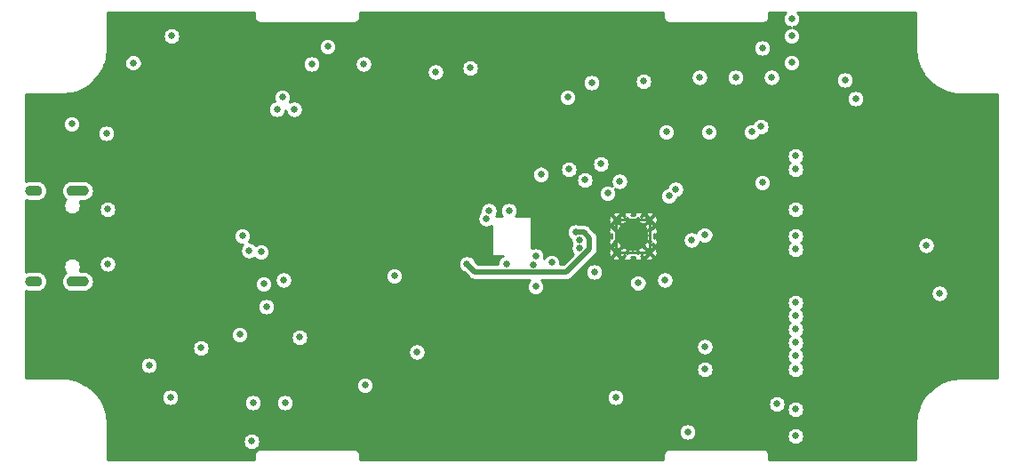
<source format=gbr>
G04 #@! TF.GenerationSoftware,KiCad,Pcbnew,5.1.5*
G04 #@! TF.CreationDate,2020-03-07T11:26:49+01:00*
G04 #@! TF.ProjectId,himudev,68696d75-6465-4762-9e6b-696361645f70,rev?*
G04 #@! TF.SameCoordinates,Original*
G04 #@! TF.FileFunction,Copper,L2,Inr*
G04 #@! TF.FilePolarity,Positive*
%FSLAX46Y46*%
G04 Gerber Fmt 4.6, Leading zero omitted, Abs format (unit mm)*
G04 Created by KiCad (PCBNEW 5.1.5) date 2020-03-07 11:26:49*
%MOMM*%
%LPD*%
G04 APERTURE LIST*
%ADD10C,3.000000*%
%ADD11C,0.500000*%
%ADD12C,0.100000*%
%ADD13C,0.635000*%
%ADD14C,0.254000*%
%ADD15C,0.508000*%
G04 APERTURE END LIST*
D10*
X163957000Y-101600000D03*
D11*
X162382000Y-100025000D03*
X163432000Y-100025000D03*
X164482000Y-100025000D03*
X165532000Y-100025000D03*
X162382000Y-101075000D03*
X165532000Y-101075000D03*
X162382000Y-102125000D03*
X165532000Y-102125000D03*
X162382000Y-103175000D03*
X163432000Y-103175000D03*
X164482000Y-103175000D03*
X165532000Y-103175000D03*
D12*
G36*
X111657009Y-96782407D02*
G01*
X111705545Y-96789606D01*
X111753142Y-96801529D01*
X111799342Y-96818059D01*
X111843698Y-96839038D01*
X111885785Y-96864264D01*
X111925197Y-96893494D01*
X111961553Y-96926446D01*
X111994505Y-96962802D01*
X112023735Y-97002214D01*
X112048961Y-97044301D01*
X112069940Y-97088657D01*
X112086470Y-97134857D01*
X112098393Y-97182454D01*
X112105592Y-97230990D01*
X112108000Y-97279999D01*
X112108000Y-97280001D01*
X112105592Y-97329010D01*
X112098393Y-97377546D01*
X112086470Y-97425143D01*
X112069940Y-97471343D01*
X112048961Y-97515699D01*
X112023735Y-97557786D01*
X111994505Y-97597198D01*
X111961553Y-97633554D01*
X111925197Y-97666506D01*
X111885785Y-97695736D01*
X111843698Y-97720962D01*
X111799342Y-97741941D01*
X111753142Y-97758471D01*
X111705545Y-97770394D01*
X111657009Y-97777593D01*
X111608000Y-97780001D01*
X110508000Y-97780001D01*
X110458991Y-97777593D01*
X110410455Y-97770394D01*
X110362858Y-97758471D01*
X110316658Y-97741941D01*
X110272302Y-97720962D01*
X110230215Y-97695736D01*
X110190803Y-97666506D01*
X110154447Y-97633554D01*
X110121495Y-97597198D01*
X110092265Y-97557786D01*
X110067039Y-97515699D01*
X110046060Y-97471343D01*
X110029530Y-97425143D01*
X110017607Y-97377546D01*
X110010408Y-97329010D01*
X110008000Y-97280001D01*
X110008000Y-97279999D01*
X110010408Y-97230990D01*
X110017607Y-97182454D01*
X110029530Y-97134857D01*
X110046060Y-97088657D01*
X110067039Y-97044301D01*
X110092265Y-97002214D01*
X110121495Y-96962802D01*
X110154447Y-96926446D01*
X110190803Y-96893494D01*
X110230215Y-96864264D01*
X110272302Y-96839038D01*
X110316658Y-96818059D01*
X110362858Y-96801529D01*
X110410455Y-96789606D01*
X110458991Y-96782407D01*
X110508000Y-96779999D01*
X111608000Y-96779999D01*
X111657009Y-96782407D01*
G37*
G36*
X111657009Y-105422407D02*
G01*
X111705545Y-105429606D01*
X111753142Y-105441529D01*
X111799342Y-105458059D01*
X111843698Y-105479038D01*
X111885785Y-105504264D01*
X111925197Y-105533494D01*
X111961553Y-105566446D01*
X111994505Y-105602802D01*
X112023735Y-105642214D01*
X112048961Y-105684301D01*
X112069940Y-105728657D01*
X112086470Y-105774857D01*
X112098393Y-105822454D01*
X112105592Y-105870990D01*
X112108000Y-105919999D01*
X112108000Y-105920001D01*
X112105592Y-105969010D01*
X112098393Y-106017546D01*
X112086470Y-106065143D01*
X112069940Y-106111343D01*
X112048961Y-106155699D01*
X112023735Y-106197786D01*
X111994505Y-106237198D01*
X111961553Y-106273554D01*
X111925197Y-106306506D01*
X111885785Y-106335736D01*
X111843698Y-106360962D01*
X111799342Y-106381941D01*
X111753142Y-106398471D01*
X111705545Y-106410394D01*
X111657009Y-106417593D01*
X111608000Y-106420001D01*
X110508000Y-106420001D01*
X110458991Y-106417593D01*
X110410455Y-106410394D01*
X110362858Y-106398471D01*
X110316658Y-106381941D01*
X110272302Y-106360962D01*
X110230215Y-106335736D01*
X110190803Y-106306506D01*
X110154447Y-106273554D01*
X110121495Y-106237198D01*
X110092265Y-106197786D01*
X110067039Y-106155699D01*
X110046060Y-106111343D01*
X110029530Y-106065143D01*
X110017607Y-106017546D01*
X110010408Y-105969010D01*
X110008000Y-105920001D01*
X110008000Y-105919999D01*
X110010408Y-105870990D01*
X110017607Y-105822454D01*
X110029530Y-105774857D01*
X110046060Y-105728657D01*
X110067039Y-105684301D01*
X110092265Y-105642214D01*
X110121495Y-105602802D01*
X110154447Y-105566446D01*
X110190803Y-105533494D01*
X110230215Y-105504264D01*
X110272302Y-105479038D01*
X110316658Y-105458059D01*
X110362858Y-105441529D01*
X110410455Y-105429606D01*
X110458991Y-105422407D01*
X110508000Y-105419999D01*
X111608000Y-105419999D01*
X111657009Y-105422407D01*
G37*
G36*
X107227009Y-96782407D02*
G01*
X107275545Y-96789606D01*
X107323142Y-96801529D01*
X107369342Y-96818059D01*
X107413698Y-96839038D01*
X107455785Y-96864264D01*
X107495197Y-96893494D01*
X107531553Y-96926446D01*
X107564505Y-96962802D01*
X107593735Y-97002214D01*
X107618961Y-97044301D01*
X107639940Y-97088657D01*
X107656470Y-97134857D01*
X107668393Y-97182454D01*
X107675592Y-97230990D01*
X107678000Y-97279999D01*
X107678000Y-97280001D01*
X107675592Y-97329010D01*
X107668393Y-97377546D01*
X107656470Y-97425143D01*
X107639940Y-97471343D01*
X107618961Y-97515699D01*
X107593735Y-97557786D01*
X107564505Y-97597198D01*
X107531553Y-97633554D01*
X107495197Y-97666506D01*
X107455785Y-97695736D01*
X107413698Y-97720962D01*
X107369342Y-97741941D01*
X107323142Y-97758471D01*
X107275545Y-97770394D01*
X107227009Y-97777593D01*
X107178000Y-97780001D01*
X106578000Y-97780001D01*
X106528991Y-97777593D01*
X106480455Y-97770394D01*
X106432858Y-97758471D01*
X106386658Y-97741941D01*
X106342302Y-97720962D01*
X106300215Y-97695736D01*
X106260803Y-97666506D01*
X106224447Y-97633554D01*
X106191495Y-97597198D01*
X106162265Y-97557786D01*
X106137039Y-97515699D01*
X106116060Y-97471343D01*
X106099530Y-97425143D01*
X106087607Y-97377546D01*
X106080408Y-97329010D01*
X106078000Y-97280001D01*
X106078000Y-97279999D01*
X106080408Y-97230990D01*
X106087607Y-97182454D01*
X106099530Y-97134857D01*
X106116060Y-97088657D01*
X106137039Y-97044301D01*
X106162265Y-97002214D01*
X106191495Y-96962802D01*
X106224447Y-96926446D01*
X106260803Y-96893494D01*
X106300215Y-96864264D01*
X106342302Y-96839038D01*
X106386658Y-96818059D01*
X106432858Y-96801529D01*
X106480455Y-96789606D01*
X106528991Y-96782407D01*
X106578000Y-96779999D01*
X107178000Y-96779999D01*
X107227009Y-96782407D01*
G37*
G36*
X107227009Y-105422407D02*
G01*
X107275545Y-105429606D01*
X107323142Y-105441529D01*
X107369342Y-105458059D01*
X107413698Y-105479038D01*
X107455785Y-105504264D01*
X107495197Y-105533494D01*
X107531553Y-105566446D01*
X107564505Y-105602802D01*
X107593735Y-105642214D01*
X107618961Y-105684301D01*
X107639940Y-105728657D01*
X107656470Y-105774857D01*
X107668393Y-105822454D01*
X107675592Y-105870990D01*
X107678000Y-105919999D01*
X107678000Y-105920001D01*
X107675592Y-105969010D01*
X107668393Y-106017546D01*
X107656470Y-106065143D01*
X107639940Y-106111343D01*
X107618961Y-106155699D01*
X107593735Y-106197786D01*
X107564505Y-106237198D01*
X107531553Y-106273554D01*
X107495197Y-106306506D01*
X107455785Y-106335736D01*
X107413698Y-106360962D01*
X107369342Y-106381941D01*
X107323142Y-106398471D01*
X107275545Y-106410394D01*
X107227009Y-106417593D01*
X107178000Y-106420001D01*
X106578000Y-106420001D01*
X106528991Y-106417593D01*
X106480455Y-106410394D01*
X106432858Y-106398471D01*
X106386658Y-106381941D01*
X106342302Y-106360962D01*
X106300215Y-106335736D01*
X106260803Y-106306506D01*
X106224447Y-106273554D01*
X106191495Y-106237198D01*
X106162265Y-106197786D01*
X106137039Y-106155699D01*
X106116060Y-106111343D01*
X106099530Y-106065143D01*
X106087607Y-106017546D01*
X106080408Y-105969010D01*
X106078000Y-105920001D01*
X106078000Y-105919999D01*
X106080408Y-105870990D01*
X106087607Y-105822454D01*
X106099530Y-105774857D01*
X106116060Y-105728657D01*
X106137039Y-105684301D01*
X106162265Y-105642214D01*
X106191495Y-105602802D01*
X106224447Y-105566446D01*
X106260803Y-105533494D01*
X106300215Y-105504264D01*
X106342302Y-105479038D01*
X106386658Y-105458059D01*
X106432858Y-105441529D01*
X106480455Y-105429606D01*
X106528991Y-105422407D01*
X106578000Y-105419999D01*
X107178000Y-105419999D01*
X107227009Y-105422407D01*
G37*
D13*
X160401000Y-119126000D03*
X170307000Y-116840000D03*
X172720000Y-116840000D03*
X175260000Y-116840000D03*
X174498000Y-119507000D03*
X191389000Y-92710000D03*
X191389000Y-95758000D03*
X197612000Y-89027000D03*
X189992000Y-119761000D03*
X189992000Y-83693000D03*
X193421000Y-102743000D03*
X197231000Y-103886000D03*
X118491000Y-94234000D03*
X118110000Y-108966000D03*
X113792000Y-105283000D03*
X198247000Y-95631000D03*
X197993000Y-99441000D03*
X196977000Y-91694000D03*
X197866000Y-112395000D03*
X191008000Y-116205000D03*
X191770000Y-87503000D03*
X129794000Y-106299000D03*
X130429000Y-108458000D03*
X184150000Y-89281000D03*
X185166000Y-91059000D03*
X185166000Y-85979000D03*
X164211000Y-120142000D03*
X141097000Y-106553000D03*
X137160000Y-119507000D03*
X184404000Y-97790000D03*
X165354000Y-110871000D03*
X113538000Y-97282000D03*
X112401000Y-95625000D03*
X172085000Y-90932000D03*
X168275000Y-91186000D03*
X164465000Y-91186000D03*
X159639000Y-92583000D03*
X151892000Y-94615000D03*
X126492000Y-93980000D03*
X126365000Y-91186000D03*
X131191000Y-94488000D03*
X129921000Y-96139000D03*
X131826000Y-97790000D03*
X138303000Y-93980000D03*
X141732000Y-94488000D03*
X145288000Y-93726000D03*
X117856000Y-120269000D03*
X129286000Y-117729000D03*
X122555000Y-84963000D03*
X137160000Y-99314000D03*
X141859000Y-99187000D03*
X136906000Y-103759000D03*
X143002000Y-103886000D03*
X135128000Y-108712000D03*
X132461000Y-119888000D03*
X107950000Y-99314000D03*
X107950000Y-103378000D03*
X107442000Y-94361000D03*
X107188000Y-112903000D03*
X113030000Y-107696000D03*
X122047000Y-121031000D03*
X153797000Y-86233000D03*
X162687000Y-86995000D03*
X163957000Y-94234000D03*
X153543000Y-97917000D03*
X149352000Y-96774000D03*
X140462000Y-113157000D03*
X147066000Y-112903000D03*
X153797000Y-90424000D03*
X124079000Y-90170000D03*
X113157000Y-115570000D03*
X123444000Y-115316000D03*
X123698000Y-104521000D03*
X120269000Y-99314000D03*
X123444000Y-101727000D03*
X132461000Y-102743000D03*
X131953000Y-107188000D03*
X135890000Y-113411000D03*
X147701000Y-106807000D03*
X150241000Y-111633000D03*
X122174000Y-107569000D03*
X159385000Y-108140510D03*
X184658000Y-121158000D03*
X175514000Y-86995000D03*
X179070000Y-116078000D03*
X184658000Y-105664000D03*
X184658000Y-107569000D03*
X184658000Y-110490000D03*
X184658000Y-113157000D03*
X184658000Y-115570000D03*
X174752000Y-105410000D03*
X171196000Y-103632000D03*
X113919000Y-104267000D03*
X113919000Y-99060000D03*
X113792000Y-91821000D03*
X116351927Y-85109927D03*
X130683000Y-105791000D03*
X129032000Y-108331000D03*
X126492000Y-110998000D03*
X130048000Y-89535000D03*
X131699000Y-89535000D03*
X145161000Y-85979000D03*
X185166000Y-88519000D03*
X184150000Y-86741000D03*
X141224000Y-105410000D03*
X138430000Y-115824000D03*
X167005000Y-105791000D03*
X160274000Y-105029000D03*
X161544000Y-97536000D03*
X170791881Y-101496119D03*
X160020000Y-86995000D03*
X164441881Y-106068119D03*
X157734000Y-88392000D03*
X162306000Y-116967000D03*
X119888000Y-116967000D03*
X169545000Y-101981000D03*
X162687000Y-96393000D03*
X158496000Y-101219000D03*
X148145490Y-104267000D03*
X158877000Y-102743000D03*
X158877000Y-101981000D03*
X179070000Y-80899000D03*
X120015000Y-82550000D03*
X176276008Y-83693000D03*
X134874000Y-83566000D03*
X132207000Y-111252000D03*
X117856000Y-113919000D03*
X128524000Y-103124000D03*
X122809000Y-112268000D03*
X128778000Y-106172000D03*
X127635000Y-121158000D03*
X179451000Y-120650000D03*
X169164000Y-120269000D03*
X179451000Y-118110000D03*
X164973000Y-86868000D03*
X167132000Y-91694000D03*
X170307000Y-86487000D03*
X171196000Y-91694000D03*
X173736000Y-86487000D03*
X175260000Y-91694000D03*
X177165000Y-86487000D03*
X176149000Y-91186000D03*
X179451000Y-114300000D03*
X179451000Y-113030000D03*
X179451000Y-111760000D03*
X179451000Y-110490000D03*
X179451000Y-109220000D03*
X179451000Y-107950000D03*
X167386000Y-97790000D03*
X168021000Y-97155000D03*
X177673000Y-117602000D03*
X143383000Y-112649000D03*
X154471019Y-104330500D03*
X154686000Y-106426000D03*
X156210000Y-104140000D03*
X154686000Y-103505000D03*
X152146000Y-99187000D03*
X170815000Y-112141000D03*
X170815000Y-114300000D03*
X150241000Y-99187000D03*
X151892000Y-104267000D03*
X149987000Y-99949000D03*
X179451000Y-102870000D03*
X127762000Y-117475000D03*
X191897000Y-102489000D03*
X193167000Y-107061000D03*
X179451000Y-101600000D03*
X130810000Y-117475000D03*
X127381000Y-102997000D03*
X126746000Y-101600000D03*
X179070000Y-85090000D03*
X130556000Y-88392000D03*
X133350000Y-85217000D03*
X138303000Y-85217000D03*
X148463000Y-85598000D03*
X179070000Y-82550000D03*
X110490000Y-90932000D03*
X159385000Y-96266000D03*
X160909000Y-94742000D03*
X155194000Y-95734881D03*
X157861000Y-95250000D03*
X179451000Y-99060000D03*
X176276000Y-96520000D03*
X179451000Y-95250000D03*
X179451000Y-93980000D03*
D14*
X162382000Y-103175000D02*
X162382000Y-102125000D01*
X162382000Y-102125000D02*
X162382000Y-101075000D01*
X162382000Y-101075000D02*
X162382000Y-100025000D01*
X162382000Y-100025000D02*
X163432000Y-100025000D01*
X163432000Y-100025000D02*
X164482000Y-100025000D01*
X165532000Y-100025000D02*
X164482000Y-100025000D01*
X165532000Y-100025000D02*
X165532000Y-101075000D01*
X165532000Y-101075000D02*
X165532000Y-102125000D01*
X165532000Y-103175000D02*
X165532000Y-102125000D01*
X165532000Y-103175000D02*
X164482000Y-103175000D01*
X164482000Y-103175000D02*
X163432000Y-103175000D01*
X163432000Y-103175000D02*
X162382000Y-103175000D01*
X162382000Y-103175000D02*
X163957000Y-101600000D01*
X165532000Y-100025000D02*
X163957000Y-101600000D01*
X162382000Y-100025000D02*
X163957000Y-101600000D01*
X165532000Y-103175000D02*
X163957000Y-101600000D01*
D15*
X159258000Y-101219000D02*
X158496000Y-101219000D01*
X148907490Y-105029000D02*
X157624782Y-105029000D01*
X159829499Y-101790499D02*
X159258000Y-101219000D01*
X148145490Y-104267000D02*
X148907490Y-105029000D01*
X157624782Y-105029000D02*
X159829499Y-102824283D01*
X159829499Y-102824283D02*
X159829499Y-101790499D01*
D14*
G36*
X127867000Y-80758825D02*
G01*
X127864422Y-80785000D01*
X127874713Y-80889486D01*
X127905190Y-80989957D01*
X127954683Y-81082551D01*
X128021289Y-81163711D01*
X128102449Y-81230317D01*
X128195043Y-81279810D01*
X128295514Y-81310287D01*
X128400000Y-81320578D01*
X128426175Y-81318000D01*
X137373825Y-81318000D01*
X137400000Y-81320578D01*
X137426175Y-81318000D01*
X137504486Y-81310287D01*
X137604957Y-81279810D01*
X137697551Y-81230317D01*
X137778711Y-81163711D01*
X137845317Y-81082551D01*
X137894810Y-80989957D01*
X137925287Y-80889486D01*
X137935578Y-80785000D01*
X137933000Y-80758825D01*
X137933000Y-80318000D01*
X166867000Y-80318000D01*
X166867000Y-80758825D01*
X166864422Y-80785000D01*
X166874713Y-80889486D01*
X166905190Y-80989957D01*
X166954683Y-81082551D01*
X167021289Y-81163711D01*
X167102449Y-81230317D01*
X167195043Y-81279810D01*
X167295514Y-81310287D01*
X167400000Y-81320578D01*
X167426175Y-81318000D01*
X176373825Y-81318000D01*
X176400000Y-81320578D01*
X176426175Y-81318000D01*
X176504486Y-81310287D01*
X176604957Y-81279810D01*
X176697551Y-81230317D01*
X176778711Y-81163711D01*
X176845317Y-81082551D01*
X176894810Y-80989957D01*
X176925287Y-80889486D01*
X176935578Y-80785000D01*
X176933000Y-80758825D01*
X176933000Y-80318000D01*
X178483567Y-80318000D01*
X178428792Y-80372775D01*
X178338452Y-80507979D01*
X178276224Y-80658211D01*
X178244500Y-80817695D01*
X178244500Y-80980305D01*
X178276224Y-81139789D01*
X178338452Y-81290021D01*
X178428792Y-81425225D01*
X178543775Y-81540208D01*
X178678979Y-81630548D01*
X178829211Y-81692776D01*
X178988695Y-81724500D01*
X178829211Y-81756224D01*
X178678979Y-81818452D01*
X178543775Y-81908792D01*
X178428792Y-82023775D01*
X178338452Y-82158979D01*
X178276224Y-82309211D01*
X178244500Y-82468695D01*
X178244500Y-82631305D01*
X178276224Y-82790789D01*
X178338452Y-82941021D01*
X178428792Y-83076225D01*
X178543775Y-83191208D01*
X178678979Y-83281548D01*
X178829211Y-83343776D01*
X178988695Y-83375500D01*
X179151305Y-83375500D01*
X179310789Y-83343776D01*
X179461021Y-83281548D01*
X179596225Y-83191208D01*
X179711208Y-83076225D01*
X179801548Y-82941021D01*
X179863776Y-82790789D01*
X179895500Y-82631305D01*
X179895500Y-82468695D01*
X179863776Y-82309211D01*
X179801548Y-82158979D01*
X179711208Y-82023775D01*
X179596225Y-81908792D01*
X179461021Y-81818452D01*
X179310789Y-81756224D01*
X179151305Y-81724500D01*
X179310789Y-81692776D01*
X179461021Y-81630548D01*
X179596225Y-81540208D01*
X179711208Y-81425225D01*
X179801548Y-81290021D01*
X179863776Y-81139789D01*
X179895500Y-80980305D01*
X179895500Y-80817695D01*
X179863776Y-80658211D01*
X179801548Y-80507979D01*
X179711208Y-80372775D01*
X179656433Y-80318000D01*
X190867001Y-80318000D01*
X190867000Y-83718674D01*
X190867091Y-83719597D01*
X190867098Y-83721635D01*
X190869451Y-83744803D01*
X190869289Y-83768086D01*
X190870015Y-83775493D01*
X190949730Y-84533926D01*
X190959440Y-84581230D01*
X190968496Y-84628700D01*
X190970647Y-84635824D01*
X191196157Y-85364329D01*
X191214859Y-85408820D01*
X191232973Y-85453654D01*
X191236467Y-85460225D01*
X191599183Y-86131054D01*
X191626215Y-86171131D01*
X191652649Y-86211525D01*
X191657352Y-86217293D01*
X192143458Y-86804895D01*
X192177734Y-86838933D01*
X192211536Y-86873450D01*
X192217271Y-86878194D01*
X192808252Y-87360186D01*
X192848483Y-87386915D01*
X192888348Y-87414211D01*
X192894895Y-87417751D01*
X193568239Y-87775775D01*
X193612873Y-87794172D01*
X193657305Y-87813215D01*
X193664414Y-87815415D01*
X194394475Y-88035833D01*
X194441848Y-88045213D01*
X194489116Y-88055260D01*
X194496517Y-88056038D01*
X195255488Y-88130456D01*
X195255495Y-88130456D01*
X195281325Y-88133000D01*
X198682000Y-88133000D01*
X198682001Y-115067000D01*
X195281325Y-115067000D01*
X195280402Y-115067091D01*
X195278365Y-115067098D01*
X195255197Y-115069451D01*
X195231914Y-115069289D01*
X195224507Y-115070015D01*
X194466074Y-115149730D01*
X194418770Y-115159440D01*
X194371300Y-115168496D01*
X194364175Y-115170647D01*
X193635671Y-115396157D01*
X193591147Y-115414873D01*
X193546346Y-115432974D01*
X193539775Y-115436467D01*
X192868946Y-115799183D01*
X192828904Y-115826192D01*
X192788475Y-115852648D01*
X192782707Y-115857352D01*
X192195105Y-116343458D01*
X192161065Y-116377736D01*
X192126551Y-116411536D01*
X192121807Y-116417270D01*
X191639814Y-117008252D01*
X191613102Y-117048457D01*
X191585788Y-117088348D01*
X191582249Y-117094895D01*
X191224225Y-117768240D01*
X191205829Y-117812872D01*
X191186785Y-117857305D01*
X191184585Y-117864415D01*
X190964167Y-118594475D01*
X190954791Y-118641827D01*
X190944740Y-118689115D01*
X190943962Y-118696517D01*
X190869544Y-119455488D01*
X190869544Y-119455496D01*
X190867000Y-119481326D01*
X190867001Y-122882000D01*
X176933000Y-122882000D01*
X176933000Y-122441175D01*
X176935578Y-122415000D01*
X176925287Y-122310514D01*
X176894810Y-122210043D01*
X176845317Y-122117449D01*
X176778711Y-122036289D01*
X176697551Y-121969683D01*
X176604957Y-121920190D01*
X176504486Y-121889713D01*
X176426175Y-121882000D01*
X176400000Y-121879422D01*
X176373825Y-121882000D01*
X167426175Y-121882000D01*
X167400000Y-121879422D01*
X167373825Y-121882000D01*
X167295514Y-121889713D01*
X167195043Y-121920190D01*
X167102449Y-121969683D01*
X167021289Y-122036289D01*
X166954683Y-122117449D01*
X166905190Y-122210043D01*
X166874713Y-122310514D01*
X166864422Y-122415000D01*
X166867000Y-122441175D01*
X166867000Y-122882000D01*
X137933000Y-122882000D01*
X137933000Y-122441175D01*
X137935578Y-122415000D01*
X137925287Y-122310514D01*
X137894810Y-122210043D01*
X137845317Y-122117449D01*
X137778711Y-122036289D01*
X137697551Y-121969683D01*
X137604957Y-121920190D01*
X137504486Y-121889713D01*
X137426175Y-121882000D01*
X137400000Y-121879422D01*
X137373825Y-121882000D01*
X128426175Y-121882000D01*
X128400000Y-121879422D01*
X128373825Y-121882000D01*
X128295514Y-121889713D01*
X128195043Y-121920190D01*
X128102449Y-121969683D01*
X128021289Y-122036289D01*
X127954683Y-122117449D01*
X127905190Y-122210043D01*
X127874713Y-122310514D01*
X127864422Y-122415000D01*
X127867000Y-122441175D01*
X127867000Y-122882000D01*
X113933000Y-122882000D01*
X113933000Y-121076695D01*
X126809500Y-121076695D01*
X126809500Y-121239305D01*
X126841224Y-121398789D01*
X126903452Y-121549021D01*
X126993792Y-121684225D01*
X127108775Y-121799208D01*
X127243979Y-121889548D01*
X127394211Y-121951776D01*
X127553695Y-121983500D01*
X127716305Y-121983500D01*
X127875789Y-121951776D01*
X128026021Y-121889548D01*
X128161225Y-121799208D01*
X128276208Y-121684225D01*
X128366548Y-121549021D01*
X128428776Y-121398789D01*
X128460500Y-121239305D01*
X128460500Y-121076695D01*
X128428776Y-120917211D01*
X128366548Y-120766979D01*
X128276208Y-120631775D01*
X128161225Y-120516792D01*
X128026021Y-120426452D01*
X127875789Y-120364224D01*
X127716305Y-120332500D01*
X127553695Y-120332500D01*
X127394211Y-120364224D01*
X127243979Y-120426452D01*
X127108775Y-120516792D01*
X126993792Y-120631775D01*
X126903452Y-120766979D01*
X126841224Y-120917211D01*
X126809500Y-121076695D01*
X113933000Y-121076695D01*
X113933000Y-120187695D01*
X168338500Y-120187695D01*
X168338500Y-120350305D01*
X168370224Y-120509789D01*
X168432452Y-120660021D01*
X168522792Y-120795225D01*
X168637775Y-120910208D01*
X168772979Y-121000548D01*
X168923211Y-121062776D01*
X169082695Y-121094500D01*
X169245305Y-121094500D01*
X169404789Y-121062776D01*
X169555021Y-121000548D01*
X169690225Y-120910208D01*
X169805208Y-120795225D01*
X169895548Y-120660021D01*
X169933376Y-120568695D01*
X178625500Y-120568695D01*
X178625500Y-120731305D01*
X178657224Y-120890789D01*
X178719452Y-121041021D01*
X178809792Y-121176225D01*
X178924775Y-121291208D01*
X179059979Y-121381548D01*
X179210211Y-121443776D01*
X179369695Y-121475500D01*
X179532305Y-121475500D01*
X179691789Y-121443776D01*
X179842021Y-121381548D01*
X179977225Y-121291208D01*
X180092208Y-121176225D01*
X180182548Y-121041021D01*
X180244776Y-120890789D01*
X180276500Y-120731305D01*
X180276500Y-120568695D01*
X180244776Y-120409211D01*
X180182548Y-120258979D01*
X180092208Y-120123775D01*
X179977225Y-120008792D01*
X179842021Y-119918452D01*
X179691789Y-119856224D01*
X179532305Y-119824500D01*
X179369695Y-119824500D01*
X179210211Y-119856224D01*
X179059979Y-119918452D01*
X178924775Y-120008792D01*
X178809792Y-120123775D01*
X178719452Y-120258979D01*
X178657224Y-120409211D01*
X178625500Y-120568695D01*
X169933376Y-120568695D01*
X169957776Y-120509789D01*
X169989500Y-120350305D01*
X169989500Y-120187695D01*
X169957776Y-120028211D01*
X169895548Y-119877979D01*
X169805208Y-119742775D01*
X169690225Y-119627792D01*
X169555021Y-119537452D01*
X169404789Y-119475224D01*
X169245305Y-119443500D01*
X169082695Y-119443500D01*
X168923211Y-119475224D01*
X168772979Y-119537452D01*
X168637775Y-119627792D01*
X168522792Y-119742775D01*
X168432452Y-119877979D01*
X168370224Y-120028211D01*
X168338500Y-120187695D01*
X113933000Y-120187695D01*
X113933000Y-119481325D01*
X113932909Y-119480402D01*
X113932902Y-119478365D01*
X113930549Y-119455197D01*
X113930711Y-119431914D01*
X113929985Y-119424507D01*
X113850270Y-118666074D01*
X113840560Y-118618770D01*
X113831504Y-118571300D01*
X113829353Y-118564175D01*
X113603843Y-117835671D01*
X113585127Y-117791147D01*
X113567026Y-117746346D01*
X113563533Y-117739775D01*
X113200817Y-117068946D01*
X113173808Y-117028904D01*
X113147352Y-116988475D01*
X113142648Y-116982707D01*
X113062393Y-116885695D01*
X119062500Y-116885695D01*
X119062500Y-117048305D01*
X119094224Y-117207789D01*
X119156452Y-117358021D01*
X119246792Y-117493225D01*
X119361775Y-117608208D01*
X119496979Y-117698548D01*
X119647211Y-117760776D01*
X119806695Y-117792500D01*
X119969305Y-117792500D01*
X120128789Y-117760776D01*
X120279021Y-117698548D01*
X120414225Y-117608208D01*
X120529208Y-117493225D01*
X120595711Y-117393695D01*
X126936500Y-117393695D01*
X126936500Y-117556305D01*
X126968224Y-117715789D01*
X127030452Y-117866021D01*
X127120792Y-118001225D01*
X127235775Y-118116208D01*
X127370979Y-118206548D01*
X127521211Y-118268776D01*
X127680695Y-118300500D01*
X127843305Y-118300500D01*
X128002789Y-118268776D01*
X128153021Y-118206548D01*
X128288225Y-118116208D01*
X128403208Y-118001225D01*
X128493548Y-117866021D01*
X128555776Y-117715789D01*
X128587500Y-117556305D01*
X128587500Y-117393695D01*
X129984500Y-117393695D01*
X129984500Y-117556305D01*
X130016224Y-117715789D01*
X130078452Y-117866021D01*
X130168792Y-118001225D01*
X130283775Y-118116208D01*
X130418979Y-118206548D01*
X130569211Y-118268776D01*
X130728695Y-118300500D01*
X130891305Y-118300500D01*
X131050789Y-118268776D01*
X131201021Y-118206548D01*
X131336225Y-118116208D01*
X131451208Y-118001225D01*
X131541548Y-117866021D01*
X131603776Y-117715789D01*
X131635500Y-117556305D01*
X131635500Y-117393695D01*
X131603776Y-117234211D01*
X131541548Y-117083979D01*
X131451208Y-116948775D01*
X131388128Y-116885695D01*
X161480500Y-116885695D01*
X161480500Y-117048305D01*
X161512224Y-117207789D01*
X161574452Y-117358021D01*
X161664792Y-117493225D01*
X161779775Y-117608208D01*
X161914979Y-117698548D01*
X162065211Y-117760776D01*
X162224695Y-117792500D01*
X162387305Y-117792500D01*
X162546789Y-117760776D01*
X162697021Y-117698548D01*
X162832225Y-117608208D01*
X162919738Y-117520695D01*
X176847500Y-117520695D01*
X176847500Y-117683305D01*
X176879224Y-117842789D01*
X176941452Y-117993021D01*
X177031792Y-118128225D01*
X177146775Y-118243208D01*
X177281979Y-118333548D01*
X177432211Y-118395776D01*
X177591695Y-118427500D01*
X177754305Y-118427500D01*
X177913789Y-118395776D01*
X178064021Y-118333548D01*
X178199225Y-118243208D01*
X178314208Y-118128225D01*
X178380711Y-118028695D01*
X178625500Y-118028695D01*
X178625500Y-118191305D01*
X178657224Y-118350789D01*
X178719452Y-118501021D01*
X178809792Y-118636225D01*
X178924775Y-118751208D01*
X179059979Y-118841548D01*
X179210211Y-118903776D01*
X179369695Y-118935500D01*
X179532305Y-118935500D01*
X179691789Y-118903776D01*
X179842021Y-118841548D01*
X179977225Y-118751208D01*
X180092208Y-118636225D01*
X180182548Y-118501021D01*
X180244776Y-118350789D01*
X180276500Y-118191305D01*
X180276500Y-118028695D01*
X180244776Y-117869211D01*
X180182548Y-117718979D01*
X180092208Y-117583775D01*
X179977225Y-117468792D01*
X179842021Y-117378452D01*
X179691789Y-117316224D01*
X179532305Y-117284500D01*
X179369695Y-117284500D01*
X179210211Y-117316224D01*
X179059979Y-117378452D01*
X178924775Y-117468792D01*
X178809792Y-117583775D01*
X178719452Y-117718979D01*
X178657224Y-117869211D01*
X178625500Y-118028695D01*
X178380711Y-118028695D01*
X178404548Y-117993021D01*
X178466776Y-117842789D01*
X178498500Y-117683305D01*
X178498500Y-117520695D01*
X178466776Y-117361211D01*
X178404548Y-117210979D01*
X178314208Y-117075775D01*
X178199225Y-116960792D01*
X178064021Y-116870452D01*
X177913789Y-116808224D01*
X177754305Y-116776500D01*
X177591695Y-116776500D01*
X177432211Y-116808224D01*
X177281979Y-116870452D01*
X177146775Y-116960792D01*
X177031792Y-117075775D01*
X176941452Y-117210979D01*
X176879224Y-117361211D01*
X176847500Y-117520695D01*
X162919738Y-117520695D01*
X162947208Y-117493225D01*
X163037548Y-117358021D01*
X163099776Y-117207789D01*
X163131500Y-117048305D01*
X163131500Y-116885695D01*
X163099776Y-116726211D01*
X163037548Y-116575979D01*
X162947208Y-116440775D01*
X162832225Y-116325792D01*
X162697021Y-116235452D01*
X162546789Y-116173224D01*
X162387305Y-116141500D01*
X162224695Y-116141500D01*
X162065211Y-116173224D01*
X161914979Y-116235452D01*
X161779775Y-116325792D01*
X161664792Y-116440775D01*
X161574452Y-116575979D01*
X161512224Y-116726211D01*
X161480500Y-116885695D01*
X131388128Y-116885695D01*
X131336225Y-116833792D01*
X131201021Y-116743452D01*
X131050789Y-116681224D01*
X130891305Y-116649500D01*
X130728695Y-116649500D01*
X130569211Y-116681224D01*
X130418979Y-116743452D01*
X130283775Y-116833792D01*
X130168792Y-116948775D01*
X130078452Y-117083979D01*
X130016224Y-117234211D01*
X129984500Y-117393695D01*
X128587500Y-117393695D01*
X128555776Y-117234211D01*
X128493548Y-117083979D01*
X128403208Y-116948775D01*
X128288225Y-116833792D01*
X128153021Y-116743452D01*
X128002789Y-116681224D01*
X127843305Y-116649500D01*
X127680695Y-116649500D01*
X127521211Y-116681224D01*
X127370979Y-116743452D01*
X127235775Y-116833792D01*
X127120792Y-116948775D01*
X127030452Y-117083979D01*
X126968224Y-117234211D01*
X126936500Y-117393695D01*
X120595711Y-117393695D01*
X120619548Y-117358021D01*
X120681776Y-117207789D01*
X120713500Y-117048305D01*
X120713500Y-116885695D01*
X120681776Y-116726211D01*
X120619548Y-116575979D01*
X120529208Y-116440775D01*
X120414225Y-116325792D01*
X120279021Y-116235452D01*
X120128789Y-116173224D01*
X119969305Y-116141500D01*
X119806695Y-116141500D01*
X119647211Y-116173224D01*
X119496979Y-116235452D01*
X119361775Y-116325792D01*
X119246792Y-116440775D01*
X119156452Y-116575979D01*
X119094224Y-116726211D01*
X119062500Y-116885695D01*
X113062393Y-116885695D01*
X112656542Y-116395105D01*
X112622264Y-116361065D01*
X112588464Y-116326551D01*
X112582730Y-116321807D01*
X111991748Y-115839814D01*
X111951543Y-115813102D01*
X111911652Y-115785788D01*
X111905105Y-115782249D01*
X111830715Y-115742695D01*
X137604500Y-115742695D01*
X137604500Y-115905305D01*
X137636224Y-116064789D01*
X137698452Y-116215021D01*
X137788792Y-116350225D01*
X137903775Y-116465208D01*
X138038979Y-116555548D01*
X138189211Y-116617776D01*
X138348695Y-116649500D01*
X138511305Y-116649500D01*
X138670789Y-116617776D01*
X138821021Y-116555548D01*
X138956225Y-116465208D01*
X139071208Y-116350225D01*
X139161548Y-116215021D01*
X139223776Y-116064789D01*
X139255500Y-115905305D01*
X139255500Y-115742695D01*
X139223776Y-115583211D01*
X139161548Y-115432979D01*
X139071208Y-115297775D01*
X138956225Y-115182792D01*
X138821021Y-115092452D01*
X138670789Y-115030224D01*
X138511305Y-114998500D01*
X138348695Y-114998500D01*
X138189211Y-115030224D01*
X138038979Y-115092452D01*
X137903775Y-115182792D01*
X137788792Y-115297775D01*
X137698452Y-115432979D01*
X137636224Y-115583211D01*
X137604500Y-115742695D01*
X111830715Y-115742695D01*
X111231760Y-115424225D01*
X111187128Y-115405829D01*
X111142695Y-115386785D01*
X111135589Y-115384586D01*
X111135583Y-115384584D01*
X110405525Y-115164167D01*
X110358173Y-115154791D01*
X110310885Y-115144740D01*
X110303483Y-115143962D01*
X109544512Y-115069544D01*
X109544505Y-115069544D01*
X109518675Y-115067000D01*
X106118000Y-115067000D01*
X106118000Y-113837695D01*
X117030500Y-113837695D01*
X117030500Y-114000305D01*
X117062224Y-114159789D01*
X117124452Y-114310021D01*
X117214792Y-114445225D01*
X117329775Y-114560208D01*
X117464979Y-114650548D01*
X117615211Y-114712776D01*
X117774695Y-114744500D01*
X117937305Y-114744500D01*
X118096789Y-114712776D01*
X118247021Y-114650548D01*
X118382225Y-114560208D01*
X118497208Y-114445225D01*
X118587548Y-114310021D01*
X118625376Y-114218695D01*
X169989500Y-114218695D01*
X169989500Y-114381305D01*
X170021224Y-114540789D01*
X170083452Y-114691021D01*
X170173792Y-114826225D01*
X170288775Y-114941208D01*
X170423979Y-115031548D01*
X170574211Y-115093776D01*
X170733695Y-115125500D01*
X170896305Y-115125500D01*
X171055789Y-115093776D01*
X171206021Y-115031548D01*
X171341225Y-114941208D01*
X171456208Y-114826225D01*
X171546548Y-114691021D01*
X171608776Y-114540789D01*
X171640500Y-114381305D01*
X171640500Y-114218695D01*
X171608776Y-114059211D01*
X171546548Y-113908979D01*
X171456208Y-113773775D01*
X171341225Y-113658792D01*
X171206021Y-113568452D01*
X171055789Y-113506224D01*
X170896305Y-113474500D01*
X170733695Y-113474500D01*
X170574211Y-113506224D01*
X170423979Y-113568452D01*
X170288775Y-113658792D01*
X170173792Y-113773775D01*
X170083452Y-113908979D01*
X170021224Y-114059211D01*
X169989500Y-114218695D01*
X118625376Y-114218695D01*
X118649776Y-114159789D01*
X118681500Y-114000305D01*
X118681500Y-113837695D01*
X118649776Y-113678211D01*
X118587548Y-113527979D01*
X118497208Y-113392775D01*
X118382225Y-113277792D01*
X118247021Y-113187452D01*
X118096789Y-113125224D01*
X117937305Y-113093500D01*
X117774695Y-113093500D01*
X117615211Y-113125224D01*
X117464979Y-113187452D01*
X117329775Y-113277792D01*
X117214792Y-113392775D01*
X117124452Y-113527979D01*
X117062224Y-113678211D01*
X117030500Y-113837695D01*
X106118000Y-113837695D01*
X106118000Y-112186695D01*
X121983500Y-112186695D01*
X121983500Y-112349305D01*
X122015224Y-112508789D01*
X122077452Y-112659021D01*
X122167792Y-112794225D01*
X122282775Y-112909208D01*
X122417979Y-112999548D01*
X122568211Y-113061776D01*
X122727695Y-113093500D01*
X122890305Y-113093500D01*
X123049789Y-113061776D01*
X123200021Y-112999548D01*
X123335225Y-112909208D01*
X123450208Y-112794225D01*
X123540548Y-112659021D01*
X123578376Y-112567695D01*
X142557500Y-112567695D01*
X142557500Y-112730305D01*
X142589224Y-112889789D01*
X142651452Y-113040021D01*
X142741792Y-113175225D01*
X142856775Y-113290208D01*
X142991979Y-113380548D01*
X143142211Y-113442776D01*
X143301695Y-113474500D01*
X143464305Y-113474500D01*
X143623789Y-113442776D01*
X143774021Y-113380548D01*
X143909225Y-113290208D01*
X144024208Y-113175225D01*
X144114548Y-113040021D01*
X144176776Y-112889789D01*
X144208500Y-112730305D01*
X144208500Y-112567695D01*
X144176776Y-112408211D01*
X144114548Y-112257979D01*
X144024208Y-112122775D01*
X143961128Y-112059695D01*
X169989500Y-112059695D01*
X169989500Y-112222305D01*
X170021224Y-112381789D01*
X170083452Y-112532021D01*
X170173792Y-112667225D01*
X170288775Y-112782208D01*
X170423979Y-112872548D01*
X170574211Y-112934776D01*
X170733695Y-112966500D01*
X170896305Y-112966500D01*
X171055789Y-112934776D01*
X171206021Y-112872548D01*
X171341225Y-112782208D01*
X171456208Y-112667225D01*
X171546548Y-112532021D01*
X171608776Y-112381789D01*
X171640500Y-112222305D01*
X171640500Y-112059695D01*
X171608776Y-111900211D01*
X171546548Y-111749979D01*
X171456208Y-111614775D01*
X171341225Y-111499792D01*
X171206021Y-111409452D01*
X171055789Y-111347224D01*
X170896305Y-111315500D01*
X170733695Y-111315500D01*
X170574211Y-111347224D01*
X170423979Y-111409452D01*
X170288775Y-111499792D01*
X170173792Y-111614775D01*
X170083452Y-111749979D01*
X170021224Y-111900211D01*
X169989500Y-112059695D01*
X143961128Y-112059695D01*
X143909225Y-112007792D01*
X143774021Y-111917452D01*
X143623789Y-111855224D01*
X143464305Y-111823500D01*
X143301695Y-111823500D01*
X143142211Y-111855224D01*
X142991979Y-111917452D01*
X142856775Y-112007792D01*
X142741792Y-112122775D01*
X142651452Y-112257979D01*
X142589224Y-112408211D01*
X142557500Y-112567695D01*
X123578376Y-112567695D01*
X123602776Y-112508789D01*
X123634500Y-112349305D01*
X123634500Y-112186695D01*
X123602776Y-112027211D01*
X123540548Y-111876979D01*
X123450208Y-111741775D01*
X123335225Y-111626792D01*
X123200021Y-111536452D01*
X123049789Y-111474224D01*
X122890305Y-111442500D01*
X122727695Y-111442500D01*
X122568211Y-111474224D01*
X122417979Y-111536452D01*
X122282775Y-111626792D01*
X122167792Y-111741775D01*
X122077452Y-111876979D01*
X122015224Y-112027211D01*
X121983500Y-112186695D01*
X106118000Y-112186695D01*
X106118000Y-110916695D01*
X125666500Y-110916695D01*
X125666500Y-111079305D01*
X125698224Y-111238789D01*
X125760452Y-111389021D01*
X125850792Y-111524225D01*
X125965775Y-111639208D01*
X126100979Y-111729548D01*
X126251211Y-111791776D01*
X126410695Y-111823500D01*
X126573305Y-111823500D01*
X126732789Y-111791776D01*
X126883021Y-111729548D01*
X127018225Y-111639208D01*
X127133208Y-111524225D01*
X127223548Y-111389021D01*
X127285776Y-111238789D01*
X127299321Y-111170695D01*
X131381500Y-111170695D01*
X131381500Y-111333305D01*
X131413224Y-111492789D01*
X131475452Y-111643021D01*
X131565792Y-111778225D01*
X131680775Y-111893208D01*
X131815979Y-111983548D01*
X131966211Y-112045776D01*
X132125695Y-112077500D01*
X132288305Y-112077500D01*
X132447789Y-112045776D01*
X132598021Y-111983548D01*
X132733225Y-111893208D01*
X132848208Y-111778225D01*
X132938548Y-111643021D01*
X133000776Y-111492789D01*
X133032500Y-111333305D01*
X133032500Y-111170695D01*
X133000776Y-111011211D01*
X132938548Y-110860979D01*
X132848208Y-110725775D01*
X132733225Y-110610792D01*
X132598021Y-110520452D01*
X132447789Y-110458224D01*
X132288305Y-110426500D01*
X132125695Y-110426500D01*
X131966211Y-110458224D01*
X131815979Y-110520452D01*
X131680775Y-110610792D01*
X131565792Y-110725775D01*
X131475452Y-110860979D01*
X131413224Y-111011211D01*
X131381500Y-111170695D01*
X127299321Y-111170695D01*
X127317500Y-111079305D01*
X127317500Y-110916695D01*
X127285776Y-110757211D01*
X127223548Y-110606979D01*
X127133208Y-110471775D01*
X127018225Y-110356792D01*
X126883021Y-110266452D01*
X126732789Y-110204224D01*
X126573305Y-110172500D01*
X126410695Y-110172500D01*
X126251211Y-110204224D01*
X126100979Y-110266452D01*
X125965775Y-110356792D01*
X125850792Y-110471775D01*
X125760452Y-110606979D01*
X125698224Y-110757211D01*
X125666500Y-110916695D01*
X106118000Y-110916695D01*
X106118000Y-108249695D01*
X128206500Y-108249695D01*
X128206500Y-108412305D01*
X128238224Y-108571789D01*
X128300452Y-108722021D01*
X128390792Y-108857225D01*
X128505775Y-108972208D01*
X128640979Y-109062548D01*
X128791211Y-109124776D01*
X128950695Y-109156500D01*
X129113305Y-109156500D01*
X129272789Y-109124776D01*
X129423021Y-109062548D01*
X129558225Y-108972208D01*
X129673208Y-108857225D01*
X129763548Y-108722021D01*
X129825776Y-108571789D01*
X129857500Y-108412305D01*
X129857500Y-108249695D01*
X129825776Y-108090211D01*
X129763548Y-107939979D01*
X129715918Y-107868695D01*
X178625500Y-107868695D01*
X178625500Y-108031305D01*
X178657224Y-108190789D01*
X178719452Y-108341021D01*
X178809792Y-108476225D01*
X178918567Y-108585000D01*
X178809792Y-108693775D01*
X178719452Y-108828979D01*
X178657224Y-108979211D01*
X178625500Y-109138695D01*
X178625500Y-109301305D01*
X178657224Y-109460789D01*
X178719452Y-109611021D01*
X178809792Y-109746225D01*
X178918567Y-109855000D01*
X178809792Y-109963775D01*
X178719452Y-110098979D01*
X178657224Y-110249211D01*
X178625500Y-110408695D01*
X178625500Y-110571305D01*
X178657224Y-110730789D01*
X178719452Y-110881021D01*
X178809792Y-111016225D01*
X178918567Y-111125000D01*
X178809792Y-111233775D01*
X178719452Y-111368979D01*
X178657224Y-111519211D01*
X178625500Y-111678695D01*
X178625500Y-111841305D01*
X178657224Y-112000789D01*
X178719452Y-112151021D01*
X178809792Y-112286225D01*
X178918567Y-112395000D01*
X178809792Y-112503775D01*
X178719452Y-112638979D01*
X178657224Y-112789211D01*
X178625500Y-112948695D01*
X178625500Y-113111305D01*
X178657224Y-113270789D01*
X178719452Y-113421021D01*
X178809792Y-113556225D01*
X178918567Y-113665000D01*
X178809792Y-113773775D01*
X178719452Y-113908979D01*
X178657224Y-114059211D01*
X178625500Y-114218695D01*
X178625500Y-114381305D01*
X178657224Y-114540789D01*
X178719452Y-114691021D01*
X178809792Y-114826225D01*
X178924775Y-114941208D01*
X179059979Y-115031548D01*
X179210211Y-115093776D01*
X179369695Y-115125500D01*
X179532305Y-115125500D01*
X179691789Y-115093776D01*
X179842021Y-115031548D01*
X179977225Y-114941208D01*
X180092208Y-114826225D01*
X180182548Y-114691021D01*
X180244776Y-114540789D01*
X180276500Y-114381305D01*
X180276500Y-114218695D01*
X180244776Y-114059211D01*
X180182548Y-113908979D01*
X180092208Y-113773775D01*
X179983433Y-113665000D01*
X180092208Y-113556225D01*
X180182548Y-113421021D01*
X180244776Y-113270789D01*
X180276500Y-113111305D01*
X180276500Y-112948695D01*
X180244776Y-112789211D01*
X180182548Y-112638979D01*
X180092208Y-112503775D01*
X179983433Y-112395000D01*
X180092208Y-112286225D01*
X180182548Y-112151021D01*
X180244776Y-112000789D01*
X180276500Y-111841305D01*
X180276500Y-111678695D01*
X180244776Y-111519211D01*
X180182548Y-111368979D01*
X180092208Y-111233775D01*
X179983433Y-111125000D01*
X180092208Y-111016225D01*
X180182548Y-110881021D01*
X180244776Y-110730789D01*
X180276500Y-110571305D01*
X180276500Y-110408695D01*
X180244776Y-110249211D01*
X180182548Y-110098979D01*
X180092208Y-109963775D01*
X179983433Y-109855000D01*
X180092208Y-109746225D01*
X180182548Y-109611021D01*
X180244776Y-109460789D01*
X180276500Y-109301305D01*
X180276500Y-109138695D01*
X180244776Y-108979211D01*
X180182548Y-108828979D01*
X180092208Y-108693775D01*
X179983433Y-108585000D01*
X180092208Y-108476225D01*
X180182548Y-108341021D01*
X180244776Y-108190789D01*
X180276500Y-108031305D01*
X180276500Y-107868695D01*
X180244776Y-107709211D01*
X180182548Y-107558979D01*
X180092208Y-107423775D01*
X179977225Y-107308792D01*
X179842021Y-107218452D01*
X179691789Y-107156224D01*
X179532305Y-107124500D01*
X179369695Y-107124500D01*
X179210211Y-107156224D01*
X179059979Y-107218452D01*
X178924775Y-107308792D01*
X178809792Y-107423775D01*
X178719452Y-107558979D01*
X178657224Y-107709211D01*
X178625500Y-107868695D01*
X129715918Y-107868695D01*
X129673208Y-107804775D01*
X129558225Y-107689792D01*
X129423021Y-107599452D01*
X129272789Y-107537224D01*
X129113305Y-107505500D01*
X128950695Y-107505500D01*
X128791211Y-107537224D01*
X128640979Y-107599452D01*
X128505775Y-107689792D01*
X128390792Y-107804775D01*
X128300452Y-107939979D01*
X128238224Y-108090211D01*
X128206500Y-108249695D01*
X106118000Y-108249695D01*
X106118000Y-106814354D01*
X106191315Y-106853542D01*
X106380870Y-106911042D01*
X106578000Y-106930458D01*
X107178000Y-106930458D01*
X107375130Y-106911042D01*
X107564685Y-106853542D01*
X107739380Y-106760165D01*
X107892501Y-106634502D01*
X108018164Y-106481381D01*
X108111541Y-106306686D01*
X108169041Y-106117131D01*
X108188457Y-105920001D01*
X108188457Y-105919999D01*
X109497543Y-105919999D01*
X109497543Y-105920001D01*
X109516959Y-106117131D01*
X109574459Y-106306686D01*
X109667836Y-106481381D01*
X109793499Y-106634502D01*
X109946620Y-106760165D01*
X110121315Y-106853542D01*
X110310870Y-106911042D01*
X110508000Y-106930458D01*
X111608000Y-106930458D01*
X111805130Y-106911042D01*
X111994685Y-106853542D01*
X112169380Y-106760165D01*
X112322501Y-106634502D01*
X112448164Y-106481381D01*
X112541541Y-106306686D01*
X112599041Y-106117131D01*
X112601644Y-106090695D01*
X127952500Y-106090695D01*
X127952500Y-106253305D01*
X127984224Y-106412789D01*
X128046452Y-106563021D01*
X128136792Y-106698225D01*
X128251775Y-106813208D01*
X128386979Y-106903548D01*
X128537211Y-106965776D01*
X128696695Y-106997500D01*
X128859305Y-106997500D01*
X129018789Y-106965776D01*
X129169021Y-106903548D01*
X129304225Y-106813208D01*
X129419208Y-106698225D01*
X129509548Y-106563021D01*
X129571776Y-106412789D01*
X129603500Y-106253305D01*
X129603500Y-106090695D01*
X129571776Y-105931211D01*
X129509548Y-105780979D01*
X129461918Y-105709695D01*
X129857500Y-105709695D01*
X129857500Y-105872305D01*
X129889224Y-106031789D01*
X129951452Y-106182021D01*
X130041792Y-106317225D01*
X130156775Y-106432208D01*
X130291979Y-106522548D01*
X130442211Y-106584776D01*
X130601695Y-106616500D01*
X130764305Y-106616500D01*
X130923789Y-106584776D01*
X131074021Y-106522548D01*
X131209225Y-106432208D01*
X131324208Y-106317225D01*
X131414548Y-106182021D01*
X131476776Y-106031789D01*
X131508500Y-105872305D01*
X131508500Y-105709695D01*
X131476776Y-105550211D01*
X131414548Y-105399979D01*
X131366918Y-105328695D01*
X140398500Y-105328695D01*
X140398500Y-105491305D01*
X140430224Y-105650789D01*
X140492452Y-105801021D01*
X140582792Y-105936225D01*
X140697775Y-106051208D01*
X140832979Y-106141548D01*
X140983211Y-106203776D01*
X141142695Y-106235500D01*
X141305305Y-106235500D01*
X141464789Y-106203776D01*
X141615021Y-106141548D01*
X141750225Y-106051208D01*
X141865208Y-105936225D01*
X141955548Y-105801021D01*
X142017776Y-105650789D01*
X142049500Y-105491305D01*
X142049500Y-105328695D01*
X142017776Y-105169211D01*
X141955548Y-105018979D01*
X141865208Y-104883775D01*
X141750225Y-104768792D01*
X141615021Y-104678452D01*
X141464789Y-104616224D01*
X141305305Y-104584500D01*
X141142695Y-104584500D01*
X140983211Y-104616224D01*
X140832979Y-104678452D01*
X140697775Y-104768792D01*
X140582792Y-104883775D01*
X140492452Y-105018979D01*
X140430224Y-105169211D01*
X140398500Y-105328695D01*
X131366918Y-105328695D01*
X131324208Y-105264775D01*
X131209225Y-105149792D01*
X131074021Y-105059452D01*
X130923789Y-104997224D01*
X130764305Y-104965500D01*
X130601695Y-104965500D01*
X130442211Y-104997224D01*
X130291979Y-105059452D01*
X130156775Y-105149792D01*
X130041792Y-105264775D01*
X129951452Y-105399979D01*
X129889224Y-105550211D01*
X129857500Y-105709695D01*
X129461918Y-105709695D01*
X129419208Y-105645775D01*
X129304225Y-105530792D01*
X129169021Y-105440452D01*
X129018789Y-105378224D01*
X128859305Y-105346500D01*
X128696695Y-105346500D01*
X128537211Y-105378224D01*
X128386979Y-105440452D01*
X128251775Y-105530792D01*
X128136792Y-105645775D01*
X128046452Y-105780979D01*
X127984224Y-105931211D01*
X127952500Y-106090695D01*
X112601644Y-106090695D01*
X112618457Y-105920001D01*
X112618457Y-105919999D01*
X112599041Y-105722869D01*
X112541541Y-105533314D01*
X112448164Y-105358619D01*
X112322501Y-105205498D01*
X112169380Y-105079835D01*
X111994685Y-104986458D01*
X111805130Y-104928958D01*
X111608000Y-104909542D01*
X111249512Y-104909542D01*
X111266195Y-104884574D01*
X111328989Y-104732977D01*
X111361000Y-104572043D01*
X111361000Y-104407957D01*
X111328989Y-104247023D01*
X111303586Y-104185695D01*
X113093500Y-104185695D01*
X113093500Y-104348305D01*
X113125224Y-104507789D01*
X113187452Y-104658021D01*
X113277792Y-104793225D01*
X113392775Y-104908208D01*
X113527979Y-104998548D01*
X113678211Y-105060776D01*
X113837695Y-105092500D01*
X114000305Y-105092500D01*
X114159789Y-105060776D01*
X114310021Y-104998548D01*
X114445225Y-104908208D01*
X114560208Y-104793225D01*
X114650548Y-104658021D01*
X114712776Y-104507789D01*
X114744500Y-104348305D01*
X114744500Y-104185695D01*
X147319990Y-104185695D01*
X147319990Y-104348305D01*
X147351714Y-104507789D01*
X147413942Y-104658021D01*
X147504282Y-104793225D01*
X147619265Y-104908208D01*
X147754469Y-104998548D01*
X147831184Y-105030324D01*
X148342210Y-105541351D01*
X148366068Y-105570422D01*
X148397409Y-105596143D01*
X148482097Y-105665645D01*
X148550317Y-105702109D01*
X148614475Y-105736402D01*
X148758112Y-105779974D01*
X148870064Y-105791000D01*
X148870067Y-105791000D01*
X148907490Y-105794686D01*
X148944913Y-105791000D01*
X154153567Y-105791000D01*
X154044792Y-105899775D01*
X153954452Y-106034979D01*
X153892224Y-106185211D01*
X153860500Y-106344695D01*
X153860500Y-106507305D01*
X153892224Y-106666789D01*
X153954452Y-106817021D01*
X154044792Y-106952225D01*
X154159775Y-107067208D01*
X154294979Y-107157548D01*
X154445211Y-107219776D01*
X154604695Y-107251500D01*
X154767305Y-107251500D01*
X154926789Y-107219776D01*
X155077021Y-107157548D01*
X155212225Y-107067208D01*
X155299738Y-106979695D01*
X192341500Y-106979695D01*
X192341500Y-107142305D01*
X192373224Y-107301789D01*
X192435452Y-107452021D01*
X192525792Y-107587225D01*
X192640775Y-107702208D01*
X192775979Y-107792548D01*
X192926211Y-107854776D01*
X193085695Y-107886500D01*
X193248305Y-107886500D01*
X193407789Y-107854776D01*
X193558021Y-107792548D01*
X193693225Y-107702208D01*
X193808208Y-107587225D01*
X193898548Y-107452021D01*
X193960776Y-107301789D01*
X193992500Y-107142305D01*
X193992500Y-106979695D01*
X193960776Y-106820211D01*
X193898548Y-106669979D01*
X193808208Y-106534775D01*
X193693225Y-106419792D01*
X193558021Y-106329452D01*
X193407789Y-106267224D01*
X193248305Y-106235500D01*
X193085695Y-106235500D01*
X192926211Y-106267224D01*
X192775979Y-106329452D01*
X192640775Y-106419792D01*
X192525792Y-106534775D01*
X192435452Y-106669979D01*
X192373224Y-106820211D01*
X192341500Y-106979695D01*
X155299738Y-106979695D01*
X155327208Y-106952225D01*
X155417548Y-106817021D01*
X155479776Y-106666789D01*
X155511500Y-106507305D01*
X155511500Y-106344695D01*
X155479776Y-106185211D01*
X155417548Y-106034979D01*
X155385366Y-105986814D01*
X163616381Y-105986814D01*
X163616381Y-106149424D01*
X163648105Y-106308908D01*
X163710333Y-106459140D01*
X163800673Y-106594344D01*
X163915656Y-106709327D01*
X164050860Y-106799667D01*
X164201092Y-106861895D01*
X164360576Y-106893619D01*
X164523186Y-106893619D01*
X164682670Y-106861895D01*
X164832902Y-106799667D01*
X164968106Y-106709327D01*
X165083089Y-106594344D01*
X165173429Y-106459140D01*
X165235657Y-106308908D01*
X165267381Y-106149424D01*
X165267381Y-105986814D01*
X165235657Y-105827330D01*
X165186932Y-105709695D01*
X166179500Y-105709695D01*
X166179500Y-105872305D01*
X166211224Y-106031789D01*
X166273452Y-106182021D01*
X166363792Y-106317225D01*
X166478775Y-106432208D01*
X166613979Y-106522548D01*
X166764211Y-106584776D01*
X166923695Y-106616500D01*
X167086305Y-106616500D01*
X167245789Y-106584776D01*
X167396021Y-106522548D01*
X167531225Y-106432208D01*
X167646208Y-106317225D01*
X167736548Y-106182021D01*
X167798776Y-106031789D01*
X167830500Y-105872305D01*
X167830500Y-105709695D01*
X167798776Y-105550211D01*
X167736548Y-105399979D01*
X167646208Y-105264775D01*
X167531225Y-105149792D01*
X167396021Y-105059452D01*
X167245789Y-104997224D01*
X167086305Y-104965500D01*
X166923695Y-104965500D01*
X166764211Y-104997224D01*
X166613979Y-105059452D01*
X166478775Y-105149792D01*
X166363792Y-105264775D01*
X166273452Y-105399979D01*
X166211224Y-105550211D01*
X166179500Y-105709695D01*
X165186932Y-105709695D01*
X165173429Y-105677098D01*
X165083089Y-105541894D01*
X164968106Y-105426911D01*
X164832902Y-105336571D01*
X164682670Y-105274343D01*
X164523186Y-105242619D01*
X164360576Y-105242619D01*
X164201092Y-105274343D01*
X164050860Y-105336571D01*
X163915656Y-105426911D01*
X163800673Y-105541894D01*
X163710333Y-105677098D01*
X163648105Y-105827330D01*
X163616381Y-105986814D01*
X155385366Y-105986814D01*
X155327208Y-105899775D01*
X155218433Y-105791000D01*
X157587359Y-105791000D01*
X157624782Y-105794686D01*
X157662205Y-105791000D01*
X157662208Y-105791000D01*
X157774160Y-105779974D01*
X157917797Y-105736402D01*
X158050174Y-105665645D01*
X158166204Y-105570422D01*
X158190066Y-105541346D01*
X158783717Y-104947695D01*
X159448500Y-104947695D01*
X159448500Y-105110305D01*
X159480224Y-105269789D01*
X159542452Y-105420021D01*
X159632792Y-105555225D01*
X159747775Y-105670208D01*
X159882979Y-105760548D01*
X160033211Y-105822776D01*
X160192695Y-105854500D01*
X160355305Y-105854500D01*
X160514789Y-105822776D01*
X160665021Y-105760548D01*
X160800225Y-105670208D01*
X160915208Y-105555225D01*
X161005548Y-105420021D01*
X161067776Y-105269789D01*
X161099500Y-105110305D01*
X161099500Y-104947695D01*
X161067776Y-104788211D01*
X161005548Y-104637979D01*
X160915208Y-104502775D01*
X160800225Y-104387792D01*
X160665021Y-104297452D01*
X160514789Y-104235224D01*
X160355305Y-104203500D01*
X160192695Y-104203500D01*
X160033211Y-104235224D01*
X159882979Y-104297452D01*
X159747775Y-104387792D01*
X159632792Y-104502775D01*
X159542452Y-104637979D01*
X159480224Y-104788211D01*
X159448500Y-104947695D01*
X158783717Y-104947695D01*
X160064985Y-103666427D01*
X161980375Y-103666427D01*
X161987234Y-103826381D01*
X162121897Y-103890880D01*
X162266556Y-103927868D01*
X162415652Y-103935924D01*
X162563454Y-103914738D01*
X162704283Y-103865124D01*
X162776766Y-103826381D01*
X162783625Y-103666427D01*
X162382000Y-103264803D01*
X161980375Y-103666427D01*
X160064985Y-103666427D01*
X160341846Y-103389566D01*
X160370921Y-103365705D01*
X160450100Y-103269225D01*
X160466144Y-103249676D01*
X160488071Y-103208652D01*
X161621076Y-103208652D01*
X161642262Y-103356454D01*
X161691876Y-103497283D01*
X161730619Y-103569766D01*
X161890573Y-103576625D01*
X162292197Y-103175000D01*
X162471803Y-103175000D01*
X162713478Y-103416676D01*
X162741876Y-103497283D01*
X162780619Y-103569766D01*
X162870419Y-103573617D01*
X162873427Y-103576625D01*
X162907000Y-103575185D01*
X162940573Y-103576625D01*
X162943581Y-103573617D01*
X163033381Y-103569766D01*
X163097880Y-103435103D01*
X163101587Y-103420606D01*
X163170349Y-103458052D01*
X163222489Y-103474313D01*
X163030375Y-103666427D01*
X163037234Y-103826381D01*
X163171897Y-103890880D01*
X163316556Y-103927868D01*
X163465652Y-103935924D01*
X163613454Y-103914738D01*
X163754283Y-103865124D01*
X163826766Y-103826381D01*
X163833625Y-103666427D01*
X163766234Y-103599036D01*
X163941275Y-103617655D01*
X164147871Y-103598932D01*
X164080375Y-103666427D01*
X164087234Y-103826381D01*
X164221897Y-103890880D01*
X164366556Y-103927868D01*
X164515652Y-103935924D01*
X164663454Y-103914738D01*
X164804283Y-103865124D01*
X164876766Y-103826381D01*
X164883625Y-103666427D01*
X165130375Y-103666427D01*
X165137234Y-103826381D01*
X165271897Y-103890880D01*
X165416556Y-103927868D01*
X165565652Y-103935924D01*
X165713454Y-103914738D01*
X165854283Y-103865124D01*
X165926766Y-103826381D01*
X165933625Y-103666427D01*
X165532000Y-103264803D01*
X165130375Y-103666427D01*
X164883625Y-103666427D01*
X164693504Y-103476306D01*
X164714595Y-103470087D01*
X164813937Y-103417979D01*
X164841876Y-103497283D01*
X164880619Y-103569766D01*
X164970419Y-103573617D01*
X164973427Y-103576625D01*
X165007000Y-103575185D01*
X165040573Y-103576625D01*
X165043581Y-103573617D01*
X165133381Y-103569766D01*
X165197880Y-103435103D01*
X165203303Y-103413895D01*
X165442197Y-103175000D01*
X165621803Y-103175000D01*
X166023427Y-103576625D01*
X166183381Y-103569766D01*
X166247880Y-103435103D01*
X166284868Y-103290444D01*
X166292924Y-103141348D01*
X166271738Y-102993546D01*
X166222124Y-102852717D01*
X166183381Y-102780234D01*
X166023427Y-102773375D01*
X165621803Y-103175000D01*
X165442197Y-103175000D01*
X165200522Y-102933324D01*
X165172124Y-102852717D01*
X165133381Y-102780234D01*
X165043581Y-102776383D01*
X165040573Y-102773375D01*
X165040572Y-102773375D01*
X164880617Y-102613420D01*
X164876766Y-102523619D01*
X164742103Y-102459120D01*
X164720894Y-102453697D01*
X163957000Y-101689803D01*
X163190325Y-102456478D01*
X163109717Y-102484876D01*
X163037234Y-102523619D01*
X163033383Y-102613420D01*
X162873428Y-102773375D01*
X162873427Y-102773375D01*
X162870419Y-102776383D01*
X162780619Y-102780234D01*
X162716120Y-102914897D01*
X162710697Y-102936105D01*
X162471803Y-103175000D01*
X162292197Y-103175000D01*
X161890573Y-102773375D01*
X161730619Y-102780234D01*
X161666120Y-102914897D01*
X161629132Y-103059556D01*
X161621076Y-103208652D01*
X160488071Y-103208652D01*
X160536900Y-103117299D01*
X160536901Y-103117298D01*
X160580473Y-102973661D01*
X160591499Y-102861709D01*
X160591499Y-102861706D01*
X160595185Y-102824283D01*
X160591499Y-102786860D01*
X160591499Y-101827922D01*
X160595185Y-101790499D01*
X160589907Y-101736908D01*
X160580473Y-101641121D01*
X160536901Y-101497484D01*
X160492713Y-101414814D01*
X160466144Y-101365106D01*
X160431356Y-101322718D01*
X160370921Y-101249077D01*
X160341845Y-101225215D01*
X160225282Y-101108652D01*
X161621076Y-101108652D01*
X161642262Y-101256454D01*
X161691876Y-101397283D01*
X161730619Y-101469766D01*
X161890573Y-101476625D01*
X161957964Y-101409234D01*
X161939345Y-101584275D01*
X161958068Y-101790871D01*
X161890573Y-101723375D01*
X161730619Y-101730234D01*
X161666120Y-101864897D01*
X161629132Y-102009556D01*
X161621076Y-102158652D01*
X161642262Y-102306454D01*
X161691876Y-102447283D01*
X161730619Y-102519766D01*
X161890573Y-102526625D01*
X162080694Y-102336504D01*
X162086913Y-102357595D01*
X162139021Y-102456937D01*
X162059717Y-102484876D01*
X161987234Y-102523619D01*
X161983383Y-102613419D01*
X161980375Y-102616427D01*
X161981815Y-102650000D01*
X161980375Y-102683573D01*
X161983383Y-102686581D01*
X161987234Y-102776381D01*
X162121897Y-102840880D01*
X162143105Y-102846303D01*
X162382000Y-103085197D01*
X162623676Y-102843522D01*
X162704283Y-102815124D01*
X162776766Y-102776381D01*
X162780617Y-102686581D01*
X162783625Y-102683573D01*
X162783625Y-102683572D01*
X162943580Y-102523617D01*
X163033381Y-102519766D01*
X163097880Y-102385103D01*
X163103303Y-102363894D01*
X163867197Y-101600000D01*
X164046803Y-101600000D01*
X164813478Y-102366675D01*
X164841876Y-102447283D01*
X164880619Y-102519766D01*
X164970420Y-102523617D01*
X165130375Y-102683572D01*
X165130375Y-102683573D01*
X165133383Y-102686581D01*
X165137234Y-102776381D01*
X165271897Y-102840880D01*
X165293105Y-102846303D01*
X165532000Y-103085197D01*
X165773676Y-102843522D01*
X165854283Y-102815124D01*
X165926766Y-102776381D01*
X165930617Y-102686581D01*
X165933625Y-102683573D01*
X165932185Y-102650000D01*
X165933625Y-102616427D01*
X165930617Y-102613419D01*
X165926766Y-102523619D01*
X165792103Y-102459120D01*
X165777606Y-102455413D01*
X165815052Y-102386651D01*
X165831313Y-102334511D01*
X166023427Y-102526625D01*
X166183381Y-102519766D01*
X166247880Y-102385103D01*
X166284868Y-102240444D01*
X166292924Y-102091348D01*
X166271738Y-101943546D01*
X166256290Y-101899695D01*
X168719500Y-101899695D01*
X168719500Y-102062305D01*
X168751224Y-102221789D01*
X168813452Y-102372021D01*
X168903792Y-102507225D01*
X169018775Y-102622208D01*
X169153979Y-102712548D01*
X169304211Y-102774776D01*
X169463695Y-102806500D01*
X169626305Y-102806500D01*
X169785789Y-102774776D01*
X169936021Y-102712548D01*
X170071225Y-102622208D01*
X170186208Y-102507225D01*
X170276548Y-102372021D01*
X170338776Y-102221789D01*
X170345028Y-102190361D01*
X170400860Y-102227667D01*
X170551092Y-102289895D01*
X170710576Y-102321619D01*
X170873186Y-102321619D01*
X171032670Y-102289895D01*
X171182902Y-102227667D01*
X171318106Y-102137327D01*
X171433089Y-102022344D01*
X171523429Y-101887140D01*
X171585657Y-101736908D01*
X171617381Y-101577424D01*
X171617381Y-101518695D01*
X178625500Y-101518695D01*
X178625500Y-101681305D01*
X178657224Y-101840789D01*
X178719452Y-101991021D01*
X178809792Y-102126225D01*
X178918567Y-102235000D01*
X178809792Y-102343775D01*
X178719452Y-102478979D01*
X178657224Y-102629211D01*
X178625500Y-102788695D01*
X178625500Y-102951305D01*
X178657224Y-103110789D01*
X178719452Y-103261021D01*
X178809792Y-103396225D01*
X178924775Y-103511208D01*
X179059979Y-103601548D01*
X179210211Y-103663776D01*
X179369695Y-103695500D01*
X179532305Y-103695500D01*
X179691789Y-103663776D01*
X179842021Y-103601548D01*
X179977225Y-103511208D01*
X180092208Y-103396225D01*
X180182548Y-103261021D01*
X180244776Y-103110789D01*
X180276500Y-102951305D01*
X180276500Y-102788695D01*
X180244776Y-102629211D01*
X180182548Y-102478979D01*
X180134918Y-102407695D01*
X191071500Y-102407695D01*
X191071500Y-102570305D01*
X191103224Y-102729789D01*
X191165452Y-102880021D01*
X191255792Y-103015225D01*
X191370775Y-103130208D01*
X191505979Y-103220548D01*
X191656211Y-103282776D01*
X191815695Y-103314500D01*
X191978305Y-103314500D01*
X192137789Y-103282776D01*
X192288021Y-103220548D01*
X192423225Y-103130208D01*
X192538208Y-103015225D01*
X192628548Y-102880021D01*
X192690776Y-102729789D01*
X192722500Y-102570305D01*
X192722500Y-102407695D01*
X192690776Y-102248211D01*
X192628548Y-102097979D01*
X192538208Y-101962775D01*
X192423225Y-101847792D01*
X192288021Y-101757452D01*
X192137789Y-101695224D01*
X191978305Y-101663500D01*
X191815695Y-101663500D01*
X191656211Y-101695224D01*
X191505979Y-101757452D01*
X191370775Y-101847792D01*
X191255792Y-101962775D01*
X191165452Y-102097979D01*
X191103224Y-102248211D01*
X191071500Y-102407695D01*
X180134918Y-102407695D01*
X180092208Y-102343775D01*
X179983433Y-102235000D01*
X180092208Y-102126225D01*
X180182548Y-101991021D01*
X180244776Y-101840789D01*
X180276500Y-101681305D01*
X180276500Y-101518695D01*
X180244776Y-101359211D01*
X180182548Y-101208979D01*
X180092208Y-101073775D01*
X179977225Y-100958792D01*
X179842021Y-100868452D01*
X179691789Y-100806224D01*
X179532305Y-100774500D01*
X179369695Y-100774500D01*
X179210211Y-100806224D01*
X179059979Y-100868452D01*
X178924775Y-100958792D01*
X178809792Y-101073775D01*
X178719452Y-101208979D01*
X178657224Y-101359211D01*
X178625500Y-101518695D01*
X171617381Y-101518695D01*
X171617381Y-101414814D01*
X171585657Y-101255330D01*
X171523429Y-101105098D01*
X171433089Y-100969894D01*
X171318106Y-100854911D01*
X171182902Y-100764571D01*
X171032670Y-100702343D01*
X170873186Y-100670619D01*
X170710576Y-100670619D01*
X170551092Y-100702343D01*
X170400860Y-100764571D01*
X170265656Y-100854911D01*
X170150673Y-100969894D01*
X170060333Y-101105098D01*
X169998105Y-101255330D01*
X169991853Y-101286758D01*
X169936021Y-101249452D01*
X169785789Y-101187224D01*
X169626305Y-101155500D01*
X169463695Y-101155500D01*
X169304211Y-101187224D01*
X169153979Y-101249452D01*
X169018775Y-101339792D01*
X168903792Y-101454775D01*
X168813452Y-101589979D01*
X168751224Y-101740211D01*
X168719500Y-101899695D01*
X166256290Y-101899695D01*
X166222124Y-101802717D01*
X166183381Y-101730234D01*
X166023427Y-101723375D01*
X165956036Y-101790766D01*
X165974655Y-101615725D01*
X165955932Y-101409129D01*
X166023427Y-101476625D01*
X166183381Y-101469766D01*
X166247880Y-101335103D01*
X166284868Y-101190444D01*
X166292924Y-101041348D01*
X166271738Y-100893546D01*
X166222124Y-100752717D01*
X166183381Y-100680234D01*
X166023427Y-100673375D01*
X165833306Y-100863496D01*
X165827087Y-100842405D01*
X165774979Y-100743063D01*
X165854283Y-100715124D01*
X165926766Y-100676381D01*
X165930617Y-100586581D01*
X165933625Y-100583573D01*
X165932185Y-100550000D01*
X165933625Y-100516427D01*
X165930617Y-100513419D01*
X165926766Y-100423619D01*
X165792103Y-100359120D01*
X165770895Y-100353697D01*
X165532000Y-100114803D01*
X165290324Y-100356478D01*
X165209717Y-100384876D01*
X165137234Y-100423619D01*
X165133383Y-100513419D01*
X165130375Y-100516427D01*
X165130375Y-100516428D01*
X164970420Y-100676383D01*
X164880619Y-100680234D01*
X164816120Y-100814897D01*
X164810697Y-100836106D01*
X164046803Y-101600000D01*
X163867197Y-101600000D01*
X163100522Y-100833325D01*
X163072124Y-100752717D01*
X163033381Y-100680234D01*
X162943580Y-100676383D01*
X162783625Y-100516428D01*
X162783625Y-100516427D01*
X162780617Y-100513419D01*
X162776766Y-100423619D01*
X162642103Y-100359120D01*
X162620895Y-100353697D01*
X162382000Y-100114803D01*
X162140324Y-100356478D01*
X162059717Y-100384876D01*
X161987234Y-100423619D01*
X161983383Y-100513419D01*
X161980375Y-100516427D01*
X161981815Y-100550000D01*
X161980375Y-100583573D01*
X161983383Y-100586581D01*
X161987234Y-100676381D01*
X162121897Y-100740880D01*
X162136394Y-100744587D01*
X162098948Y-100813349D01*
X162082687Y-100865489D01*
X161890573Y-100673375D01*
X161730619Y-100680234D01*
X161666120Y-100814897D01*
X161629132Y-100959556D01*
X161621076Y-101108652D01*
X160225282Y-101108652D01*
X159823284Y-100706654D01*
X159799422Y-100677578D01*
X159683392Y-100582355D01*
X159551015Y-100511598D01*
X159407378Y-100468026D01*
X159295426Y-100457000D01*
X159295423Y-100457000D01*
X159258000Y-100453314D01*
X159220577Y-100457000D01*
X158813503Y-100457000D01*
X158736789Y-100425224D01*
X158577305Y-100393500D01*
X158414695Y-100393500D01*
X158255211Y-100425224D01*
X158104979Y-100487452D01*
X157969775Y-100577792D01*
X157854792Y-100692775D01*
X157764452Y-100827979D01*
X157702224Y-100978211D01*
X157670500Y-101137695D01*
X157670500Y-101300305D01*
X157702224Y-101459789D01*
X157764452Y-101610021D01*
X157854792Y-101745225D01*
X157969775Y-101860208D01*
X158051500Y-101914815D01*
X158051500Y-102062305D01*
X158083224Y-102221789D01*
X158141301Y-102362000D01*
X158083224Y-102502211D01*
X158051500Y-102661695D01*
X158051500Y-102824305D01*
X158083224Y-102983789D01*
X158145452Y-103134021D01*
X158235792Y-103269225D01*
X158271360Y-103304793D01*
X157309152Y-104267000D01*
X157026411Y-104267000D01*
X157035500Y-104221305D01*
X157035500Y-104058695D01*
X157003776Y-103899211D01*
X156941548Y-103748979D01*
X156851208Y-103613775D01*
X156736225Y-103498792D01*
X156601021Y-103408452D01*
X156450789Y-103346224D01*
X156291305Y-103314500D01*
X156128695Y-103314500D01*
X155969211Y-103346224D01*
X155818979Y-103408452D01*
X155683775Y-103498792D01*
X155568792Y-103613775D01*
X155478459Y-103748969D01*
X155479776Y-103745789D01*
X155511500Y-103586305D01*
X155511500Y-103423695D01*
X155479776Y-103264211D01*
X155417548Y-103113979D01*
X155327208Y-102978775D01*
X155212225Y-102863792D01*
X155077021Y-102773452D01*
X154926789Y-102711224D01*
X154767305Y-102679500D01*
X154604695Y-102679500D01*
X154445211Y-102711224D01*
X154305000Y-102769301D01*
X154305000Y-100058652D01*
X161621076Y-100058652D01*
X161642262Y-100206454D01*
X161691876Y-100347283D01*
X161730619Y-100419766D01*
X161890573Y-100426625D01*
X162292197Y-100025000D01*
X162471803Y-100025000D01*
X162713478Y-100266676D01*
X162741876Y-100347283D01*
X162780619Y-100419766D01*
X162870419Y-100423617D01*
X162873427Y-100426625D01*
X162873428Y-100426625D01*
X163033383Y-100586580D01*
X163037234Y-100676381D01*
X163171897Y-100740880D01*
X163193106Y-100746303D01*
X163957000Y-101510197D01*
X164723675Y-100743522D01*
X164804283Y-100715124D01*
X164876766Y-100676381D01*
X164880617Y-100586580D01*
X165040572Y-100426625D01*
X165040573Y-100426625D01*
X165043581Y-100423617D01*
X165133381Y-100419766D01*
X165197880Y-100285103D01*
X165203303Y-100263895D01*
X165442197Y-100025000D01*
X165621803Y-100025000D01*
X166023427Y-100426625D01*
X166183381Y-100419766D01*
X166247880Y-100285103D01*
X166284868Y-100140444D01*
X166292924Y-99991348D01*
X166271738Y-99843546D01*
X166222124Y-99702717D01*
X166183381Y-99630234D01*
X166023427Y-99623375D01*
X165621803Y-100025000D01*
X165442197Y-100025000D01*
X165200522Y-99783324D01*
X165172124Y-99702717D01*
X165133381Y-99630234D01*
X165043581Y-99626383D01*
X165040573Y-99623375D01*
X165007000Y-99624815D01*
X164973427Y-99623375D01*
X164970419Y-99626383D01*
X164880619Y-99630234D01*
X164816120Y-99764897D01*
X164812413Y-99779394D01*
X164743651Y-99741948D01*
X164691511Y-99725687D01*
X164883625Y-99533573D01*
X165130375Y-99533573D01*
X165532000Y-99935197D01*
X165933625Y-99533573D01*
X165926766Y-99373619D01*
X165792103Y-99309120D01*
X165647444Y-99272132D01*
X165498348Y-99264076D01*
X165350546Y-99285262D01*
X165209717Y-99334876D01*
X165137234Y-99373619D01*
X165130375Y-99533573D01*
X164883625Y-99533573D01*
X164876766Y-99373619D01*
X164742103Y-99309120D01*
X164597444Y-99272132D01*
X164448348Y-99264076D01*
X164300546Y-99285262D01*
X164159717Y-99334876D01*
X164087234Y-99373619D01*
X164080375Y-99533573D01*
X164147766Y-99600964D01*
X163972725Y-99582345D01*
X163766129Y-99601068D01*
X163833625Y-99533573D01*
X163826766Y-99373619D01*
X163692103Y-99309120D01*
X163547444Y-99272132D01*
X163398348Y-99264076D01*
X163250546Y-99285262D01*
X163109717Y-99334876D01*
X163037234Y-99373619D01*
X163030375Y-99533573D01*
X163220496Y-99723694D01*
X163199405Y-99729913D01*
X163100063Y-99782021D01*
X163072124Y-99702717D01*
X163033381Y-99630234D01*
X162943581Y-99626383D01*
X162940573Y-99623375D01*
X162907000Y-99624815D01*
X162873427Y-99623375D01*
X162870419Y-99626383D01*
X162780619Y-99630234D01*
X162716120Y-99764897D01*
X162710697Y-99786105D01*
X162471803Y-100025000D01*
X162292197Y-100025000D01*
X161890573Y-99623375D01*
X161730619Y-99630234D01*
X161666120Y-99764897D01*
X161629132Y-99909556D01*
X161621076Y-100058652D01*
X154305000Y-100058652D01*
X154305000Y-99822000D01*
X154302560Y-99797224D01*
X154295333Y-99773399D01*
X154283597Y-99751443D01*
X154267803Y-99732197D01*
X154248557Y-99716403D01*
X154226601Y-99704667D01*
X154202776Y-99697440D01*
X154178000Y-99695000D01*
X152799385Y-99695000D01*
X152877548Y-99578021D01*
X152895958Y-99533573D01*
X161980375Y-99533573D01*
X162382000Y-99935197D01*
X162783625Y-99533573D01*
X162776766Y-99373619D01*
X162642103Y-99309120D01*
X162497444Y-99272132D01*
X162348348Y-99264076D01*
X162200546Y-99285262D01*
X162059717Y-99334876D01*
X161987234Y-99373619D01*
X161980375Y-99533573D01*
X152895958Y-99533573D01*
X152939776Y-99427789D01*
X152971500Y-99268305D01*
X152971500Y-99105695D01*
X152946238Y-98978695D01*
X178625500Y-98978695D01*
X178625500Y-99141305D01*
X178657224Y-99300789D01*
X178719452Y-99451021D01*
X178809792Y-99586225D01*
X178924775Y-99701208D01*
X179059979Y-99791548D01*
X179210211Y-99853776D01*
X179369695Y-99885500D01*
X179532305Y-99885500D01*
X179691789Y-99853776D01*
X179842021Y-99791548D01*
X179977225Y-99701208D01*
X180092208Y-99586225D01*
X180182548Y-99451021D01*
X180244776Y-99300789D01*
X180276500Y-99141305D01*
X180276500Y-98978695D01*
X180244776Y-98819211D01*
X180182548Y-98668979D01*
X180092208Y-98533775D01*
X179977225Y-98418792D01*
X179842021Y-98328452D01*
X179691789Y-98266224D01*
X179532305Y-98234500D01*
X179369695Y-98234500D01*
X179210211Y-98266224D01*
X179059979Y-98328452D01*
X178924775Y-98418792D01*
X178809792Y-98533775D01*
X178719452Y-98668979D01*
X178657224Y-98819211D01*
X178625500Y-98978695D01*
X152946238Y-98978695D01*
X152939776Y-98946211D01*
X152877548Y-98795979D01*
X152787208Y-98660775D01*
X152672225Y-98545792D01*
X152537021Y-98455452D01*
X152386789Y-98393224D01*
X152227305Y-98361500D01*
X152064695Y-98361500D01*
X151905211Y-98393224D01*
X151754979Y-98455452D01*
X151619775Y-98545792D01*
X151504792Y-98660775D01*
X151414452Y-98795979D01*
X151352224Y-98946211D01*
X151320500Y-99105695D01*
X151320500Y-99268305D01*
X151352224Y-99427789D01*
X151414452Y-99578021D01*
X151492615Y-99695000D01*
X150894385Y-99695000D01*
X150972548Y-99578021D01*
X151034776Y-99427789D01*
X151066500Y-99268305D01*
X151066500Y-99105695D01*
X151034776Y-98946211D01*
X150972548Y-98795979D01*
X150882208Y-98660775D01*
X150767225Y-98545792D01*
X150632021Y-98455452D01*
X150481789Y-98393224D01*
X150322305Y-98361500D01*
X150159695Y-98361500D01*
X150000211Y-98393224D01*
X149849979Y-98455452D01*
X149714775Y-98545792D01*
X149599792Y-98660775D01*
X149509452Y-98795979D01*
X149447224Y-98946211D01*
X149415500Y-99105695D01*
X149415500Y-99268305D01*
X149429563Y-99339004D01*
X149345792Y-99422775D01*
X149255452Y-99557979D01*
X149193224Y-99708211D01*
X149161500Y-99867695D01*
X149161500Y-100030305D01*
X149193224Y-100189789D01*
X149255452Y-100340021D01*
X149345792Y-100475225D01*
X149460775Y-100590208D01*
X149595979Y-100680548D01*
X149746211Y-100742776D01*
X149905695Y-100774500D01*
X150068305Y-100774500D01*
X150227789Y-100742776D01*
X150378021Y-100680548D01*
X150495000Y-100602385D01*
X150495000Y-103378000D01*
X150497440Y-103402776D01*
X150504667Y-103426601D01*
X150516403Y-103448557D01*
X150532197Y-103467803D01*
X150551443Y-103483597D01*
X150573399Y-103495333D01*
X150597224Y-103502560D01*
X150622000Y-103505000D01*
X151574497Y-103505000D01*
X151500979Y-103535452D01*
X151365775Y-103625792D01*
X151250792Y-103740775D01*
X151160452Y-103875979D01*
X151098224Y-104026211D01*
X151066500Y-104185695D01*
X151066500Y-104267000D01*
X149223121Y-104267000D01*
X148908814Y-103952694D01*
X148877038Y-103875979D01*
X148786698Y-103740775D01*
X148671715Y-103625792D01*
X148536511Y-103535452D01*
X148386279Y-103473224D01*
X148226795Y-103441500D01*
X148064185Y-103441500D01*
X147904701Y-103473224D01*
X147754469Y-103535452D01*
X147619265Y-103625792D01*
X147504282Y-103740775D01*
X147413942Y-103875979D01*
X147351714Y-104026211D01*
X147319990Y-104185695D01*
X114744500Y-104185695D01*
X114712776Y-104026211D01*
X114650548Y-103875979D01*
X114560208Y-103740775D01*
X114445225Y-103625792D01*
X114310021Y-103535452D01*
X114159789Y-103473224D01*
X114000305Y-103441500D01*
X113837695Y-103441500D01*
X113678211Y-103473224D01*
X113527979Y-103535452D01*
X113392775Y-103625792D01*
X113277792Y-103740775D01*
X113187452Y-103875979D01*
X113125224Y-104026211D01*
X113093500Y-104185695D01*
X111303586Y-104185695D01*
X111266195Y-104095426D01*
X111175034Y-103958993D01*
X111059007Y-103842966D01*
X110922574Y-103751805D01*
X110770977Y-103689011D01*
X110610043Y-103657000D01*
X110445957Y-103657000D01*
X110285023Y-103689011D01*
X110133426Y-103751805D01*
X109996993Y-103842966D01*
X109880966Y-103958993D01*
X109789805Y-104095426D01*
X109727011Y-104247023D01*
X109695000Y-104407957D01*
X109695000Y-104572043D01*
X109727011Y-104732977D01*
X109789805Y-104884574D01*
X109880966Y-105021007D01*
X109942871Y-105082912D01*
X109793499Y-105205498D01*
X109667836Y-105358619D01*
X109574459Y-105533314D01*
X109516959Y-105722869D01*
X109497543Y-105919999D01*
X108188457Y-105919999D01*
X108169041Y-105722869D01*
X108111541Y-105533314D01*
X108018164Y-105358619D01*
X107892501Y-105205498D01*
X107739380Y-105079835D01*
X107564685Y-104986458D01*
X107375130Y-104928958D01*
X107178000Y-104909542D01*
X106578000Y-104909542D01*
X106380870Y-104928958D01*
X106191315Y-104986458D01*
X106118000Y-105025646D01*
X106118000Y-101518695D01*
X125920500Y-101518695D01*
X125920500Y-101681305D01*
X125952224Y-101840789D01*
X126014452Y-101991021D01*
X126104792Y-102126225D01*
X126219775Y-102241208D01*
X126354979Y-102331548D01*
X126505211Y-102393776D01*
X126664695Y-102425500D01*
X126785067Y-102425500D01*
X126739792Y-102470775D01*
X126649452Y-102605979D01*
X126587224Y-102756211D01*
X126555500Y-102915695D01*
X126555500Y-103078305D01*
X126587224Y-103237789D01*
X126649452Y-103388021D01*
X126739792Y-103523225D01*
X126854775Y-103638208D01*
X126989979Y-103728548D01*
X127140211Y-103790776D01*
X127299695Y-103822500D01*
X127462305Y-103822500D01*
X127621789Y-103790776D01*
X127772021Y-103728548D01*
X127885375Y-103652808D01*
X127997775Y-103765208D01*
X128132979Y-103855548D01*
X128283211Y-103917776D01*
X128442695Y-103949500D01*
X128605305Y-103949500D01*
X128764789Y-103917776D01*
X128915021Y-103855548D01*
X129050225Y-103765208D01*
X129165208Y-103650225D01*
X129255548Y-103515021D01*
X129317776Y-103364789D01*
X129349500Y-103205305D01*
X129349500Y-103042695D01*
X129317776Y-102883211D01*
X129255548Y-102732979D01*
X129165208Y-102597775D01*
X129050225Y-102482792D01*
X128915021Y-102392452D01*
X128764789Y-102330224D01*
X128605305Y-102298500D01*
X128442695Y-102298500D01*
X128283211Y-102330224D01*
X128132979Y-102392452D01*
X128019625Y-102468192D01*
X127907225Y-102355792D01*
X127772021Y-102265452D01*
X127621789Y-102203224D01*
X127462305Y-102171500D01*
X127341933Y-102171500D01*
X127387208Y-102126225D01*
X127477548Y-101991021D01*
X127539776Y-101840789D01*
X127571500Y-101681305D01*
X127571500Y-101518695D01*
X127539776Y-101359211D01*
X127477548Y-101208979D01*
X127387208Y-101073775D01*
X127272225Y-100958792D01*
X127137021Y-100868452D01*
X126986789Y-100806224D01*
X126827305Y-100774500D01*
X126664695Y-100774500D01*
X126505211Y-100806224D01*
X126354979Y-100868452D01*
X126219775Y-100958792D01*
X126104792Y-101073775D01*
X126014452Y-101208979D01*
X125952224Y-101359211D01*
X125920500Y-101518695D01*
X106118000Y-101518695D01*
X106118000Y-98174354D01*
X106191315Y-98213542D01*
X106380870Y-98271042D01*
X106578000Y-98290458D01*
X107178000Y-98290458D01*
X107375130Y-98271042D01*
X107564685Y-98213542D01*
X107739380Y-98120165D01*
X107892501Y-97994502D01*
X108018164Y-97841381D01*
X108111541Y-97666686D01*
X108169041Y-97477131D01*
X108188457Y-97280001D01*
X108188457Y-97279999D01*
X109497543Y-97279999D01*
X109497543Y-97280001D01*
X109516959Y-97477131D01*
X109574459Y-97666686D01*
X109667836Y-97841381D01*
X109793499Y-97994502D01*
X109942871Y-98117088D01*
X109880966Y-98178993D01*
X109789805Y-98315426D01*
X109727011Y-98467023D01*
X109695000Y-98627957D01*
X109695000Y-98792043D01*
X109727011Y-98952977D01*
X109789805Y-99104574D01*
X109880966Y-99241007D01*
X109996993Y-99357034D01*
X110133426Y-99448195D01*
X110285023Y-99510989D01*
X110445957Y-99543000D01*
X110610043Y-99543000D01*
X110770977Y-99510989D01*
X110922574Y-99448195D01*
X111059007Y-99357034D01*
X111175034Y-99241007D01*
X111266195Y-99104574D01*
X111318336Y-98978695D01*
X113093500Y-98978695D01*
X113093500Y-99141305D01*
X113125224Y-99300789D01*
X113187452Y-99451021D01*
X113277792Y-99586225D01*
X113392775Y-99701208D01*
X113527979Y-99791548D01*
X113678211Y-99853776D01*
X113837695Y-99885500D01*
X114000305Y-99885500D01*
X114159789Y-99853776D01*
X114310021Y-99791548D01*
X114445225Y-99701208D01*
X114560208Y-99586225D01*
X114650548Y-99451021D01*
X114712776Y-99300789D01*
X114744500Y-99141305D01*
X114744500Y-98978695D01*
X114712776Y-98819211D01*
X114650548Y-98668979D01*
X114560208Y-98533775D01*
X114445225Y-98418792D01*
X114310021Y-98328452D01*
X114159789Y-98266224D01*
X114000305Y-98234500D01*
X113837695Y-98234500D01*
X113678211Y-98266224D01*
X113527979Y-98328452D01*
X113392775Y-98418792D01*
X113277792Y-98533775D01*
X113187452Y-98668979D01*
X113125224Y-98819211D01*
X113093500Y-98978695D01*
X111318336Y-98978695D01*
X111328989Y-98952977D01*
X111361000Y-98792043D01*
X111361000Y-98627957D01*
X111328989Y-98467023D01*
X111266195Y-98315426D01*
X111249512Y-98290458D01*
X111608000Y-98290458D01*
X111805130Y-98271042D01*
X111994685Y-98213542D01*
X112169380Y-98120165D01*
X112322501Y-97994502D01*
X112448164Y-97841381D01*
X112541541Y-97666686D01*
X112599041Y-97477131D01*
X112601250Y-97454695D01*
X160718500Y-97454695D01*
X160718500Y-97617305D01*
X160750224Y-97776789D01*
X160812452Y-97927021D01*
X160902792Y-98062225D01*
X161017775Y-98177208D01*
X161152979Y-98267548D01*
X161303211Y-98329776D01*
X161462695Y-98361500D01*
X161625305Y-98361500D01*
X161784789Y-98329776D01*
X161935021Y-98267548D01*
X162070225Y-98177208D01*
X162185208Y-98062225D01*
X162275548Y-97927021D01*
X162337776Y-97776789D01*
X162351321Y-97708695D01*
X166560500Y-97708695D01*
X166560500Y-97871305D01*
X166592224Y-98030789D01*
X166654452Y-98181021D01*
X166744792Y-98316225D01*
X166859775Y-98431208D01*
X166994979Y-98521548D01*
X167145211Y-98583776D01*
X167304695Y-98615500D01*
X167467305Y-98615500D01*
X167626789Y-98583776D01*
X167777021Y-98521548D01*
X167912225Y-98431208D01*
X168027208Y-98316225D01*
X168117548Y-98181021D01*
X168179776Y-98030789D01*
X168193383Y-97962383D01*
X168261789Y-97948776D01*
X168412021Y-97886548D01*
X168547225Y-97796208D01*
X168662208Y-97681225D01*
X168752548Y-97546021D01*
X168814776Y-97395789D01*
X168846500Y-97236305D01*
X168846500Y-97073695D01*
X168814776Y-96914211D01*
X168752548Y-96763979D01*
X168662208Y-96628775D01*
X168547225Y-96513792D01*
X168434834Y-96438695D01*
X175450500Y-96438695D01*
X175450500Y-96601305D01*
X175482224Y-96760789D01*
X175544452Y-96911021D01*
X175634792Y-97046225D01*
X175749775Y-97161208D01*
X175884979Y-97251548D01*
X176035211Y-97313776D01*
X176194695Y-97345500D01*
X176357305Y-97345500D01*
X176516789Y-97313776D01*
X176667021Y-97251548D01*
X176802225Y-97161208D01*
X176917208Y-97046225D01*
X177007548Y-96911021D01*
X177069776Y-96760789D01*
X177101500Y-96601305D01*
X177101500Y-96438695D01*
X177069776Y-96279211D01*
X177007548Y-96128979D01*
X176917208Y-95993775D01*
X176802225Y-95878792D01*
X176667021Y-95788452D01*
X176516789Y-95726224D01*
X176357305Y-95694500D01*
X176194695Y-95694500D01*
X176035211Y-95726224D01*
X175884979Y-95788452D01*
X175749775Y-95878792D01*
X175634792Y-95993775D01*
X175544452Y-96128979D01*
X175482224Y-96279211D01*
X175450500Y-96438695D01*
X168434834Y-96438695D01*
X168412021Y-96423452D01*
X168261789Y-96361224D01*
X168102305Y-96329500D01*
X167939695Y-96329500D01*
X167780211Y-96361224D01*
X167629979Y-96423452D01*
X167494775Y-96513792D01*
X167379792Y-96628775D01*
X167289452Y-96763979D01*
X167227224Y-96914211D01*
X167213617Y-96982617D01*
X167145211Y-96996224D01*
X166994979Y-97058452D01*
X166859775Y-97148792D01*
X166744792Y-97263775D01*
X166654452Y-97398979D01*
X166592224Y-97549211D01*
X166560500Y-97708695D01*
X162351321Y-97708695D01*
X162369500Y-97617305D01*
X162369500Y-97454695D01*
X162337776Y-97295211D01*
X162275548Y-97144979D01*
X162234407Y-97083407D01*
X162295979Y-97124548D01*
X162446211Y-97186776D01*
X162605695Y-97218500D01*
X162768305Y-97218500D01*
X162927789Y-97186776D01*
X163078021Y-97124548D01*
X163213225Y-97034208D01*
X163328208Y-96919225D01*
X163418548Y-96784021D01*
X163480776Y-96633789D01*
X163512500Y-96474305D01*
X163512500Y-96311695D01*
X163480776Y-96152211D01*
X163418548Y-96001979D01*
X163328208Y-95866775D01*
X163213225Y-95751792D01*
X163078021Y-95661452D01*
X162927789Y-95599224D01*
X162768305Y-95567500D01*
X162605695Y-95567500D01*
X162446211Y-95599224D01*
X162295979Y-95661452D01*
X162160775Y-95751792D01*
X162045792Y-95866775D01*
X161955452Y-96001979D01*
X161893224Y-96152211D01*
X161861500Y-96311695D01*
X161861500Y-96474305D01*
X161893224Y-96633789D01*
X161955452Y-96784021D01*
X161996593Y-96845593D01*
X161935021Y-96804452D01*
X161784789Y-96742224D01*
X161625305Y-96710500D01*
X161462695Y-96710500D01*
X161303211Y-96742224D01*
X161152979Y-96804452D01*
X161017775Y-96894792D01*
X160902792Y-97009775D01*
X160812452Y-97144979D01*
X160750224Y-97295211D01*
X160718500Y-97454695D01*
X112601250Y-97454695D01*
X112618457Y-97280001D01*
X112618457Y-97279999D01*
X112599041Y-97082869D01*
X112541541Y-96893314D01*
X112448164Y-96718619D01*
X112322501Y-96565498D01*
X112169380Y-96439835D01*
X111994685Y-96346458D01*
X111805130Y-96288958D01*
X111608000Y-96269542D01*
X110508000Y-96269542D01*
X110310870Y-96288958D01*
X110121315Y-96346458D01*
X109946620Y-96439835D01*
X109793499Y-96565498D01*
X109667836Y-96718619D01*
X109574459Y-96893314D01*
X109516959Y-97082869D01*
X109497543Y-97279999D01*
X108188457Y-97279999D01*
X108169041Y-97082869D01*
X108111541Y-96893314D01*
X108018164Y-96718619D01*
X107892501Y-96565498D01*
X107739380Y-96439835D01*
X107564685Y-96346458D01*
X107375130Y-96288958D01*
X107178000Y-96269542D01*
X106578000Y-96269542D01*
X106380870Y-96288958D01*
X106191315Y-96346458D01*
X106118000Y-96385646D01*
X106118000Y-95653576D01*
X154368500Y-95653576D01*
X154368500Y-95816186D01*
X154400224Y-95975670D01*
X154462452Y-96125902D01*
X154552792Y-96261106D01*
X154667775Y-96376089D01*
X154802979Y-96466429D01*
X154953211Y-96528657D01*
X155112695Y-96560381D01*
X155275305Y-96560381D01*
X155434789Y-96528657D01*
X155585021Y-96466429D01*
X155720225Y-96376089D01*
X155835208Y-96261106D01*
X155886263Y-96184695D01*
X158559500Y-96184695D01*
X158559500Y-96347305D01*
X158591224Y-96506789D01*
X158653452Y-96657021D01*
X158743792Y-96792225D01*
X158858775Y-96907208D01*
X158993979Y-96997548D01*
X159144211Y-97059776D01*
X159303695Y-97091500D01*
X159466305Y-97091500D01*
X159625789Y-97059776D01*
X159776021Y-96997548D01*
X159911225Y-96907208D01*
X160026208Y-96792225D01*
X160116548Y-96657021D01*
X160178776Y-96506789D01*
X160210500Y-96347305D01*
X160210500Y-96184695D01*
X160178776Y-96025211D01*
X160116548Y-95874979D01*
X160026208Y-95739775D01*
X159911225Y-95624792D01*
X159776021Y-95534452D01*
X159625789Y-95472224D01*
X159466305Y-95440500D01*
X159303695Y-95440500D01*
X159144211Y-95472224D01*
X158993979Y-95534452D01*
X158858775Y-95624792D01*
X158743792Y-95739775D01*
X158653452Y-95874979D01*
X158591224Y-96025211D01*
X158559500Y-96184695D01*
X155886263Y-96184695D01*
X155925548Y-96125902D01*
X155987776Y-95975670D01*
X156019500Y-95816186D01*
X156019500Y-95653576D01*
X155987776Y-95494092D01*
X155925548Y-95343860D01*
X155835208Y-95208656D01*
X155795247Y-95168695D01*
X157035500Y-95168695D01*
X157035500Y-95331305D01*
X157067224Y-95490789D01*
X157129452Y-95641021D01*
X157219792Y-95776225D01*
X157334775Y-95891208D01*
X157469979Y-95981548D01*
X157620211Y-96043776D01*
X157779695Y-96075500D01*
X157942305Y-96075500D01*
X158101789Y-96043776D01*
X158252021Y-95981548D01*
X158387225Y-95891208D01*
X158502208Y-95776225D01*
X158592548Y-95641021D01*
X158654776Y-95490789D01*
X158686500Y-95331305D01*
X158686500Y-95168695D01*
X158654776Y-95009211D01*
X158592548Y-94858979D01*
X158502208Y-94723775D01*
X158439128Y-94660695D01*
X160083500Y-94660695D01*
X160083500Y-94823305D01*
X160115224Y-94982789D01*
X160177452Y-95133021D01*
X160267792Y-95268225D01*
X160382775Y-95383208D01*
X160517979Y-95473548D01*
X160668211Y-95535776D01*
X160827695Y-95567500D01*
X160990305Y-95567500D01*
X161149789Y-95535776D01*
X161300021Y-95473548D01*
X161435225Y-95383208D01*
X161550208Y-95268225D01*
X161640548Y-95133021D01*
X161702776Y-94982789D01*
X161734500Y-94823305D01*
X161734500Y-94660695D01*
X161702776Y-94501211D01*
X161640548Y-94350979D01*
X161550208Y-94215775D01*
X161435225Y-94100792D01*
X161300021Y-94010452D01*
X161149789Y-93948224D01*
X160990305Y-93916500D01*
X160827695Y-93916500D01*
X160668211Y-93948224D01*
X160517979Y-94010452D01*
X160382775Y-94100792D01*
X160267792Y-94215775D01*
X160177452Y-94350979D01*
X160115224Y-94501211D01*
X160083500Y-94660695D01*
X158439128Y-94660695D01*
X158387225Y-94608792D01*
X158252021Y-94518452D01*
X158101789Y-94456224D01*
X157942305Y-94424500D01*
X157779695Y-94424500D01*
X157620211Y-94456224D01*
X157469979Y-94518452D01*
X157334775Y-94608792D01*
X157219792Y-94723775D01*
X157129452Y-94858979D01*
X157067224Y-95009211D01*
X157035500Y-95168695D01*
X155795247Y-95168695D01*
X155720225Y-95093673D01*
X155585021Y-95003333D01*
X155434789Y-94941105D01*
X155275305Y-94909381D01*
X155112695Y-94909381D01*
X154953211Y-94941105D01*
X154802979Y-95003333D01*
X154667775Y-95093673D01*
X154552792Y-95208656D01*
X154462452Y-95343860D01*
X154400224Y-95494092D01*
X154368500Y-95653576D01*
X106118000Y-95653576D01*
X106118000Y-93898695D01*
X178625500Y-93898695D01*
X178625500Y-94061305D01*
X178657224Y-94220789D01*
X178719452Y-94371021D01*
X178809792Y-94506225D01*
X178918567Y-94615000D01*
X178809792Y-94723775D01*
X178719452Y-94858979D01*
X178657224Y-95009211D01*
X178625500Y-95168695D01*
X178625500Y-95331305D01*
X178657224Y-95490789D01*
X178719452Y-95641021D01*
X178809792Y-95776225D01*
X178924775Y-95891208D01*
X179059979Y-95981548D01*
X179210211Y-96043776D01*
X179369695Y-96075500D01*
X179532305Y-96075500D01*
X179691789Y-96043776D01*
X179842021Y-95981548D01*
X179977225Y-95891208D01*
X180092208Y-95776225D01*
X180182548Y-95641021D01*
X180244776Y-95490789D01*
X180276500Y-95331305D01*
X180276500Y-95168695D01*
X180244776Y-95009211D01*
X180182548Y-94858979D01*
X180092208Y-94723775D01*
X179983433Y-94615000D01*
X180092208Y-94506225D01*
X180182548Y-94371021D01*
X180244776Y-94220789D01*
X180276500Y-94061305D01*
X180276500Y-93898695D01*
X180244776Y-93739211D01*
X180182548Y-93588979D01*
X180092208Y-93453775D01*
X179977225Y-93338792D01*
X179842021Y-93248452D01*
X179691789Y-93186224D01*
X179532305Y-93154500D01*
X179369695Y-93154500D01*
X179210211Y-93186224D01*
X179059979Y-93248452D01*
X178924775Y-93338792D01*
X178809792Y-93453775D01*
X178719452Y-93588979D01*
X178657224Y-93739211D01*
X178625500Y-93898695D01*
X106118000Y-93898695D01*
X106118000Y-90850695D01*
X109664500Y-90850695D01*
X109664500Y-91013305D01*
X109696224Y-91172789D01*
X109758452Y-91323021D01*
X109848792Y-91458225D01*
X109963775Y-91573208D01*
X110098979Y-91663548D01*
X110249211Y-91725776D01*
X110408695Y-91757500D01*
X110571305Y-91757500D01*
X110660814Y-91739695D01*
X112966500Y-91739695D01*
X112966500Y-91902305D01*
X112998224Y-92061789D01*
X113060452Y-92212021D01*
X113150792Y-92347225D01*
X113265775Y-92462208D01*
X113400979Y-92552548D01*
X113551211Y-92614776D01*
X113710695Y-92646500D01*
X113873305Y-92646500D01*
X114032789Y-92614776D01*
X114183021Y-92552548D01*
X114318225Y-92462208D01*
X114433208Y-92347225D01*
X114523548Y-92212021D01*
X114585776Y-92061789D01*
X114617500Y-91902305D01*
X114617500Y-91739695D01*
X114592238Y-91612695D01*
X166306500Y-91612695D01*
X166306500Y-91775305D01*
X166338224Y-91934789D01*
X166400452Y-92085021D01*
X166490792Y-92220225D01*
X166605775Y-92335208D01*
X166740979Y-92425548D01*
X166891211Y-92487776D01*
X167050695Y-92519500D01*
X167213305Y-92519500D01*
X167372789Y-92487776D01*
X167523021Y-92425548D01*
X167658225Y-92335208D01*
X167773208Y-92220225D01*
X167863548Y-92085021D01*
X167925776Y-91934789D01*
X167957500Y-91775305D01*
X167957500Y-91612695D01*
X170370500Y-91612695D01*
X170370500Y-91775305D01*
X170402224Y-91934789D01*
X170464452Y-92085021D01*
X170554792Y-92220225D01*
X170669775Y-92335208D01*
X170804979Y-92425548D01*
X170955211Y-92487776D01*
X171114695Y-92519500D01*
X171277305Y-92519500D01*
X171436789Y-92487776D01*
X171587021Y-92425548D01*
X171722225Y-92335208D01*
X171837208Y-92220225D01*
X171927548Y-92085021D01*
X171989776Y-91934789D01*
X172021500Y-91775305D01*
X172021500Y-91612695D01*
X174434500Y-91612695D01*
X174434500Y-91775305D01*
X174466224Y-91934789D01*
X174528452Y-92085021D01*
X174618792Y-92220225D01*
X174733775Y-92335208D01*
X174868979Y-92425548D01*
X175019211Y-92487776D01*
X175178695Y-92519500D01*
X175341305Y-92519500D01*
X175500789Y-92487776D01*
X175651021Y-92425548D01*
X175786225Y-92335208D01*
X175901208Y-92220225D01*
X175991548Y-92085021D01*
X176025480Y-92003103D01*
X176067695Y-92011500D01*
X176230305Y-92011500D01*
X176389789Y-91979776D01*
X176540021Y-91917548D01*
X176675225Y-91827208D01*
X176790208Y-91712225D01*
X176880548Y-91577021D01*
X176942776Y-91426789D01*
X176974500Y-91267305D01*
X176974500Y-91104695D01*
X176942776Y-90945211D01*
X176880548Y-90794979D01*
X176790208Y-90659775D01*
X176675225Y-90544792D01*
X176540021Y-90454452D01*
X176389789Y-90392224D01*
X176230305Y-90360500D01*
X176067695Y-90360500D01*
X175908211Y-90392224D01*
X175757979Y-90454452D01*
X175622775Y-90544792D01*
X175507792Y-90659775D01*
X175417452Y-90794979D01*
X175383520Y-90876897D01*
X175341305Y-90868500D01*
X175178695Y-90868500D01*
X175019211Y-90900224D01*
X174868979Y-90962452D01*
X174733775Y-91052792D01*
X174618792Y-91167775D01*
X174528452Y-91302979D01*
X174466224Y-91453211D01*
X174434500Y-91612695D01*
X172021500Y-91612695D01*
X171989776Y-91453211D01*
X171927548Y-91302979D01*
X171837208Y-91167775D01*
X171722225Y-91052792D01*
X171587021Y-90962452D01*
X171436789Y-90900224D01*
X171277305Y-90868500D01*
X171114695Y-90868500D01*
X170955211Y-90900224D01*
X170804979Y-90962452D01*
X170669775Y-91052792D01*
X170554792Y-91167775D01*
X170464452Y-91302979D01*
X170402224Y-91453211D01*
X170370500Y-91612695D01*
X167957500Y-91612695D01*
X167925776Y-91453211D01*
X167863548Y-91302979D01*
X167773208Y-91167775D01*
X167658225Y-91052792D01*
X167523021Y-90962452D01*
X167372789Y-90900224D01*
X167213305Y-90868500D01*
X167050695Y-90868500D01*
X166891211Y-90900224D01*
X166740979Y-90962452D01*
X166605775Y-91052792D01*
X166490792Y-91167775D01*
X166400452Y-91302979D01*
X166338224Y-91453211D01*
X166306500Y-91612695D01*
X114592238Y-91612695D01*
X114585776Y-91580211D01*
X114523548Y-91429979D01*
X114433208Y-91294775D01*
X114318225Y-91179792D01*
X114183021Y-91089452D01*
X114032789Y-91027224D01*
X113873305Y-90995500D01*
X113710695Y-90995500D01*
X113551211Y-91027224D01*
X113400979Y-91089452D01*
X113265775Y-91179792D01*
X113150792Y-91294775D01*
X113060452Y-91429979D01*
X112998224Y-91580211D01*
X112966500Y-91739695D01*
X110660814Y-91739695D01*
X110730789Y-91725776D01*
X110881021Y-91663548D01*
X111016225Y-91573208D01*
X111131208Y-91458225D01*
X111221548Y-91323021D01*
X111283776Y-91172789D01*
X111315500Y-91013305D01*
X111315500Y-90850695D01*
X111283776Y-90691211D01*
X111221548Y-90540979D01*
X111131208Y-90405775D01*
X111016225Y-90290792D01*
X110881021Y-90200452D01*
X110730789Y-90138224D01*
X110571305Y-90106500D01*
X110408695Y-90106500D01*
X110249211Y-90138224D01*
X110098979Y-90200452D01*
X109963775Y-90290792D01*
X109848792Y-90405775D01*
X109758452Y-90540979D01*
X109696224Y-90691211D01*
X109664500Y-90850695D01*
X106118000Y-90850695D01*
X106118000Y-89453695D01*
X129222500Y-89453695D01*
X129222500Y-89616305D01*
X129254224Y-89775789D01*
X129316452Y-89926021D01*
X129406792Y-90061225D01*
X129521775Y-90176208D01*
X129656979Y-90266548D01*
X129807211Y-90328776D01*
X129966695Y-90360500D01*
X130129305Y-90360500D01*
X130288789Y-90328776D01*
X130439021Y-90266548D01*
X130574225Y-90176208D01*
X130689208Y-90061225D01*
X130779548Y-89926021D01*
X130841776Y-89775789D01*
X130873500Y-89616305D01*
X130905224Y-89775789D01*
X130967452Y-89926021D01*
X131057792Y-90061225D01*
X131172775Y-90176208D01*
X131307979Y-90266548D01*
X131458211Y-90328776D01*
X131617695Y-90360500D01*
X131780305Y-90360500D01*
X131939789Y-90328776D01*
X132090021Y-90266548D01*
X132225225Y-90176208D01*
X132340208Y-90061225D01*
X132430548Y-89926021D01*
X132492776Y-89775789D01*
X132524500Y-89616305D01*
X132524500Y-89453695D01*
X132492776Y-89294211D01*
X132430548Y-89143979D01*
X132340208Y-89008775D01*
X132225225Y-88893792D01*
X132090021Y-88803452D01*
X131939789Y-88741224D01*
X131780305Y-88709500D01*
X131617695Y-88709500D01*
X131458211Y-88741224D01*
X131307979Y-88803452D01*
X131246407Y-88844593D01*
X131287548Y-88783021D01*
X131349776Y-88632789D01*
X131381500Y-88473305D01*
X131381500Y-88310695D01*
X156908500Y-88310695D01*
X156908500Y-88473305D01*
X156940224Y-88632789D01*
X157002452Y-88783021D01*
X157092792Y-88918225D01*
X157207775Y-89033208D01*
X157342979Y-89123548D01*
X157493211Y-89185776D01*
X157652695Y-89217500D01*
X157815305Y-89217500D01*
X157974789Y-89185776D01*
X158125021Y-89123548D01*
X158260225Y-89033208D01*
X158375208Y-88918225D01*
X158465548Y-88783021D01*
X158527776Y-88632789D01*
X158559500Y-88473305D01*
X158559500Y-88437695D01*
X184340500Y-88437695D01*
X184340500Y-88600305D01*
X184372224Y-88759789D01*
X184434452Y-88910021D01*
X184524792Y-89045225D01*
X184639775Y-89160208D01*
X184774979Y-89250548D01*
X184925211Y-89312776D01*
X185084695Y-89344500D01*
X185247305Y-89344500D01*
X185406789Y-89312776D01*
X185557021Y-89250548D01*
X185692225Y-89160208D01*
X185807208Y-89045225D01*
X185897548Y-88910021D01*
X185959776Y-88759789D01*
X185991500Y-88600305D01*
X185991500Y-88437695D01*
X185959776Y-88278211D01*
X185897548Y-88127979D01*
X185807208Y-87992775D01*
X185692225Y-87877792D01*
X185557021Y-87787452D01*
X185406789Y-87725224D01*
X185247305Y-87693500D01*
X185084695Y-87693500D01*
X184925211Y-87725224D01*
X184774979Y-87787452D01*
X184639775Y-87877792D01*
X184524792Y-87992775D01*
X184434452Y-88127979D01*
X184372224Y-88278211D01*
X184340500Y-88437695D01*
X158559500Y-88437695D01*
X158559500Y-88310695D01*
X158527776Y-88151211D01*
X158465548Y-88000979D01*
X158375208Y-87865775D01*
X158260225Y-87750792D01*
X158125021Y-87660452D01*
X157974789Y-87598224D01*
X157815305Y-87566500D01*
X157652695Y-87566500D01*
X157493211Y-87598224D01*
X157342979Y-87660452D01*
X157207775Y-87750792D01*
X157092792Y-87865775D01*
X157002452Y-88000979D01*
X156940224Y-88151211D01*
X156908500Y-88310695D01*
X131381500Y-88310695D01*
X131349776Y-88151211D01*
X131287548Y-88000979D01*
X131197208Y-87865775D01*
X131082225Y-87750792D01*
X130947021Y-87660452D01*
X130796789Y-87598224D01*
X130637305Y-87566500D01*
X130474695Y-87566500D01*
X130315211Y-87598224D01*
X130164979Y-87660452D01*
X130029775Y-87750792D01*
X129914792Y-87865775D01*
X129824452Y-88000979D01*
X129762224Y-88151211D01*
X129730500Y-88310695D01*
X129730500Y-88473305D01*
X129762224Y-88632789D01*
X129807150Y-88741249D01*
X129656979Y-88803452D01*
X129521775Y-88893792D01*
X129406792Y-89008775D01*
X129316452Y-89143979D01*
X129254224Y-89294211D01*
X129222500Y-89453695D01*
X106118000Y-89453695D01*
X106118000Y-88133000D01*
X109518675Y-88133000D01*
X109519598Y-88132909D01*
X109521635Y-88132902D01*
X109544803Y-88130549D01*
X109568086Y-88130711D01*
X109575493Y-88129985D01*
X110333926Y-88050270D01*
X110381230Y-88040560D01*
X110428700Y-88031504D01*
X110435822Y-88029354D01*
X110435828Y-88029352D01*
X111164329Y-87803843D01*
X111208820Y-87785141D01*
X111253654Y-87767027D01*
X111260225Y-87763533D01*
X111931054Y-87400817D01*
X111971131Y-87373785D01*
X112011525Y-87347351D01*
X112017293Y-87342648D01*
X112535808Y-86913695D01*
X159194500Y-86913695D01*
X159194500Y-87076305D01*
X159226224Y-87235789D01*
X159288452Y-87386021D01*
X159378792Y-87521225D01*
X159493775Y-87636208D01*
X159628979Y-87726548D01*
X159779211Y-87788776D01*
X159938695Y-87820500D01*
X160101305Y-87820500D01*
X160260789Y-87788776D01*
X160411021Y-87726548D01*
X160546225Y-87636208D01*
X160661208Y-87521225D01*
X160751548Y-87386021D01*
X160813776Y-87235789D01*
X160845500Y-87076305D01*
X160845500Y-86913695D01*
X160820238Y-86786695D01*
X164147500Y-86786695D01*
X164147500Y-86949305D01*
X164179224Y-87108789D01*
X164241452Y-87259021D01*
X164331792Y-87394225D01*
X164446775Y-87509208D01*
X164581979Y-87599548D01*
X164732211Y-87661776D01*
X164891695Y-87693500D01*
X165054305Y-87693500D01*
X165213789Y-87661776D01*
X165364021Y-87599548D01*
X165499225Y-87509208D01*
X165614208Y-87394225D01*
X165704548Y-87259021D01*
X165766776Y-87108789D01*
X165798500Y-86949305D01*
X165798500Y-86786695D01*
X165766776Y-86627211D01*
X165704548Y-86476979D01*
X165656918Y-86405695D01*
X169481500Y-86405695D01*
X169481500Y-86568305D01*
X169513224Y-86727789D01*
X169575452Y-86878021D01*
X169665792Y-87013225D01*
X169780775Y-87128208D01*
X169915979Y-87218548D01*
X170066211Y-87280776D01*
X170225695Y-87312500D01*
X170388305Y-87312500D01*
X170547789Y-87280776D01*
X170698021Y-87218548D01*
X170833225Y-87128208D01*
X170948208Y-87013225D01*
X171038548Y-86878021D01*
X171100776Y-86727789D01*
X171132500Y-86568305D01*
X171132500Y-86405695D01*
X172910500Y-86405695D01*
X172910500Y-86568305D01*
X172942224Y-86727789D01*
X173004452Y-86878021D01*
X173094792Y-87013225D01*
X173209775Y-87128208D01*
X173344979Y-87218548D01*
X173495211Y-87280776D01*
X173654695Y-87312500D01*
X173817305Y-87312500D01*
X173976789Y-87280776D01*
X174127021Y-87218548D01*
X174262225Y-87128208D01*
X174377208Y-87013225D01*
X174467548Y-86878021D01*
X174529776Y-86727789D01*
X174561500Y-86568305D01*
X174561500Y-86405695D01*
X176339500Y-86405695D01*
X176339500Y-86568305D01*
X176371224Y-86727789D01*
X176433452Y-86878021D01*
X176523792Y-87013225D01*
X176638775Y-87128208D01*
X176773979Y-87218548D01*
X176924211Y-87280776D01*
X177083695Y-87312500D01*
X177246305Y-87312500D01*
X177405789Y-87280776D01*
X177556021Y-87218548D01*
X177691225Y-87128208D01*
X177806208Y-87013225D01*
X177896548Y-86878021D01*
X177958776Y-86727789D01*
X177972321Y-86659695D01*
X183324500Y-86659695D01*
X183324500Y-86822305D01*
X183356224Y-86981789D01*
X183418452Y-87132021D01*
X183508792Y-87267225D01*
X183623775Y-87382208D01*
X183758979Y-87472548D01*
X183909211Y-87534776D01*
X184068695Y-87566500D01*
X184231305Y-87566500D01*
X184390789Y-87534776D01*
X184541021Y-87472548D01*
X184676225Y-87382208D01*
X184791208Y-87267225D01*
X184881548Y-87132021D01*
X184943776Y-86981789D01*
X184975500Y-86822305D01*
X184975500Y-86659695D01*
X184943776Y-86500211D01*
X184881548Y-86349979D01*
X184791208Y-86214775D01*
X184676225Y-86099792D01*
X184541021Y-86009452D01*
X184390789Y-85947224D01*
X184231305Y-85915500D01*
X184068695Y-85915500D01*
X183909211Y-85947224D01*
X183758979Y-86009452D01*
X183623775Y-86099792D01*
X183508792Y-86214775D01*
X183418452Y-86349979D01*
X183356224Y-86500211D01*
X183324500Y-86659695D01*
X177972321Y-86659695D01*
X177990500Y-86568305D01*
X177990500Y-86405695D01*
X177958776Y-86246211D01*
X177896548Y-86095979D01*
X177806208Y-85960775D01*
X177691225Y-85845792D01*
X177556021Y-85755452D01*
X177405789Y-85693224D01*
X177246305Y-85661500D01*
X177083695Y-85661500D01*
X176924211Y-85693224D01*
X176773979Y-85755452D01*
X176638775Y-85845792D01*
X176523792Y-85960775D01*
X176433452Y-86095979D01*
X176371224Y-86246211D01*
X176339500Y-86405695D01*
X174561500Y-86405695D01*
X174529776Y-86246211D01*
X174467548Y-86095979D01*
X174377208Y-85960775D01*
X174262225Y-85845792D01*
X174127021Y-85755452D01*
X173976789Y-85693224D01*
X173817305Y-85661500D01*
X173654695Y-85661500D01*
X173495211Y-85693224D01*
X173344979Y-85755452D01*
X173209775Y-85845792D01*
X173094792Y-85960775D01*
X173004452Y-86095979D01*
X172942224Y-86246211D01*
X172910500Y-86405695D01*
X171132500Y-86405695D01*
X171100776Y-86246211D01*
X171038548Y-86095979D01*
X170948208Y-85960775D01*
X170833225Y-85845792D01*
X170698021Y-85755452D01*
X170547789Y-85693224D01*
X170388305Y-85661500D01*
X170225695Y-85661500D01*
X170066211Y-85693224D01*
X169915979Y-85755452D01*
X169780775Y-85845792D01*
X169665792Y-85960775D01*
X169575452Y-86095979D01*
X169513224Y-86246211D01*
X169481500Y-86405695D01*
X165656918Y-86405695D01*
X165614208Y-86341775D01*
X165499225Y-86226792D01*
X165364021Y-86136452D01*
X165213789Y-86074224D01*
X165054305Y-86042500D01*
X164891695Y-86042500D01*
X164732211Y-86074224D01*
X164581979Y-86136452D01*
X164446775Y-86226792D01*
X164331792Y-86341775D01*
X164241452Y-86476979D01*
X164179224Y-86627211D01*
X164147500Y-86786695D01*
X160820238Y-86786695D01*
X160813776Y-86754211D01*
X160751548Y-86603979D01*
X160661208Y-86468775D01*
X160546225Y-86353792D01*
X160411021Y-86263452D01*
X160260789Y-86201224D01*
X160101305Y-86169500D01*
X159938695Y-86169500D01*
X159779211Y-86201224D01*
X159628979Y-86263452D01*
X159493775Y-86353792D01*
X159378792Y-86468775D01*
X159288452Y-86603979D01*
X159226224Y-86754211D01*
X159194500Y-86913695D01*
X112535808Y-86913695D01*
X112604895Y-86856542D01*
X112638933Y-86822266D01*
X112673450Y-86788464D01*
X112678194Y-86782729D01*
X113160186Y-86191748D01*
X113186915Y-86151517D01*
X113214211Y-86111652D01*
X113217751Y-86105105D01*
X113575775Y-85431761D01*
X113594172Y-85387127D01*
X113613215Y-85342695D01*
X113615415Y-85335586D01*
X113708092Y-85028622D01*
X115526427Y-85028622D01*
X115526427Y-85191232D01*
X115558151Y-85350716D01*
X115620379Y-85500948D01*
X115710719Y-85636152D01*
X115825702Y-85751135D01*
X115960906Y-85841475D01*
X116111138Y-85903703D01*
X116270622Y-85935427D01*
X116433232Y-85935427D01*
X116592716Y-85903703D01*
X116742948Y-85841475D01*
X116878152Y-85751135D01*
X116993135Y-85636152D01*
X117083475Y-85500948D01*
X117145703Y-85350716D01*
X117177427Y-85191232D01*
X117177427Y-85135695D01*
X132524500Y-85135695D01*
X132524500Y-85298305D01*
X132556224Y-85457789D01*
X132618452Y-85608021D01*
X132708792Y-85743225D01*
X132823775Y-85858208D01*
X132958979Y-85948548D01*
X133109211Y-86010776D01*
X133268695Y-86042500D01*
X133431305Y-86042500D01*
X133590789Y-86010776D01*
X133741021Y-85948548D01*
X133876225Y-85858208D01*
X133991208Y-85743225D01*
X134081548Y-85608021D01*
X134143776Y-85457789D01*
X134175500Y-85298305D01*
X134175500Y-85135695D01*
X137477500Y-85135695D01*
X137477500Y-85298305D01*
X137509224Y-85457789D01*
X137571452Y-85608021D01*
X137661792Y-85743225D01*
X137776775Y-85858208D01*
X137911979Y-85948548D01*
X138062211Y-86010776D01*
X138221695Y-86042500D01*
X138384305Y-86042500D01*
X138543789Y-86010776D01*
X138694021Y-85948548D01*
X138770128Y-85897695D01*
X144335500Y-85897695D01*
X144335500Y-86060305D01*
X144367224Y-86219789D01*
X144429452Y-86370021D01*
X144519792Y-86505225D01*
X144634775Y-86620208D01*
X144769979Y-86710548D01*
X144920211Y-86772776D01*
X145079695Y-86804500D01*
X145242305Y-86804500D01*
X145401789Y-86772776D01*
X145552021Y-86710548D01*
X145687225Y-86620208D01*
X145802208Y-86505225D01*
X145892548Y-86370021D01*
X145954776Y-86219789D01*
X145986500Y-86060305D01*
X145986500Y-85897695D01*
X145954776Y-85738211D01*
X145892548Y-85587979D01*
X145844918Y-85516695D01*
X147637500Y-85516695D01*
X147637500Y-85679305D01*
X147669224Y-85838789D01*
X147731452Y-85989021D01*
X147821792Y-86124225D01*
X147936775Y-86239208D01*
X148071979Y-86329548D01*
X148222211Y-86391776D01*
X148381695Y-86423500D01*
X148544305Y-86423500D01*
X148703789Y-86391776D01*
X148854021Y-86329548D01*
X148989225Y-86239208D01*
X149104208Y-86124225D01*
X149194548Y-85989021D01*
X149256776Y-85838789D01*
X149288500Y-85679305D01*
X149288500Y-85516695D01*
X149256776Y-85357211D01*
X149194548Y-85206979D01*
X149104208Y-85071775D01*
X149041128Y-85008695D01*
X178244500Y-85008695D01*
X178244500Y-85171305D01*
X178276224Y-85330789D01*
X178338452Y-85481021D01*
X178428792Y-85616225D01*
X178543775Y-85731208D01*
X178678979Y-85821548D01*
X178829211Y-85883776D01*
X178988695Y-85915500D01*
X179151305Y-85915500D01*
X179310789Y-85883776D01*
X179461021Y-85821548D01*
X179596225Y-85731208D01*
X179711208Y-85616225D01*
X179801548Y-85481021D01*
X179863776Y-85330789D01*
X179895500Y-85171305D01*
X179895500Y-85008695D01*
X179863776Y-84849211D01*
X179801548Y-84698979D01*
X179711208Y-84563775D01*
X179596225Y-84448792D01*
X179461021Y-84358452D01*
X179310789Y-84296224D01*
X179151305Y-84264500D01*
X178988695Y-84264500D01*
X178829211Y-84296224D01*
X178678979Y-84358452D01*
X178543775Y-84448792D01*
X178428792Y-84563775D01*
X178338452Y-84698979D01*
X178276224Y-84849211D01*
X178244500Y-85008695D01*
X149041128Y-85008695D01*
X148989225Y-84956792D01*
X148854021Y-84866452D01*
X148703789Y-84804224D01*
X148544305Y-84772500D01*
X148381695Y-84772500D01*
X148222211Y-84804224D01*
X148071979Y-84866452D01*
X147936775Y-84956792D01*
X147821792Y-85071775D01*
X147731452Y-85206979D01*
X147669224Y-85357211D01*
X147637500Y-85516695D01*
X145844918Y-85516695D01*
X145802208Y-85452775D01*
X145687225Y-85337792D01*
X145552021Y-85247452D01*
X145401789Y-85185224D01*
X145242305Y-85153500D01*
X145079695Y-85153500D01*
X144920211Y-85185224D01*
X144769979Y-85247452D01*
X144634775Y-85337792D01*
X144519792Y-85452775D01*
X144429452Y-85587979D01*
X144367224Y-85738211D01*
X144335500Y-85897695D01*
X138770128Y-85897695D01*
X138829225Y-85858208D01*
X138944208Y-85743225D01*
X139034548Y-85608021D01*
X139096776Y-85457789D01*
X139128500Y-85298305D01*
X139128500Y-85135695D01*
X139096776Y-84976211D01*
X139034548Y-84825979D01*
X138944208Y-84690775D01*
X138829225Y-84575792D01*
X138694021Y-84485452D01*
X138543789Y-84423224D01*
X138384305Y-84391500D01*
X138221695Y-84391500D01*
X138062211Y-84423224D01*
X137911979Y-84485452D01*
X137776775Y-84575792D01*
X137661792Y-84690775D01*
X137571452Y-84825979D01*
X137509224Y-84976211D01*
X137477500Y-85135695D01*
X134175500Y-85135695D01*
X134143776Y-84976211D01*
X134081548Y-84825979D01*
X133991208Y-84690775D01*
X133876225Y-84575792D01*
X133741021Y-84485452D01*
X133590789Y-84423224D01*
X133431305Y-84391500D01*
X133268695Y-84391500D01*
X133109211Y-84423224D01*
X132958979Y-84485452D01*
X132823775Y-84575792D01*
X132708792Y-84690775D01*
X132618452Y-84825979D01*
X132556224Y-84976211D01*
X132524500Y-85135695D01*
X117177427Y-85135695D01*
X117177427Y-85028622D01*
X117145703Y-84869138D01*
X117083475Y-84718906D01*
X116993135Y-84583702D01*
X116878152Y-84468719D01*
X116742948Y-84378379D01*
X116592716Y-84316151D01*
X116433232Y-84284427D01*
X116270622Y-84284427D01*
X116111138Y-84316151D01*
X115960906Y-84378379D01*
X115825702Y-84468719D01*
X115710719Y-84583702D01*
X115620379Y-84718906D01*
X115558151Y-84869138D01*
X115526427Y-85028622D01*
X113708092Y-85028622D01*
X113835833Y-84605525D01*
X113845213Y-84558152D01*
X113855260Y-84510884D01*
X113856038Y-84503483D01*
X113930456Y-83744512D01*
X113930456Y-83744505D01*
X113933000Y-83718675D01*
X113933000Y-83484695D01*
X134048500Y-83484695D01*
X134048500Y-83647305D01*
X134080224Y-83806789D01*
X134142452Y-83957021D01*
X134232792Y-84092225D01*
X134347775Y-84207208D01*
X134482979Y-84297548D01*
X134633211Y-84359776D01*
X134792695Y-84391500D01*
X134955305Y-84391500D01*
X135114789Y-84359776D01*
X135265021Y-84297548D01*
X135400225Y-84207208D01*
X135515208Y-84092225D01*
X135605548Y-83957021D01*
X135667776Y-83806789D01*
X135699500Y-83647305D01*
X135699500Y-83611695D01*
X175450508Y-83611695D01*
X175450508Y-83774305D01*
X175482232Y-83933789D01*
X175544460Y-84084021D01*
X175634800Y-84219225D01*
X175749783Y-84334208D01*
X175884987Y-84424548D01*
X176035219Y-84486776D01*
X176194703Y-84518500D01*
X176357313Y-84518500D01*
X176516797Y-84486776D01*
X176667029Y-84424548D01*
X176802233Y-84334208D01*
X176917216Y-84219225D01*
X177007556Y-84084021D01*
X177069784Y-83933789D01*
X177101508Y-83774305D01*
X177101508Y-83611695D01*
X177069784Y-83452211D01*
X177007556Y-83301979D01*
X176917216Y-83166775D01*
X176802233Y-83051792D01*
X176667029Y-82961452D01*
X176516797Y-82899224D01*
X176357313Y-82867500D01*
X176194703Y-82867500D01*
X176035219Y-82899224D01*
X175884987Y-82961452D01*
X175749783Y-83051792D01*
X175634800Y-83166775D01*
X175544460Y-83301979D01*
X175482232Y-83452211D01*
X175450508Y-83611695D01*
X135699500Y-83611695D01*
X135699500Y-83484695D01*
X135667776Y-83325211D01*
X135605548Y-83174979D01*
X135515208Y-83039775D01*
X135400225Y-82924792D01*
X135265021Y-82834452D01*
X135114789Y-82772224D01*
X134955305Y-82740500D01*
X134792695Y-82740500D01*
X134633211Y-82772224D01*
X134482979Y-82834452D01*
X134347775Y-82924792D01*
X134232792Y-83039775D01*
X134142452Y-83174979D01*
X134080224Y-83325211D01*
X134048500Y-83484695D01*
X113933000Y-83484695D01*
X113933000Y-82468695D01*
X119189500Y-82468695D01*
X119189500Y-82631305D01*
X119221224Y-82790789D01*
X119283452Y-82941021D01*
X119373792Y-83076225D01*
X119488775Y-83191208D01*
X119623979Y-83281548D01*
X119774211Y-83343776D01*
X119933695Y-83375500D01*
X120096305Y-83375500D01*
X120255789Y-83343776D01*
X120406021Y-83281548D01*
X120541225Y-83191208D01*
X120656208Y-83076225D01*
X120746548Y-82941021D01*
X120808776Y-82790789D01*
X120840500Y-82631305D01*
X120840500Y-82468695D01*
X120808776Y-82309211D01*
X120746548Y-82158979D01*
X120656208Y-82023775D01*
X120541225Y-81908792D01*
X120406021Y-81818452D01*
X120255789Y-81756224D01*
X120096305Y-81724500D01*
X119933695Y-81724500D01*
X119774211Y-81756224D01*
X119623979Y-81818452D01*
X119488775Y-81908792D01*
X119373792Y-82023775D01*
X119283452Y-82158979D01*
X119221224Y-82309211D01*
X119189500Y-82468695D01*
X113933000Y-82468695D01*
X113933000Y-80318000D01*
X127867000Y-80318000D01*
X127867000Y-80758825D01*
G37*
X127867000Y-80758825D02*
X127864422Y-80785000D01*
X127874713Y-80889486D01*
X127905190Y-80989957D01*
X127954683Y-81082551D01*
X128021289Y-81163711D01*
X128102449Y-81230317D01*
X128195043Y-81279810D01*
X128295514Y-81310287D01*
X128400000Y-81320578D01*
X128426175Y-81318000D01*
X137373825Y-81318000D01*
X137400000Y-81320578D01*
X137426175Y-81318000D01*
X137504486Y-81310287D01*
X137604957Y-81279810D01*
X137697551Y-81230317D01*
X137778711Y-81163711D01*
X137845317Y-81082551D01*
X137894810Y-80989957D01*
X137925287Y-80889486D01*
X137935578Y-80785000D01*
X137933000Y-80758825D01*
X137933000Y-80318000D01*
X166867000Y-80318000D01*
X166867000Y-80758825D01*
X166864422Y-80785000D01*
X166874713Y-80889486D01*
X166905190Y-80989957D01*
X166954683Y-81082551D01*
X167021289Y-81163711D01*
X167102449Y-81230317D01*
X167195043Y-81279810D01*
X167295514Y-81310287D01*
X167400000Y-81320578D01*
X167426175Y-81318000D01*
X176373825Y-81318000D01*
X176400000Y-81320578D01*
X176426175Y-81318000D01*
X176504486Y-81310287D01*
X176604957Y-81279810D01*
X176697551Y-81230317D01*
X176778711Y-81163711D01*
X176845317Y-81082551D01*
X176894810Y-80989957D01*
X176925287Y-80889486D01*
X176935578Y-80785000D01*
X176933000Y-80758825D01*
X176933000Y-80318000D01*
X178483567Y-80318000D01*
X178428792Y-80372775D01*
X178338452Y-80507979D01*
X178276224Y-80658211D01*
X178244500Y-80817695D01*
X178244500Y-80980305D01*
X178276224Y-81139789D01*
X178338452Y-81290021D01*
X178428792Y-81425225D01*
X178543775Y-81540208D01*
X178678979Y-81630548D01*
X178829211Y-81692776D01*
X178988695Y-81724500D01*
X178829211Y-81756224D01*
X178678979Y-81818452D01*
X178543775Y-81908792D01*
X178428792Y-82023775D01*
X178338452Y-82158979D01*
X178276224Y-82309211D01*
X178244500Y-82468695D01*
X178244500Y-82631305D01*
X178276224Y-82790789D01*
X178338452Y-82941021D01*
X178428792Y-83076225D01*
X178543775Y-83191208D01*
X178678979Y-83281548D01*
X178829211Y-83343776D01*
X178988695Y-83375500D01*
X179151305Y-83375500D01*
X179310789Y-83343776D01*
X179461021Y-83281548D01*
X179596225Y-83191208D01*
X179711208Y-83076225D01*
X179801548Y-82941021D01*
X179863776Y-82790789D01*
X179895500Y-82631305D01*
X179895500Y-82468695D01*
X179863776Y-82309211D01*
X179801548Y-82158979D01*
X179711208Y-82023775D01*
X179596225Y-81908792D01*
X179461021Y-81818452D01*
X179310789Y-81756224D01*
X179151305Y-81724500D01*
X179310789Y-81692776D01*
X179461021Y-81630548D01*
X179596225Y-81540208D01*
X179711208Y-81425225D01*
X179801548Y-81290021D01*
X179863776Y-81139789D01*
X179895500Y-80980305D01*
X179895500Y-80817695D01*
X179863776Y-80658211D01*
X179801548Y-80507979D01*
X179711208Y-80372775D01*
X179656433Y-80318000D01*
X190867001Y-80318000D01*
X190867000Y-83718674D01*
X190867091Y-83719597D01*
X190867098Y-83721635D01*
X190869451Y-83744803D01*
X190869289Y-83768086D01*
X190870015Y-83775493D01*
X190949730Y-84533926D01*
X190959440Y-84581230D01*
X190968496Y-84628700D01*
X190970647Y-84635824D01*
X191196157Y-85364329D01*
X191214859Y-85408820D01*
X191232973Y-85453654D01*
X191236467Y-85460225D01*
X191599183Y-86131054D01*
X191626215Y-86171131D01*
X191652649Y-86211525D01*
X191657352Y-86217293D01*
X192143458Y-86804895D01*
X192177734Y-86838933D01*
X192211536Y-86873450D01*
X192217271Y-86878194D01*
X192808252Y-87360186D01*
X192848483Y-87386915D01*
X192888348Y-87414211D01*
X192894895Y-87417751D01*
X193568239Y-87775775D01*
X193612873Y-87794172D01*
X193657305Y-87813215D01*
X193664414Y-87815415D01*
X194394475Y-88035833D01*
X194441848Y-88045213D01*
X194489116Y-88055260D01*
X194496517Y-88056038D01*
X195255488Y-88130456D01*
X195255495Y-88130456D01*
X195281325Y-88133000D01*
X198682000Y-88133000D01*
X198682001Y-115067000D01*
X195281325Y-115067000D01*
X195280402Y-115067091D01*
X195278365Y-115067098D01*
X195255197Y-115069451D01*
X195231914Y-115069289D01*
X195224507Y-115070015D01*
X194466074Y-115149730D01*
X194418770Y-115159440D01*
X194371300Y-115168496D01*
X194364175Y-115170647D01*
X193635671Y-115396157D01*
X193591147Y-115414873D01*
X193546346Y-115432974D01*
X193539775Y-115436467D01*
X192868946Y-115799183D01*
X192828904Y-115826192D01*
X192788475Y-115852648D01*
X192782707Y-115857352D01*
X192195105Y-116343458D01*
X192161065Y-116377736D01*
X192126551Y-116411536D01*
X192121807Y-116417270D01*
X191639814Y-117008252D01*
X191613102Y-117048457D01*
X191585788Y-117088348D01*
X191582249Y-117094895D01*
X191224225Y-117768240D01*
X191205829Y-117812872D01*
X191186785Y-117857305D01*
X191184585Y-117864415D01*
X190964167Y-118594475D01*
X190954791Y-118641827D01*
X190944740Y-118689115D01*
X190943962Y-118696517D01*
X190869544Y-119455488D01*
X190869544Y-119455496D01*
X190867000Y-119481326D01*
X190867001Y-122882000D01*
X176933000Y-122882000D01*
X176933000Y-122441175D01*
X176935578Y-122415000D01*
X176925287Y-122310514D01*
X176894810Y-122210043D01*
X176845317Y-122117449D01*
X176778711Y-122036289D01*
X176697551Y-121969683D01*
X176604957Y-121920190D01*
X176504486Y-121889713D01*
X176426175Y-121882000D01*
X176400000Y-121879422D01*
X176373825Y-121882000D01*
X167426175Y-121882000D01*
X167400000Y-121879422D01*
X167373825Y-121882000D01*
X167295514Y-121889713D01*
X167195043Y-121920190D01*
X167102449Y-121969683D01*
X167021289Y-122036289D01*
X166954683Y-122117449D01*
X166905190Y-122210043D01*
X166874713Y-122310514D01*
X166864422Y-122415000D01*
X166867000Y-122441175D01*
X166867000Y-122882000D01*
X137933000Y-122882000D01*
X137933000Y-122441175D01*
X137935578Y-122415000D01*
X137925287Y-122310514D01*
X137894810Y-122210043D01*
X137845317Y-122117449D01*
X137778711Y-122036289D01*
X137697551Y-121969683D01*
X137604957Y-121920190D01*
X137504486Y-121889713D01*
X137426175Y-121882000D01*
X137400000Y-121879422D01*
X137373825Y-121882000D01*
X128426175Y-121882000D01*
X128400000Y-121879422D01*
X128373825Y-121882000D01*
X128295514Y-121889713D01*
X128195043Y-121920190D01*
X128102449Y-121969683D01*
X128021289Y-122036289D01*
X127954683Y-122117449D01*
X127905190Y-122210043D01*
X127874713Y-122310514D01*
X127864422Y-122415000D01*
X127867000Y-122441175D01*
X127867000Y-122882000D01*
X113933000Y-122882000D01*
X113933000Y-121076695D01*
X126809500Y-121076695D01*
X126809500Y-121239305D01*
X126841224Y-121398789D01*
X126903452Y-121549021D01*
X126993792Y-121684225D01*
X127108775Y-121799208D01*
X127243979Y-121889548D01*
X127394211Y-121951776D01*
X127553695Y-121983500D01*
X127716305Y-121983500D01*
X127875789Y-121951776D01*
X128026021Y-121889548D01*
X128161225Y-121799208D01*
X128276208Y-121684225D01*
X128366548Y-121549021D01*
X128428776Y-121398789D01*
X128460500Y-121239305D01*
X128460500Y-121076695D01*
X128428776Y-120917211D01*
X128366548Y-120766979D01*
X128276208Y-120631775D01*
X128161225Y-120516792D01*
X128026021Y-120426452D01*
X127875789Y-120364224D01*
X127716305Y-120332500D01*
X127553695Y-120332500D01*
X127394211Y-120364224D01*
X127243979Y-120426452D01*
X127108775Y-120516792D01*
X126993792Y-120631775D01*
X126903452Y-120766979D01*
X126841224Y-120917211D01*
X126809500Y-121076695D01*
X113933000Y-121076695D01*
X113933000Y-120187695D01*
X168338500Y-120187695D01*
X168338500Y-120350305D01*
X168370224Y-120509789D01*
X168432452Y-120660021D01*
X168522792Y-120795225D01*
X168637775Y-120910208D01*
X168772979Y-121000548D01*
X168923211Y-121062776D01*
X169082695Y-121094500D01*
X169245305Y-121094500D01*
X169404789Y-121062776D01*
X169555021Y-121000548D01*
X169690225Y-120910208D01*
X169805208Y-120795225D01*
X169895548Y-120660021D01*
X169933376Y-120568695D01*
X178625500Y-120568695D01*
X178625500Y-120731305D01*
X178657224Y-120890789D01*
X178719452Y-121041021D01*
X178809792Y-121176225D01*
X178924775Y-121291208D01*
X179059979Y-121381548D01*
X179210211Y-121443776D01*
X179369695Y-121475500D01*
X179532305Y-121475500D01*
X179691789Y-121443776D01*
X179842021Y-121381548D01*
X179977225Y-121291208D01*
X180092208Y-121176225D01*
X180182548Y-121041021D01*
X180244776Y-120890789D01*
X180276500Y-120731305D01*
X180276500Y-120568695D01*
X180244776Y-120409211D01*
X180182548Y-120258979D01*
X180092208Y-120123775D01*
X179977225Y-120008792D01*
X179842021Y-119918452D01*
X179691789Y-119856224D01*
X179532305Y-119824500D01*
X179369695Y-119824500D01*
X179210211Y-119856224D01*
X179059979Y-119918452D01*
X178924775Y-120008792D01*
X178809792Y-120123775D01*
X178719452Y-120258979D01*
X178657224Y-120409211D01*
X178625500Y-120568695D01*
X169933376Y-120568695D01*
X169957776Y-120509789D01*
X169989500Y-120350305D01*
X169989500Y-120187695D01*
X169957776Y-120028211D01*
X169895548Y-119877979D01*
X169805208Y-119742775D01*
X169690225Y-119627792D01*
X169555021Y-119537452D01*
X169404789Y-119475224D01*
X169245305Y-119443500D01*
X169082695Y-119443500D01*
X168923211Y-119475224D01*
X168772979Y-119537452D01*
X168637775Y-119627792D01*
X168522792Y-119742775D01*
X168432452Y-119877979D01*
X168370224Y-120028211D01*
X168338500Y-120187695D01*
X113933000Y-120187695D01*
X113933000Y-119481325D01*
X113932909Y-119480402D01*
X113932902Y-119478365D01*
X113930549Y-119455197D01*
X113930711Y-119431914D01*
X113929985Y-119424507D01*
X113850270Y-118666074D01*
X113840560Y-118618770D01*
X113831504Y-118571300D01*
X113829353Y-118564175D01*
X113603843Y-117835671D01*
X113585127Y-117791147D01*
X113567026Y-117746346D01*
X113563533Y-117739775D01*
X113200817Y-117068946D01*
X113173808Y-117028904D01*
X113147352Y-116988475D01*
X113142648Y-116982707D01*
X113062393Y-116885695D01*
X119062500Y-116885695D01*
X119062500Y-117048305D01*
X119094224Y-117207789D01*
X119156452Y-117358021D01*
X119246792Y-117493225D01*
X119361775Y-117608208D01*
X119496979Y-117698548D01*
X119647211Y-117760776D01*
X119806695Y-117792500D01*
X119969305Y-117792500D01*
X120128789Y-117760776D01*
X120279021Y-117698548D01*
X120414225Y-117608208D01*
X120529208Y-117493225D01*
X120595711Y-117393695D01*
X126936500Y-117393695D01*
X126936500Y-117556305D01*
X126968224Y-117715789D01*
X127030452Y-117866021D01*
X127120792Y-118001225D01*
X127235775Y-118116208D01*
X127370979Y-118206548D01*
X127521211Y-118268776D01*
X127680695Y-118300500D01*
X127843305Y-118300500D01*
X128002789Y-118268776D01*
X128153021Y-118206548D01*
X128288225Y-118116208D01*
X128403208Y-118001225D01*
X128493548Y-117866021D01*
X128555776Y-117715789D01*
X128587500Y-117556305D01*
X128587500Y-117393695D01*
X129984500Y-117393695D01*
X129984500Y-117556305D01*
X130016224Y-117715789D01*
X130078452Y-117866021D01*
X130168792Y-118001225D01*
X130283775Y-118116208D01*
X130418979Y-118206548D01*
X130569211Y-118268776D01*
X130728695Y-118300500D01*
X130891305Y-118300500D01*
X131050789Y-118268776D01*
X131201021Y-118206548D01*
X131336225Y-118116208D01*
X131451208Y-118001225D01*
X131541548Y-117866021D01*
X131603776Y-117715789D01*
X131635500Y-117556305D01*
X131635500Y-117393695D01*
X131603776Y-117234211D01*
X131541548Y-117083979D01*
X131451208Y-116948775D01*
X131388128Y-116885695D01*
X161480500Y-116885695D01*
X161480500Y-117048305D01*
X161512224Y-117207789D01*
X161574452Y-117358021D01*
X161664792Y-117493225D01*
X161779775Y-117608208D01*
X161914979Y-117698548D01*
X162065211Y-117760776D01*
X162224695Y-117792500D01*
X162387305Y-117792500D01*
X162546789Y-117760776D01*
X162697021Y-117698548D01*
X162832225Y-117608208D01*
X162919738Y-117520695D01*
X176847500Y-117520695D01*
X176847500Y-117683305D01*
X176879224Y-117842789D01*
X176941452Y-117993021D01*
X177031792Y-118128225D01*
X177146775Y-118243208D01*
X177281979Y-118333548D01*
X177432211Y-118395776D01*
X177591695Y-118427500D01*
X177754305Y-118427500D01*
X177913789Y-118395776D01*
X178064021Y-118333548D01*
X178199225Y-118243208D01*
X178314208Y-118128225D01*
X178380711Y-118028695D01*
X178625500Y-118028695D01*
X178625500Y-118191305D01*
X178657224Y-118350789D01*
X178719452Y-118501021D01*
X178809792Y-118636225D01*
X178924775Y-118751208D01*
X179059979Y-118841548D01*
X179210211Y-118903776D01*
X179369695Y-118935500D01*
X179532305Y-118935500D01*
X179691789Y-118903776D01*
X179842021Y-118841548D01*
X179977225Y-118751208D01*
X180092208Y-118636225D01*
X180182548Y-118501021D01*
X180244776Y-118350789D01*
X180276500Y-118191305D01*
X180276500Y-118028695D01*
X180244776Y-117869211D01*
X180182548Y-117718979D01*
X180092208Y-117583775D01*
X179977225Y-117468792D01*
X179842021Y-117378452D01*
X179691789Y-117316224D01*
X179532305Y-117284500D01*
X179369695Y-117284500D01*
X179210211Y-117316224D01*
X179059979Y-117378452D01*
X178924775Y-117468792D01*
X178809792Y-117583775D01*
X178719452Y-117718979D01*
X178657224Y-117869211D01*
X178625500Y-118028695D01*
X178380711Y-118028695D01*
X178404548Y-117993021D01*
X178466776Y-117842789D01*
X178498500Y-117683305D01*
X178498500Y-117520695D01*
X178466776Y-117361211D01*
X178404548Y-117210979D01*
X178314208Y-117075775D01*
X178199225Y-116960792D01*
X178064021Y-116870452D01*
X177913789Y-116808224D01*
X177754305Y-116776500D01*
X177591695Y-116776500D01*
X177432211Y-116808224D01*
X177281979Y-116870452D01*
X177146775Y-116960792D01*
X177031792Y-117075775D01*
X176941452Y-117210979D01*
X176879224Y-117361211D01*
X176847500Y-117520695D01*
X162919738Y-117520695D01*
X162947208Y-117493225D01*
X163037548Y-117358021D01*
X163099776Y-117207789D01*
X163131500Y-117048305D01*
X163131500Y-116885695D01*
X163099776Y-116726211D01*
X163037548Y-116575979D01*
X162947208Y-116440775D01*
X162832225Y-116325792D01*
X162697021Y-116235452D01*
X162546789Y-116173224D01*
X162387305Y-116141500D01*
X162224695Y-116141500D01*
X162065211Y-116173224D01*
X161914979Y-116235452D01*
X161779775Y-116325792D01*
X161664792Y-116440775D01*
X161574452Y-116575979D01*
X161512224Y-116726211D01*
X161480500Y-116885695D01*
X131388128Y-116885695D01*
X131336225Y-116833792D01*
X131201021Y-116743452D01*
X131050789Y-116681224D01*
X130891305Y-116649500D01*
X130728695Y-116649500D01*
X130569211Y-116681224D01*
X130418979Y-116743452D01*
X130283775Y-116833792D01*
X130168792Y-116948775D01*
X130078452Y-117083979D01*
X130016224Y-117234211D01*
X129984500Y-117393695D01*
X128587500Y-117393695D01*
X128555776Y-117234211D01*
X128493548Y-117083979D01*
X128403208Y-116948775D01*
X128288225Y-116833792D01*
X128153021Y-116743452D01*
X128002789Y-116681224D01*
X127843305Y-116649500D01*
X127680695Y-116649500D01*
X127521211Y-116681224D01*
X127370979Y-116743452D01*
X127235775Y-116833792D01*
X127120792Y-116948775D01*
X127030452Y-117083979D01*
X126968224Y-117234211D01*
X126936500Y-117393695D01*
X120595711Y-117393695D01*
X120619548Y-117358021D01*
X120681776Y-117207789D01*
X120713500Y-117048305D01*
X120713500Y-116885695D01*
X120681776Y-116726211D01*
X120619548Y-116575979D01*
X120529208Y-116440775D01*
X120414225Y-116325792D01*
X120279021Y-116235452D01*
X120128789Y-116173224D01*
X119969305Y-116141500D01*
X119806695Y-116141500D01*
X119647211Y-116173224D01*
X119496979Y-116235452D01*
X119361775Y-116325792D01*
X119246792Y-116440775D01*
X119156452Y-116575979D01*
X119094224Y-116726211D01*
X119062500Y-116885695D01*
X113062393Y-116885695D01*
X112656542Y-116395105D01*
X112622264Y-116361065D01*
X112588464Y-116326551D01*
X112582730Y-116321807D01*
X111991748Y-115839814D01*
X111951543Y-115813102D01*
X111911652Y-115785788D01*
X111905105Y-115782249D01*
X111830715Y-115742695D01*
X137604500Y-115742695D01*
X137604500Y-115905305D01*
X137636224Y-116064789D01*
X137698452Y-116215021D01*
X137788792Y-116350225D01*
X137903775Y-116465208D01*
X138038979Y-116555548D01*
X138189211Y-116617776D01*
X138348695Y-116649500D01*
X138511305Y-116649500D01*
X138670789Y-116617776D01*
X138821021Y-116555548D01*
X138956225Y-116465208D01*
X139071208Y-116350225D01*
X139161548Y-116215021D01*
X139223776Y-116064789D01*
X139255500Y-115905305D01*
X139255500Y-115742695D01*
X139223776Y-115583211D01*
X139161548Y-115432979D01*
X139071208Y-115297775D01*
X138956225Y-115182792D01*
X138821021Y-115092452D01*
X138670789Y-115030224D01*
X138511305Y-114998500D01*
X138348695Y-114998500D01*
X138189211Y-115030224D01*
X138038979Y-115092452D01*
X137903775Y-115182792D01*
X137788792Y-115297775D01*
X137698452Y-115432979D01*
X137636224Y-115583211D01*
X137604500Y-115742695D01*
X111830715Y-115742695D01*
X111231760Y-115424225D01*
X111187128Y-115405829D01*
X111142695Y-115386785D01*
X111135589Y-115384586D01*
X111135583Y-115384584D01*
X110405525Y-115164167D01*
X110358173Y-115154791D01*
X110310885Y-115144740D01*
X110303483Y-115143962D01*
X109544512Y-115069544D01*
X109544505Y-115069544D01*
X109518675Y-115067000D01*
X106118000Y-115067000D01*
X106118000Y-113837695D01*
X117030500Y-113837695D01*
X117030500Y-114000305D01*
X117062224Y-114159789D01*
X117124452Y-114310021D01*
X117214792Y-114445225D01*
X117329775Y-114560208D01*
X117464979Y-114650548D01*
X117615211Y-114712776D01*
X117774695Y-114744500D01*
X117937305Y-114744500D01*
X118096789Y-114712776D01*
X118247021Y-114650548D01*
X118382225Y-114560208D01*
X118497208Y-114445225D01*
X118587548Y-114310021D01*
X118625376Y-114218695D01*
X169989500Y-114218695D01*
X169989500Y-114381305D01*
X170021224Y-114540789D01*
X170083452Y-114691021D01*
X170173792Y-114826225D01*
X170288775Y-114941208D01*
X170423979Y-115031548D01*
X170574211Y-115093776D01*
X170733695Y-115125500D01*
X170896305Y-115125500D01*
X171055789Y-115093776D01*
X171206021Y-115031548D01*
X171341225Y-114941208D01*
X171456208Y-114826225D01*
X171546548Y-114691021D01*
X171608776Y-114540789D01*
X171640500Y-114381305D01*
X171640500Y-114218695D01*
X171608776Y-114059211D01*
X171546548Y-113908979D01*
X171456208Y-113773775D01*
X171341225Y-113658792D01*
X171206021Y-113568452D01*
X171055789Y-113506224D01*
X170896305Y-113474500D01*
X170733695Y-113474500D01*
X170574211Y-113506224D01*
X170423979Y-113568452D01*
X170288775Y-113658792D01*
X170173792Y-113773775D01*
X170083452Y-113908979D01*
X170021224Y-114059211D01*
X169989500Y-114218695D01*
X118625376Y-114218695D01*
X118649776Y-114159789D01*
X118681500Y-114000305D01*
X118681500Y-113837695D01*
X118649776Y-113678211D01*
X118587548Y-113527979D01*
X118497208Y-113392775D01*
X118382225Y-113277792D01*
X118247021Y-113187452D01*
X118096789Y-113125224D01*
X117937305Y-113093500D01*
X117774695Y-113093500D01*
X117615211Y-113125224D01*
X117464979Y-113187452D01*
X117329775Y-113277792D01*
X117214792Y-113392775D01*
X117124452Y-113527979D01*
X117062224Y-113678211D01*
X117030500Y-113837695D01*
X106118000Y-113837695D01*
X106118000Y-112186695D01*
X121983500Y-112186695D01*
X121983500Y-112349305D01*
X122015224Y-112508789D01*
X122077452Y-112659021D01*
X122167792Y-112794225D01*
X122282775Y-112909208D01*
X122417979Y-112999548D01*
X122568211Y-113061776D01*
X122727695Y-113093500D01*
X122890305Y-113093500D01*
X123049789Y-113061776D01*
X123200021Y-112999548D01*
X123335225Y-112909208D01*
X123450208Y-112794225D01*
X123540548Y-112659021D01*
X123578376Y-112567695D01*
X142557500Y-112567695D01*
X142557500Y-112730305D01*
X142589224Y-112889789D01*
X142651452Y-113040021D01*
X142741792Y-113175225D01*
X142856775Y-113290208D01*
X142991979Y-113380548D01*
X143142211Y-113442776D01*
X143301695Y-113474500D01*
X143464305Y-113474500D01*
X143623789Y-113442776D01*
X143774021Y-113380548D01*
X143909225Y-113290208D01*
X144024208Y-113175225D01*
X144114548Y-113040021D01*
X144176776Y-112889789D01*
X144208500Y-112730305D01*
X144208500Y-112567695D01*
X144176776Y-112408211D01*
X144114548Y-112257979D01*
X144024208Y-112122775D01*
X143961128Y-112059695D01*
X169989500Y-112059695D01*
X169989500Y-112222305D01*
X170021224Y-112381789D01*
X170083452Y-112532021D01*
X170173792Y-112667225D01*
X170288775Y-112782208D01*
X170423979Y-112872548D01*
X170574211Y-112934776D01*
X170733695Y-112966500D01*
X170896305Y-112966500D01*
X171055789Y-112934776D01*
X171206021Y-112872548D01*
X171341225Y-112782208D01*
X171456208Y-112667225D01*
X171546548Y-112532021D01*
X171608776Y-112381789D01*
X171640500Y-112222305D01*
X171640500Y-112059695D01*
X171608776Y-111900211D01*
X171546548Y-111749979D01*
X171456208Y-111614775D01*
X171341225Y-111499792D01*
X171206021Y-111409452D01*
X171055789Y-111347224D01*
X170896305Y-111315500D01*
X170733695Y-111315500D01*
X170574211Y-111347224D01*
X170423979Y-111409452D01*
X170288775Y-111499792D01*
X170173792Y-111614775D01*
X170083452Y-111749979D01*
X170021224Y-111900211D01*
X169989500Y-112059695D01*
X143961128Y-112059695D01*
X143909225Y-112007792D01*
X143774021Y-111917452D01*
X143623789Y-111855224D01*
X143464305Y-111823500D01*
X143301695Y-111823500D01*
X143142211Y-111855224D01*
X142991979Y-111917452D01*
X142856775Y-112007792D01*
X142741792Y-112122775D01*
X142651452Y-112257979D01*
X142589224Y-112408211D01*
X142557500Y-112567695D01*
X123578376Y-112567695D01*
X123602776Y-112508789D01*
X123634500Y-112349305D01*
X123634500Y-112186695D01*
X123602776Y-112027211D01*
X123540548Y-111876979D01*
X123450208Y-111741775D01*
X123335225Y-111626792D01*
X123200021Y-111536452D01*
X123049789Y-111474224D01*
X122890305Y-111442500D01*
X122727695Y-111442500D01*
X122568211Y-111474224D01*
X122417979Y-111536452D01*
X122282775Y-111626792D01*
X122167792Y-111741775D01*
X122077452Y-111876979D01*
X122015224Y-112027211D01*
X121983500Y-112186695D01*
X106118000Y-112186695D01*
X106118000Y-110916695D01*
X125666500Y-110916695D01*
X125666500Y-111079305D01*
X125698224Y-111238789D01*
X125760452Y-111389021D01*
X125850792Y-111524225D01*
X125965775Y-111639208D01*
X126100979Y-111729548D01*
X126251211Y-111791776D01*
X126410695Y-111823500D01*
X126573305Y-111823500D01*
X126732789Y-111791776D01*
X126883021Y-111729548D01*
X127018225Y-111639208D01*
X127133208Y-111524225D01*
X127223548Y-111389021D01*
X127285776Y-111238789D01*
X127299321Y-111170695D01*
X131381500Y-111170695D01*
X131381500Y-111333305D01*
X131413224Y-111492789D01*
X131475452Y-111643021D01*
X131565792Y-111778225D01*
X131680775Y-111893208D01*
X131815979Y-111983548D01*
X131966211Y-112045776D01*
X132125695Y-112077500D01*
X132288305Y-112077500D01*
X132447789Y-112045776D01*
X132598021Y-111983548D01*
X132733225Y-111893208D01*
X132848208Y-111778225D01*
X132938548Y-111643021D01*
X133000776Y-111492789D01*
X133032500Y-111333305D01*
X133032500Y-111170695D01*
X133000776Y-111011211D01*
X132938548Y-110860979D01*
X132848208Y-110725775D01*
X132733225Y-110610792D01*
X132598021Y-110520452D01*
X132447789Y-110458224D01*
X132288305Y-110426500D01*
X132125695Y-110426500D01*
X131966211Y-110458224D01*
X131815979Y-110520452D01*
X131680775Y-110610792D01*
X131565792Y-110725775D01*
X131475452Y-110860979D01*
X131413224Y-111011211D01*
X131381500Y-111170695D01*
X127299321Y-111170695D01*
X127317500Y-111079305D01*
X127317500Y-110916695D01*
X127285776Y-110757211D01*
X127223548Y-110606979D01*
X127133208Y-110471775D01*
X127018225Y-110356792D01*
X126883021Y-110266452D01*
X126732789Y-110204224D01*
X126573305Y-110172500D01*
X126410695Y-110172500D01*
X126251211Y-110204224D01*
X126100979Y-110266452D01*
X125965775Y-110356792D01*
X125850792Y-110471775D01*
X125760452Y-110606979D01*
X125698224Y-110757211D01*
X125666500Y-110916695D01*
X106118000Y-110916695D01*
X106118000Y-108249695D01*
X128206500Y-108249695D01*
X128206500Y-108412305D01*
X128238224Y-108571789D01*
X128300452Y-108722021D01*
X128390792Y-108857225D01*
X128505775Y-108972208D01*
X128640979Y-109062548D01*
X128791211Y-109124776D01*
X128950695Y-109156500D01*
X129113305Y-109156500D01*
X129272789Y-109124776D01*
X129423021Y-109062548D01*
X129558225Y-108972208D01*
X129673208Y-108857225D01*
X129763548Y-108722021D01*
X129825776Y-108571789D01*
X129857500Y-108412305D01*
X129857500Y-108249695D01*
X129825776Y-108090211D01*
X129763548Y-107939979D01*
X129715918Y-107868695D01*
X178625500Y-107868695D01*
X178625500Y-108031305D01*
X178657224Y-108190789D01*
X178719452Y-108341021D01*
X178809792Y-108476225D01*
X178918567Y-108585000D01*
X178809792Y-108693775D01*
X178719452Y-108828979D01*
X178657224Y-108979211D01*
X178625500Y-109138695D01*
X178625500Y-109301305D01*
X178657224Y-109460789D01*
X178719452Y-109611021D01*
X178809792Y-109746225D01*
X178918567Y-109855000D01*
X178809792Y-109963775D01*
X178719452Y-110098979D01*
X178657224Y-110249211D01*
X178625500Y-110408695D01*
X178625500Y-110571305D01*
X178657224Y-110730789D01*
X178719452Y-110881021D01*
X178809792Y-111016225D01*
X178918567Y-111125000D01*
X178809792Y-111233775D01*
X178719452Y-111368979D01*
X178657224Y-111519211D01*
X178625500Y-111678695D01*
X178625500Y-111841305D01*
X178657224Y-112000789D01*
X178719452Y-112151021D01*
X178809792Y-112286225D01*
X178918567Y-112395000D01*
X178809792Y-112503775D01*
X178719452Y-112638979D01*
X178657224Y-112789211D01*
X178625500Y-112948695D01*
X178625500Y-113111305D01*
X178657224Y-113270789D01*
X178719452Y-113421021D01*
X178809792Y-113556225D01*
X178918567Y-113665000D01*
X178809792Y-113773775D01*
X178719452Y-113908979D01*
X178657224Y-114059211D01*
X178625500Y-114218695D01*
X178625500Y-114381305D01*
X178657224Y-114540789D01*
X178719452Y-114691021D01*
X178809792Y-114826225D01*
X178924775Y-114941208D01*
X179059979Y-115031548D01*
X179210211Y-115093776D01*
X179369695Y-115125500D01*
X179532305Y-115125500D01*
X179691789Y-115093776D01*
X179842021Y-115031548D01*
X179977225Y-114941208D01*
X180092208Y-114826225D01*
X180182548Y-114691021D01*
X180244776Y-114540789D01*
X180276500Y-114381305D01*
X180276500Y-114218695D01*
X180244776Y-114059211D01*
X180182548Y-113908979D01*
X180092208Y-113773775D01*
X179983433Y-113665000D01*
X180092208Y-113556225D01*
X180182548Y-113421021D01*
X180244776Y-113270789D01*
X180276500Y-113111305D01*
X180276500Y-112948695D01*
X180244776Y-112789211D01*
X180182548Y-112638979D01*
X180092208Y-112503775D01*
X179983433Y-112395000D01*
X180092208Y-112286225D01*
X180182548Y-112151021D01*
X180244776Y-112000789D01*
X180276500Y-111841305D01*
X180276500Y-111678695D01*
X180244776Y-111519211D01*
X180182548Y-111368979D01*
X180092208Y-111233775D01*
X179983433Y-111125000D01*
X180092208Y-111016225D01*
X180182548Y-110881021D01*
X180244776Y-110730789D01*
X180276500Y-110571305D01*
X180276500Y-110408695D01*
X180244776Y-110249211D01*
X180182548Y-110098979D01*
X180092208Y-109963775D01*
X179983433Y-109855000D01*
X180092208Y-109746225D01*
X180182548Y-109611021D01*
X180244776Y-109460789D01*
X180276500Y-109301305D01*
X180276500Y-109138695D01*
X180244776Y-108979211D01*
X180182548Y-108828979D01*
X180092208Y-108693775D01*
X179983433Y-108585000D01*
X180092208Y-108476225D01*
X180182548Y-108341021D01*
X180244776Y-108190789D01*
X180276500Y-108031305D01*
X180276500Y-107868695D01*
X180244776Y-107709211D01*
X180182548Y-107558979D01*
X180092208Y-107423775D01*
X179977225Y-107308792D01*
X179842021Y-107218452D01*
X179691789Y-107156224D01*
X179532305Y-107124500D01*
X179369695Y-107124500D01*
X179210211Y-107156224D01*
X179059979Y-107218452D01*
X178924775Y-107308792D01*
X178809792Y-107423775D01*
X178719452Y-107558979D01*
X178657224Y-107709211D01*
X178625500Y-107868695D01*
X129715918Y-107868695D01*
X129673208Y-107804775D01*
X129558225Y-107689792D01*
X129423021Y-107599452D01*
X129272789Y-107537224D01*
X129113305Y-107505500D01*
X128950695Y-107505500D01*
X128791211Y-107537224D01*
X128640979Y-107599452D01*
X128505775Y-107689792D01*
X128390792Y-107804775D01*
X128300452Y-107939979D01*
X128238224Y-108090211D01*
X128206500Y-108249695D01*
X106118000Y-108249695D01*
X106118000Y-106814354D01*
X106191315Y-106853542D01*
X106380870Y-106911042D01*
X106578000Y-106930458D01*
X107178000Y-106930458D01*
X107375130Y-106911042D01*
X107564685Y-106853542D01*
X107739380Y-106760165D01*
X107892501Y-106634502D01*
X108018164Y-106481381D01*
X108111541Y-106306686D01*
X108169041Y-106117131D01*
X108188457Y-105920001D01*
X108188457Y-105919999D01*
X109497543Y-105919999D01*
X109497543Y-105920001D01*
X109516959Y-106117131D01*
X109574459Y-106306686D01*
X109667836Y-106481381D01*
X109793499Y-106634502D01*
X109946620Y-106760165D01*
X110121315Y-106853542D01*
X110310870Y-106911042D01*
X110508000Y-106930458D01*
X111608000Y-106930458D01*
X111805130Y-106911042D01*
X111994685Y-106853542D01*
X112169380Y-106760165D01*
X112322501Y-106634502D01*
X112448164Y-106481381D01*
X112541541Y-106306686D01*
X112599041Y-106117131D01*
X112601644Y-106090695D01*
X127952500Y-106090695D01*
X127952500Y-106253305D01*
X127984224Y-106412789D01*
X128046452Y-106563021D01*
X128136792Y-106698225D01*
X128251775Y-106813208D01*
X128386979Y-106903548D01*
X128537211Y-106965776D01*
X128696695Y-106997500D01*
X128859305Y-106997500D01*
X129018789Y-106965776D01*
X129169021Y-106903548D01*
X129304225Y-106813208D01*
X129419208Y-106698225D01*
X129509548Y-106563021D01*
X129571776Y-106412789D01*
X129603500Y-106253305D01*
X129603500Y-106090695D01*
X129571776Y-105931211D01*
X129509548Y-105780979D01*
X129461918Y-105709695D01*
X129857500Y-105709695D01*
X129857500Y-105872305D01*
X129889224Y-106031789D01*
X129951452Y-106182021D01*
X130041792Y-106317225D01*
X130156775Y-106432208D01*
X130291979Y-106522548D01*
X130442211Y-106584776D01*
X130601695Y-106616500D01*
X130764305Y-106616500D01*
X130923789Y-106584776D01*
X131074021Y-106522548D01*
X131209225Y-106432208D01*
X131324208Y-106317225D01*
X131414548Y-106182021D01*
X131476776Y-106031789D01*
X131508500Y-105872305D01*
X131508500Y-105709695D01*
X131476776Y-105550211D01*
X131414548Y-105399979D01*
X131366918Y-105328695D01*
X140398500Y-105328695D01*
X140398500Y-105491305D01*
X140430224Y-105650789D01*
X140492452Y-105801021D01*
X140582792Y-105936225D01*
X140697775Y-106051208D01*
X140832979Y-106141548D01*
X140983211Y-106203776D01*
X141142695Y-106235500D01*
X141305305Y-106235500D01*
X141464789Y-106203776D01*
X141615021Y-106141548D01*
X141750225Y-106051208D01*
X141865208Y-105936225D01*
X141955548Y-105801021D01*
X142017776Y-105650789D01*
X142049500Y-105491305D01*
X142049500Y-105328695D01*
X142017776Y-105169211D01*
X141955548Y-105018979D01*
X141865208Y-104883775D01*
X141750225Y-104768792D01*
X141615021Y-104678452D01*
X141464789Y-104616224D01*
X141305305Y-104584500D01*
X141142695Y-104584500D01*
X140983211Y-104616224D01*
X140832979Y-104678452D01*
X140697775Y-104768792D01*
X140582792Y-104883775D01*
X140492452Y-105018979D01*
X140430224Y-105169211D01*
X140398500Y-105328695D01*
X131366918Y-105328695D01*
X131324208Y-105264775D01*
X131209225Y-105149792D01*
X131074021Y-105059452D01*
X130923789Y-104997224D01*
X130764305Y-104965500D01*
X130601695Y-104965500D01*
X130442211Y-104997224D01*
X130291979Y-105059452D01*
X130156775Y-105149792D01*
X130041792Y-105264775D01*
X129951452Y-105399979D01*
X129889224Y-105550211D01*
X129857500Y-105709695D01*
X129461918Y-105709695D01*
X129419208Y-105645775D01*
X129304225Y-105530792D01*
X129169021Y-105440452D01*
X129018789Y-105378224D01*
X128859305Y-105346500D01*
X128696695Y-105346500D01*
X128537211Y-105378224D01*
X128386979Y-105440452D01*
X128251775Y-105530792D01*
X128136792Y-105645775D01*
X128046452Y-105780979D01*
X127984224Y-105931211D01*
X127952500Y-106090695D01*
X112601644Y-106090695D01*
X112618457Y-105920001D01*
X112618457Y-105919999D01*
X112599041Y-105722869D01*
X112541541Y-105533314D01*
X112448164Y-105358619D01*
X112322501Y-105205498D01*
X112169380Y-105079835D01*
X111994685Y-104986458D01*
X111805130Y-104928958D01*
X111608000Y-104909542D01*
X111249512Y-104909542D01*
X111266195Y-104884574D01*
X111328989Y-104732977D01*
X111361000Y-104572043D01*
X111361000Y-104407957D01*
X111328989Y-104247023D01*
X111303586Y-104185695D01*
X113093500Y-104185695D01*
X113093500Y-104348305D01*
X113125224Y-104507789D01*
X113187452Y-104658021D01*
X113277792Y-104793225D01*
X113392775Y-104908208D01*
X113527979Y-104998548D01*
X113678211Y-105060776D01*
X113837695Y-105092500D01*
X114000305Y-105092500D01*
X114159789Y-105060776D01*
X114310021Y-104998548D01*
X114445225Y-104908208D01*
X114560208Y-104793225D01*
X114650548Y-104658021D01*
X114712776Y-104507789D01*
X114744500Y-104348305D01*
X114744500Y-104185695D01*
X147319990Y-104185695D01*
X147319990Y-104348305D01*
X147351714Y-104507789D01*
X147413942Y-104658021D01*
X147504282Y-104793225D01*
X147619265Y-104908208D01*
X147754469Y-104998548D01*
X147831184Y-105030324D01*
X148342210Y-105541351D01*
X148366068Y-105570422D01*
X148397409Y-105596143D01*
X148482097Y-105665645D01*
X148550317Y-105702109D01*
X148614475Y-105736402D01*
X148758112Y-105779974D01*
X148870064Y-105791000D01*
X148870067Y-105791000D01*
X148907490Y-105794686D01*
X148944913Y-105791000D01*
X154153567Y-105791000D01*
X154044792Y-105899775D01*
X153954452Y-106034979D01*
X153892224Y-106185211D01*
X153860500Y-106344695D01*
X153860500Y-106507305D01*
X153892224Y-106666789D01*
X153954452Y-106817021D01*
X154044792Y-106952225D01*
X154159775Y-107067208D01*
X154294979Y-107157548D01*
X154445211Y-107219776D01*
X154604695Y-107251500D01*
X154767305Y-107251500D01*
X154926789Y-107219776D01*
X155077021Y-107157548D01*
X155212225Y-107067208D01*
X155299738Y-106979695D01*
X192341500Y-106979695D01*
X192341500Y-107142305D01*
X192373224Y-107301789D01*
X192435452Y-107452021D01*
X192525792Y-107587225D01*
X192640775Y-107702208D01*
X192775979Y-107792548D01*
X192926211Y-107854776D01*
X193085695Y-107886500D01*
X193248305Y-107886500D01*
X193407789Y-107854776D01*
X193558021Y-107792548D01*
X193693225Y-107702208D01*
X193808208Y-107587225D01*
X193898548Y-107452021D01*
X193960776Y-107301789D01*
X193992500Y-107142305D01*
X193992500Y-106979695D01*
X193960776Y-106820211D01*
X193898548Y-106669979D01*
X193808208Y-106534775D01*
X193693225Y-106419792D01*
X193558021Y-106329452D01*
X193407789Y-106267224D01*
X193248305Y-106235500D01*
X193085695Y-106235500D01*
X192926211Y-106267224D01*
X192775979Y-106329452D01*
X192640775Y-106419792D01*
X192525792Y-106534775D01*
X192435452Y-106669979D01*
X192373224Y-106820211D01*
X192341500Y-106979695D01*
X155299738Y-106979695D01*
X155327208Y-106952225D01*
X155417548Y-106817021D01*
X155479776Y-106666789D01*
X155511500Y-106507305D01*
X155511500Y-106344695D01*
X155479776Y-106185211D01*
X155417548Y-106034979D01*
X155385366Y-105986814D01*
X163616381Y-105986814D01*
X163616381Y-106149424D01*
X163648105Y-106308908D01*
X163710333Y-106459140D01*
X163800673Y-106594344D01*
X163915656Y-106709327D01*
X164050860Y-106799667D01*
X164201092Y-106861895D01*
X164360576Y-106893619D01*
X164523186Y-106893619D01*
X164682670Y-106861895D01*
X164832902Y-106799667D01*
X164968106Y-106709327D01*
X165083089Y-106594344D01*
X165173429Y-106459140D01*
X165235657Y-106308908D01*
X165267381Y-106149424D01*
X165267381Y-105986814D01*
X165235657Y-105827330D01*
X165186932Y-105709695D01*
X166179500Y-105709695D01*
X166179500Y-105872305D01*
X166211224Y-106031789D01*
X166273452Y-106182021D01*
X166363792Y-106317225D01*
X166478775Y-106432208D01*
X166613979Y-106522548D01*
X166764211Y-106584776D01*
X166923695Y-106616500D01*
X167086305Y-106616500D01*
X167245789Y-106584776D01*
X167396021Y-106522548D01*
X167531225Y-106432208D01*
X167646208Y-106317225D01*
X167736548Y-106182021D01*
X167798776Y-106031789D01*
X167830500Y-105872305D01*
X167830500Y-105709695D01*
X167798776Y-105550211D01*
X167736548Y-105399979D01*
X167646208Y-105264775D01*
X167531225Y-105149792D01*
X167396021Y-105059452D01*
X167245789Y-104997224D01*
X167086305Y-104965500D01*
X166923695Y-104965500D01*
X166764211Y-104997224D01*
X166613979Y-105059452D01*
X166478775Y-105149792D01*
X166363792Y-105264775D01*
X166273452Y-105399979D01*
X166211224Y-105550211D01*
X166179500Y-105709695D01*
X165186932Y-105709695D01*
X165173429Y-105677098D01*
X165083089Y-105541894D01*
X164968106Y-105426911D01*
X164832902Y-105336571D01*
X164682670Y-105274343D01*
X164523186Y-105242619D01*
X164360576Y-105242619D01*
X164201092Y-105274343D01*
X164050860Y-105336571D01*
X163915656Y-105426911D01*
X163800673Y-105541894D01*
X163710333Y-105677098D01*
X163648105Y-105827330D01*
X163616381Y-105986814D01*
X155385366Y-105986814D01*
X155327208Y-105899775D01*
X155218433Y-105791000D01*
X157587359Y-105791000D01*
X157624782Y-105794686D01*
X157662205Y-105791000D01*
X157662208Y-105791000D01*
X157774160Y-105779974D01*
X157917797Y-105736402D01*
X158050174Y-105665645D01*
X158166204Y-105570422D01*
X158190066Y-105541346D01*
X158783717Y-104947695D01*
X159448500Y-104947695D01*
X159448500Y-105110305D01*
X159480224Y-105269789D01*
X159542452Y-105420021D01*
X159632792Y-105555225D01*
X159747775Y-105670208D01*
X159882979Y-105760548D01*
X160033211Y-105822776D01*
X160192695Y-105854500D01*
X160355305Y-105854500D01*
X160514789Y-105822776D01*
X160665021Y-105760548D01*
X160800225Y-105670208D01*
X160915208Y-105555225D01*
X161005548Y-105420021D01*
X161067776Y-105269789D01*
X161099500Y-105110305D01*
X161099500Y-104947695D01*
X161067776Y-104788211D01*
X161005548Y-104637979D01*
X160915208Y-104502775D01*
X160800225Y-104387792D01*
X160665021Y-104297452D01*
X160514789Y-104235224D01*
X160355305Y-104203500D01*
X160192695Y-104203500D01*
X160033211Y-104235224D01*
X159882979Y-104297452D01*
X159747775Y-104387792D01*
X159632792Y-104502775D01*
X159542452Y-104637979D01*
X159480224Y-104788211D01*
X159448500Y-104947695D01*
X158783717Y-104947695D01*
X160064985Y-103666427D01*
X161980375Y-103666427D01*
X161987234Y-103826381D01*
X162121897Y-103890880D01*
X162266556Y-103927868D01*
X162415652Y-103935924D01*
X162563454Y-103914738D01*
X162704283Y-103865124D01*
X162776766Y-103826381D01*
X162783625Y-103666427D01*
X162382000Y-103264803D01*
X161980375Y-103666427D01*
X160064985Y-103666427D01*
X160341846Y-103389566D01*
X160370921Y-103365705D01*
X160450100Y-103269225D01*
X160466144Y-103249676D01*
X160488071Y-103208652D01*
X161621076Y-103208652D01*
X161642262Y-103356454D01*
X161691876Y-103497283D01*
X161730619Y-103569766D01*
X161890573Y-103576625D01*
X162292197Y-103175000D01*
X162471803Y-103175000D01*
X162713478Y-103416676D01*
X162741876Y-103497283D01*
X162780619Y-103569766D01*
X162870419Y-103573617D01*
X162873427Y-103576625D01*
X162907000Y-103575185D01*
X162940573Y-103576625D01*
X162943581Y-103573617D01*
X163033381Y-103569766D01*
X163097880Y-103435103D01*
X163101587Y-103420606D01*
X163170349Y-103458052D01*
X163222489Y-103474313D01*
X163030375Y-103666427D01*
X163037234Y-103826381D01*
X163171897Y-103890880D01*
X163316556Y-103927868D01*
X163465652Y-103935924D01*
X163613454Y-103914738D01*
X163754283Y-103865124D01*
X163826766Y-103826381D01*
X163833625Y-103666427D01*
X163766234Y-103599036D01*
X163941275Y-103617655D01*
X164147871Y-103598932D01*
X164080375Y-103666427D01*
X164087234Y-103826381D01*
X164221897Y-103890880D01*
X164366556Y-103927868D01*
X164515652Y-103935924D01*
X164663454Y-103914738D01*
X164804283Y-103865124D01*
X164876766Y-103826381D01*
X164883625Y-103666427D01*
X165130375Y-103666427D01*
X165137234Y-103826381D01*
X165271897Y-103890880D01*
X165416556Y-103927868D01*
X165565652Y-103935924D01*
X165713454Y-103914738D01*
X165854283Y-103865124D01*
X165926766Y-103826381D01*
X165933625Y-103666427D01*
X165532000Y-103264803D01*
X165130375Y-103666427D01*
X164883625Y-103666427D01*
X164693504Y-103476306D01*
X164714595Y-103470087D01*
X164813937Y-103417979D01*
X164841876Y-103497283D01*
X164880619Y-103569766D01*
X164970419Y-103573617D01*
X164973427Y-103576625D01*
X165007000Y-103575185D01*
X165040573Y-103576625D01*
X165043581Y-103573617D01*
X165133381Y-103569766D01*
X165197880Y-103435103D01*
X165203303Y-103413895D01*
X165442197Y-103175000D01*
X165621803Y-103175000D01*
X166023427Y-103576625D01*
X166183381Y-103569766D01*
X166247880Y-103435103D01*
X166284868Y-103290444D01*
X166292924Y-103141348D01*
X166271738Y-102993546D01*
X166222124Y-102852717D01*
X166183381Y-102780234D01*
X166023427Y-102773375D01*
X165621803Y-103175000D01*
X165442197Y-103175000D01*
X165200522Y-102933324D01*
X165172124Y-102852717D01*
X165133381Y-102780234D01*
X165043581Y-102776383D01*
X165040573Y-102773375D01*
X165040572Y-102773375D01*
X164880617Y-102613420D01*
X164876766Y-102523619D01*
X164742103Y-102459120D01*
X164720894Y-102453697D01*
X163957000Y-101689803D01*
X163190325Y-102456478D01*
X163109717Y-102484876D01*
X163037234Y-102523619D01*
X163033383Y-102613420D01*
X162873428Y-102773375D01*
X162873427Y-102773375D01*
X162870419Y-102776383D01*
X162780619Y-102780234D01*
X162716120Y-102914897D01*
X162710697Y-102936105D01*
X162471803Y-103175000D01*
X162292197Y-103175000D01*
X161890573Y-102773375D01*
X161730619Y-102780234D01*
X161666120Y-102914897D01*
X161629132Y-103059556D01*
X161621076Y-103208652D01*
X160488071Y-103208652D01*
X160536900Y-103117299D01*
X160536901Y-103117298D01*
X160580473Y-102973661D01*
X160591499Y-102861709D01*
X160591499Y-102861706D01*
X160595185Y-102824283D01*
X160591499Y-102786860D01*
X160591499Y-101827922D01*
X160595185Y-101790499D01*
X160589907Y-101736908D01*
X160580473Y-101641121D01*
X160536901Y-101497484D01*
X160492713Y-101414814D01*
X160466144Y-101365106D01*
X160431356Y-101322718D01*
X160370921Y-101249077D01*
X160341845Y-101225215D01*
X160225282Y-101108652D01*
X161621076Y-101108652D01*
X161642262Y-101256454D01*
X161691876Y-101397283D01*
X161730619Y-101469766D01*
X161890573Y-101476625D01*
X161957964Y-101409234D01*
X161939345Y-101584275D01*
X161958068Y-101790871D01*
X161890573Y-101723375D01*
X161730619Y-101730234D01*
X161666120Y-101864897D01*
X161629132Y-102009556D01*
X161621076Y-102158652D01*
X161642262Y-102306454D01*
X161691876Y-102447283D01*
X161730619Y-102519766D01*
X161890573Y-102526625D01*
X162080694Y-102336504D01*
X162086913Y-102357595D01*
X162139021Y-102456937D01*
X162059717Y-102484876D01*
X161987234Y-102523619D01*
X161983383Y-102613419D01*
X161980375Y-102616427D01*
X161981815Y-102650000D01*
X161980375Y-102683573D01*
X161983383Y-102686581D01*
X161987234Y-102776381D01*
X162121897Y-102840880D01*
X162143105Y-102846303D01*
X162382000Y-103085197D01*
X162623676Y-102843522D01*
X162704283Y-102815124D01*
X162776766Y-102776381D01*
X162780617Y-102686581D01*
X162783625Y-102683573D01*
X162783625Y-102683572D01*
X162943580Y-102523617D01*
X163033381Y-102519766D01*
X163097880Y-102385103D01*
X163103303Y-102363894D01*
X163867197Y-101600000D01*
X164046803Y-101600000D01*
X164813478Y-102366675D01*
X164841876Y-102447283D01*
X164880619Y-102519766D01*
X164970420Y-102523617D01*
X165130375Y-102683572D01*
X165130375Y-102683573D01*
X165133383Y-102686581D01*
X165137234Y-102776381D01*
X165271897Y-102840880D01*
X165293105Y-102846303D01*
X165532000Y-103085197D01*
X165773676Y-102843522D01*
X165854283Y-102815124D01*
X165926766Y-102776381D01*
X165930617Y-102686581D01*
X165933625Y-102683573D01*
X165932185Y-102650000D01*
X165933625Y-102616427D01*
X165930617Y-102613419D01*
X165926766Y-102523619D01*
X165792103Y-102459120D01*
X165777606Y-102455413D01*
X165815052Y-102386651D01*
X165831313Y-102334511D01*
X166023427Y-102526625D01*
X166183381Y-102519766D01*
X166247880Y-102385103D01*
X166284868Y-102240444D01*
X166292924Y-102091348D01*
X166271738Y-101943546D01*
X166256290Y-101899695D01*
X168719500Y-101899695D01*
X168719500Y-102062305D01*
X168751224Y-102221789D01*
X168813452Y-102372021D01*
X168903792Y-102507225D01*
X169018775Y-102622208D01*
X169153979Y-102712548D01*
X169304211Y-102774776D01*
X169463695Y-102806500D01*
X169626305Y-102806500D01*
X169785789Y-102774776D01*
X169936021Y-102712548D01*
X170071225Y-102622208D01*
X170186208Y-102507225D01*
X170276548Y-102372021D01*
X170338776Y-102221789D01*
X170345028Y-102190361D01*
X170400860Y-102227667D01*
X170551092Y-102289895D01*
X170710576Y-102321619D01*
X170873186Y-102321619D01*
X171032670Y-102289895D01*
X171182902Y-102227667D01*
X171318106Y-102137327D01*
X171433089Y-102022344D01*
X171523429Y-101887140D01*
X171585657Y-101736908D01*
X171617381Y-101577424D01*
X171617381Y-101518695D01*
X178625500Y-101518695D01*
X178625500Y-101681305D01*
X178657224Y-101840789D01*
X178719452Y-101991021D01*
X178809792Y-102126225D01*
X178918567Y-102235000D01*
X178809792Y-102343775D01*
X178719452Y-102478979D01*
X178657224Y-102629211D01*
X178625500Y-102788695D01*
X178625500Y-102951305D01*
X178657224Y-103110789D01*
X178719452Y-103261021D01*
X178809792Y-103396225D01*
X178924775Y-103511208D01*
X179059979Y-103601548D01*
X179210211Y-103663776D01*
X179369695Y-103695500D01*
X179532305Y-103695500D01*
X179691789Y-103663776D01*
X179842021Y-103601548D01*
X179977225Y-103511208D01*
X180092208Y-103396225D01*
X180182548Y-103261021D01*
X180244776Y-103110789D01*
X180276500Y-102951305D01*
X180276500Y-102788695D01*
X180244776Y-102629211D01*
X180182548Y-102478979D01*
X180134918Y-102407695D01*
X191071500Y-102407695D01*
X191071500Y-102570305D01*
X191103224Y-102729789D01*
X191165452Y-102880021D01*
X191255792Y-103015225D01*
X191370775Y-103130208D01*
X191505979Y-103220548D01*
X191656211Y-103282776D01*
X191815695Y-103314500D01*
X191978305Y-103314500D01*
X192137789Y-103282776D01*
X192288021Y-103220548D01*
X192423225Y-103130208D01*
X192538208Y-103015225D01*
X192628548Y-102880021D01*
X192690776Y-102729789D01*
X192722500Y-102570305D01*
X192722500Y-102407695D01*
X192690776Y-102248211D01*
X192628548Y-102097979D01*
X192538208Y-101962775D01*
X192423225Y-101847792D01*
X192288021Y-101757452D01*
X192137789Y-101695224D01*
X191978305Y-101663500D01*
X191815695Y-101663500D01*
X191656211Y-101695224D01*
X191505979Y-101757452D01*
X191370775Y-101847792D01*
X191255792Y-101962775D01*
X191165452Y-102097979D01*
X191103224Y-102248211D01*
X191071500Y-102407695D01*
X180134918Y-102407695D01*
X180092208Y-102343775D01*
X179983433Y-102235000D01*
X180092208Y-102126225D01*
X180182548Y-101991021D01*
X180244776Y-101840789D01*
X180276500Y-101681305D01*
X180276500Y-101518695D01*
X180244776Y-101359211D01*
X180182548Y-101208979D01*
X180092208Y-101073775D01*
X179977225Y-100958792D01*
X179842021Y-100868452D01*
X179691789Y-100806224D01*
X179532305Y-100774500D01*
X179369695Y-100774500D01*
X179210211Y-100806224D01*
X179059979Y-100868452D01*
X178924775Y-100958792D01*
X178809792Y-101073775D01*
X178719452Y-101208979D01*
X178657224Y-101359211D01*
X178625500Y-101518695D01*
X171617381Y-101518695D01*
X171617381Y-101414814D01*
X171585657Y-101255330D01*
X171523429Y-101105098D01*
X171433089Y-100969894D01*
X171318106Y-100854911D01*
X171182902Y-100764571D01*
X171032670Y-100702343D01*
X170873186Y-100670619D01*
X170710576Y-100670619D01*
X170551092Y-100702343D01*
X170400860Y-100764571D01*
X170265656Y-100854911D01*
X170150673Y-100969894D01*
X170060333Y-101105098D01*
X169998105Y-101255330D01*
X169991853Y-101286758D01*
X169936021Y-101249452D01*
X169785789Y-101187224D01*
X169626305Y-101155500D01*
X169463695Y-101155500D01*
X169304211Y-101187224D01*
X169153979Y-101249452D01*
X169018775Y-101339792D01*
X168903792Y-101454775D01*
X168813452Y-101589979D01*
X168751224Y-101740211D01*
X168719500Y-101899695D01*
X166256290Y-101899695D01*
X166222124Y-101802717D01*
X166183381Y-101730234D01*
X166023427Y-101723375D01*
X165956036Y-101790766D01*
X165974655Y-101615725D01*
X165955932Y-101409129D01*
X166023427Y-101476625D01*
X166183381Y-101469766D01*
X166247880Y-101335103D01*
X166284868Y-101190444D01*
X166292924Y-101041348D01*
X166271738Y-100893546D01*
X166222124Y-100752717D01*
X166183381Y-100680234D01*
X166023427Y-100673375D01*
X165833306Y-100863496D01*
X165827087Y-100842405D01*
X165774979Y-100743063D01*
X165854283Y-100715124D01*
X165926766Y-100676381D01*
X165930617Y-100586581D01*
X165933625Y-100583573D01*
X165932185Y-100550000D01*
X165933625Y-100516427D01*
X165930617Y-100513419D01*
X165926766Y-100423619D01*
X165792103Y-100359120D01*
X165770895Y-100353697D01*
X165532000Y-100114803D01*
X165290324Y-100356478D01*
X165209717Y-100384876D01*
X165137234Y-100423619D01*
X165133383Y-100513419D01*
X165130375Y-100516427D01*
X165130375Y-100516428D01*
X164970420Y-100676383D01*
X164880619Y-100680234D01*
X164816120Y-100814897D01*
X164810697Y-100836106D01*
X164046803Y-101600000D01*
X163867197Y-101600000D01*
X163100522Y-100833325D01*
X163072124Y-100752717D01*
X163033381Y-100680234D01*
X162943580Y-100676383D01*
X162783625Y-100516428D01*
X162783625Y-100516427D01*
X162780617Y-100513419D01*
X162776766Y-100423619D01*
X162642103Y-100359120D01*
X162620895Y-100353697D01*
X162382000Y-100114803D01*
X162140324Y-100356478D01*
X162059717Y-100384876D01*
X161987234Y-100423619D01*
X161983383Y-100513419D01*
X161980375Y-100516427D01*
X161981815Y-100550000D01*
X161980375Y-100583573D01*
X161983383Y-100586581D01*
X161987234Y-100676381D01*
X162121897Y-100740880D01*
X162136394Y-100744587D01*
X162098948Y-100813349D01*
X162082687Y-100865489D01*
X161890573Y-100673375D01*
X161730619Y-100680234D01*
X161666120Y-100814897D01*
X161629132Y-100959556D01*
X161621076Y-101108652D01*
X160225282Y-101108652D01*
X159823284Y-100706654D01*
X159799422Y-100677578D01*
X159683392Y-100582355D01*
X159551015Y-100511598D01*
X159407378Y-100468026D01*
X159295426Y-100457000D01*
X159295423Y-100457000D01*
X159258000Y-100453314D01*
X159220577Y-100457000D01*
X158813503Y-100457000D01*
X158736789Y-100425224D01*
X158577305Y-100393500D01*
X158414695Y-100393500D01*
X158255211Y-100425224D01*
X158104979Y-100487452D01*
X157969775Y-100577792D01*
X157854792Y-100692775D01*
X157764452Y-100827979D01*
X157702224Y-100978211D01*
X157670500Y-101137695D01*
X157670500Y-101300305D01*
X157702224Y-101459789D01*
X157764452Y-101610021D01*
X157854792Y-101745225D01*
X157969775Y-101860208D01*
X158051500Y-101914815D01*
X158051500Y-102062305D01*
X158083224Y-102221789D01*
X158141301Y-102362000D01*
X158083224Y-102502211D01*
X158051500Y-102661695D01*
X158051500Y-102824305D01*
X158083224Y-102983789D01*
X158145452Y-103134021D01*
X158235792Y-103269225D01*
X158271360Y-103304793D01*
X157309152Y-104267000D01*
X157026411Y-104267000D01*
X157035500Y-104221305D01*
X157035500Y-104058695D01*
X157003776Y-103899211D01*
X156941548Y-103748979D01*
X156851208Y-103613775D01*
X156736225Y-103498792D01*
X156601021Y-103408452D01*
X156450789Y-103346224D01*
X156291305Y-103314500D01*
X156128695Y-103314500D01*
X155969211Y-103346224D01*
X155818979Y-103408452D01*
X155683775Y-103498792D01*
X155568792Y-103613775D01*
X155478459Y-103748969D01*
X155479776Y-103745789D01*
X155511500Y-103586305D01*
X155511500Y-103423695D01*
X155479776Y-103264211D01*
X155417548Y-103113979D01*
X155327208Y-102978775D01*
X155212225Y-102863792D01*
X155077021Y-102773452D01*
X154926789Y-102711224D01*
X154767305Y-102679500D01*
X154604695Y-102679500D01*
X154445211Y-102711224D01*
X154305000Y-102769301D01*
X154305000Y-100058652D01*
X161621076Y-100058652D01*
X161642262Y-100206454D01*
X161691876Y-100347283D01*
X161730619Y-100419766D01*
X161890573Y-100426625D01*
X162292197Y-100025000D01*
X162471803Y-100025000D01*
X162713478Y-100266676D01*
X162741876Y-100347283D01*
X162780619Y-100419766D01*
X162870419Y-100423617D01*
X162873427Y-100426625D01*
X162873428Y-100426625D01*
X163033383Y-100586580D01*
X163037234Y-100676381D01*
X163171897Y-100740880D01*
X163193106Y-100746303D01*
X163957000Y-101510197D01*
X164723675Y-100743522D01*
X164804283Y-100715124D01*
X164876766Y-100676381D01*
X164880617Y-100586580D01*
X165040572Y-100426625D01*
X165040573Y-100426625D01*
X165043581Y-100423617D01*
X165133381Y-100419766D01*
X165197880Y-100285103D01*
X165203303Y-100263895D01*
X165442197Y-100025000D01*
X165621803Y-100025000D01*
X166023427Y-100426625D01*
X166183381Y-100419766D01*
X166247880Y-100285103D01*
X166284868Y-100140444D01*
X166292924Y-99991348D01*
X166271738Y-99843546D01*
X166222124Y-99702717D01*
X166183381Y-99630234D01*
X166023427Y-99623375D01*
X165621803Y-100025000D01*
X165442197Y-100025000D01*
X165200522Y-99783324D01*
X165172124Y-99702717D01*
X165133381Y-99630234D01*
X165043581Y-99626383D01*
X165040573Y-99623375D01*
X165007000Y-99624815D01*
X164973427Y-99623375D01*
X164970419Y-99626383D01*
X164880619Y-99630234D01*
X164816120Y-99764897D01*
X164812413Y-99779394D01*
X164743651Y-99741948D01*
X164691511Y-99725687D01*
X164883625Y-99533573D01*
X165130375Y-99533573D01*
X165532000Y-99935197D01*
X165933625Y-99533573D01*
X165926766Y-99373619D01*
X165792103Y-99309120D01*
X165647444Y-99272132D01*
X165498348Y-99264076D01*
X165350546Y-99285262D01*
X165209717Y-99334876D01*
X165137234Y-99373619D01*
X165130375Y-99533573D01*
X164883625Y-99533573D01*
X164876766Y-99373619D01*
X164742103Y-99309120D01*
X164597444Y-99272132D01*
X164448348Y-99264076D01*
X164300546Y-99285262D01*
X164159717Y-99334876D01*
X164087234Y-99373619D01*
X164080375Y-99533573D01*
X164147766Y-99600964D01*
X163972725Y-99582345D01*
X163766129Y-99601068D01*
X163833625Y-99533573D01*
X163826766Y-99373619D01*
X163692103Y-99309120D01*
X163547444Y-99272132D01*
X163398348Y-99264076D01*
X163250546Y-99285262D01*
X163109717Y-99334876D01*
X163037234Y-99373619D01*
X163030375Y-99533573D01*
X163220496Y-99723694D01*
X163199405Y-99729913D01*
X163100063Y-99782021D01*
X163072124Y-99702717D01*
X163033381Y-99630234D01*
X162943581Y-99626383D01*
X162940573Y-99623375D01*
X162907000Y-99624815D01*
X162873427Y-99623375D01*
X162870419Y-99626383D01*
X162780619Y-99630234D01*
X162716120Y-99764897D01*
X162710697Y-99786105D01*
X162471803Y-100025000D01*
X162292197Y-100025000D01*
X161890573Y-99623375D01*
X161730619Y-99630234D01*
X161666120Y-99764897D01*
X161629132Y-99909556D01*
X161621076Y-100058652D01*
X154305000Y-100058652D01*
X154305000Y-99822000D01*
X154302560Y-99797224D01*
X154295333Y-99773399D01*
X154283597Y-99751443D01*
X154267803Y-99732197D01*
X154248557Y-99716403D01*
X154226601Y-99704667D01*
X154202776Y-99697440D01*
X154178000Y-99695000D01*
X152799385Y-99695000D01*
X152877548Y-99578021D01*
X152895958Y-99533573D01*
X161980375Y-99533573D01*
X162382000Y-99935197D01*
X162783625Y-99533573D01*
X162776766Y-99373619D01*
X162642103Y-99309120D01*
X162497444Y-99272132D01*
X162348348Y-99264076D01*
X162200546Y-99285262D01*
X162059717Y-99334876D01*
X161987234Y-99373619D01*
X161980375Y-99533573D01*
X152895958Y-99533573D01*
X152939776Y-99427789D01*
X152971500Y-99268305D01*
X152971500Y-99105695D01*
X152946238Y-98978695D01*
X178625500Y-98978695D01*
X178625500Y-99141305D01*
X178657224Y-99300789D01*
X178719452Y-99451021D01*
X178809792Y-99586225D01*
X178924775Y-99701208D01*
X179059979Y-99791548D01*
X179210211Y-99853776D01*
X179369695Y-99885500D01*
X179532305Y-99885500D01*
X179691789Y-99853776D01*
X179842021Y-99791548D01*
X179977225Y-99701208D01*
X180092208Y-99586225D01*
X180182548Y-99451021D01*
X180244776Y-99300789D01*
X180276500Y-99141305D01*
X180276500Y-98978695D01*
X180244776Y-98819211D01*
X180182548Y-98668979D01*
X180092208Y-98533775D01*
X179977225Y-98418792D01*
X179842021Y-98328452D01*
X179691789Y-98266224D01*
X179532305Y-98234500D01*
X179369695Y-98234500D01*
X179210211Y-98266224D01*
X179059979Y-98328452D01*
X178924775Y-98418792D01*
X178809792Y-98533775D01*
X178719452Y-98668979D01*
X178657224Y-98819211D01*
X178625500Y-98978695D01*
X152946238Y-98978695D01*
X152939776Y-98946211D01*
X152877548Y-98795979D01*
X152787208Y-98660775D01*
X152672225Y-98545792D01*
X152537021Y-98455452D01*
X152386789Y-98393224D01*
X152227305Y-98361500D01*
X152064695Y-98361500D01*
X151905211Y-98393224D01*
X151754979Y-98455452D01*
X151619775Y-98545792D01*
X151504792Y-98660775D01*
X151414452Y-98795979D01*
X151352224Y-98946211D01*
X151320500Y-99105695D01*
X151320500Y-99268305D01*
X151352224Y-99427789D01*
X151414452Y-99578021D01*
X151492615Y-99695000D01*
X150894385Y-99695000D01*
X150972548Y-99578021D01*
X151034776Y-99427789D01*
X151066500Y-99268305D01*
X151066500Y-99105695D01*
X151034776Y-98946211D01*
X150972548Y-98795979D01*
X150882208Y-98660775D01*
X150767225Y-98545792D01*
X150632021Y-98455452D01*
X150481789Y-98393224D01*
X150322305Y-98361500D01*
X150159695Y-98361500D01*
X150000211Y-98393224D01*
X149849979Y-98455452D01*
X149714775Y-98545792D01*
X149599792Y-98660775D01*
X149509452Y-98795979D01*
X149447224Y-98946211D01*
X149415500Y-99105695D01*
X149415500Y-99268305D01*
X149429563Y-99339004D01*
X149345792Y-99422775D01*
X149255452Y-99557979D01*
X149193224Y-99708211D01*
X149161500Y-99867695D01*
X149161500Y-100030305D01*
X149193224Y-100189789D01*
X149255452Y-100340021D01*
X149345792Y-100475225D01*
X149460775Y-100590208D01*
X149595979Y-100680548D01*
X149746211Y-100742776D01*
X149905695Y-100774500D01*
X150068305Y-100774500D01*
X150227789Y-100742776D01*
X150378021Y-100680548D01*
X150495000Y-100602385D01*
X150495000Y-103378000D01*
X150497440Y-103402776D01*
X150504667Y-103426601D01*
X150516403Y-103448557D01*
X150532197Y-103467803D01*
X150551443Y-103483597D01*
X150573399Y-103495333D01*
X150597224Y-103502560D01*
X150622000Y-103505000D01*
X151574497Y-103505000D01*
X151500979Y-103535452D01*
X151365775Y-103625792D01*
X151250792Y-103740775D01*
X151160452Y-103875979D01*
X151098224Y-104026211D01*
X151066500Y-104185695D01*
X151066500Y-104267000D01*
X149223121Y-104267000D01*
X148908814Y-103952694D01*
X148877038Y-103875979D01*
X148786698Y-103740775D01*
X148671715Y-103625792D01*
X148536511Y-103535452D01*
X148386279Y-103473224D01*
X148226795Y-103441500D01*
X148064185Y-103441500D01*
X147904701Y-103473224D01*
X147754469Y-103535452D01*
X147619265Y-103625792D01*
X147504282Y-103740775D01*
X147413942Y-103875979D01*
X147351714Y-104026211D01*
X147319990Y-104185695D01*
X114744500Y-104185695D01*
X114712776Y-104026211D01*
X114650548Y-103875979D01*
X114560208Y-103740775D01*
X114445225Y-103625792D01*
X114310021Y-103535452D01*
X114159789Y-103473224D01*
X114000305Y-103441500D01*
X113837695Y-103441500D01*
X113678211Y-103473224D01*
X113527979Y-103535452D01*
X113392775Y-103625792D01*
X113277792Y-103740775D01*
X113187452Y-103875979D01*
X113125224Y-104026211D01*
X113093500Y-104185695D01*
X111303586Y-104185695D01*
X111266195Y-104095426D01*
X111175034Y-103958993D01*
X111059007Y-103842966D01*
X110922574Y-103751805D01*
X110770977Y-103689011D01*
X110610043Y-103657000D01*
X110445957Y-103657000D01*
X110285023Y-103689011D01*
X110133426Y-103751805D01*
X109996993Y-103842966D01*
X109880966Y-103958993D01*
X109789805Y-104095426D01*
X109727011Y-104247023D01*
X109695000Y-104407957D01*
X109695000Y-104572043D01*
X109727011Y-104732977D01*
X109789805Y-104884574D01*
X109880966Y-105021007D01*
X109942871Y-105082912D01*
X109793499Y-105205498D01*
X109667836Y-105358619D01*
X109574459Y-105533314D01*
X109516959Y-105722869D01*
X109497543Y-105919999D01*
X108188457Y-105919999D01*
X108169041Y-105722869D01*
X108111541Y-105533314D01*
X108018164Y-105358619D01*
X107892501Y-105205498D01*
X107739380Y-105079835D01*
X107564685Y-104986458D01*
X107375130Y-104928958D01*
X107178000Y-104909542D01*
X106578000Y-104909542D01*
X106380870Y-104928958D01*
X106191315Y-104986458D01*
X106118000Y-105025646D01*
X106118000Y-101518695D01*
X125920500Y-101518695D01*
X125920500Y-101681305D01*
X125952224Y-101840789D01*
X126014452Y-101991021D01*
X126104792Y-102126225D01*
X126219775Y-102241208D01*
X126354979Y-102331548D01*
X126505211Y-102393776D01*
X126664695Y-102425500D01*
X126785067Y-102425500D01*
X126739792Y-102470775D01*
X126649452Y-102605979D01*
X126587224Y-102756211D01*
X126555500Y-102915695D01*
X126555500Y-103078305D01*
X126587224Y-103237789D01*
X126649452Y-103388021D01*
X126739792Y-103523225D01*
X126854775Y-103638208D01*
X126989979Y-103728548D01*
X127140211Y-103790776D01*
X127299695Y-103822500D01*
X127462305Y-103822500D01*
X127621789Y-103790776D01*
X127772021Y-103728548D01*
X127885375Y-103652808D01*
X127997775Y-103765208D01*
X128132979Y-103855548D01*
X128283211Y-103917776D01*
X128442695Y-103949500D01*
X128605305Y-103949500D01*
X128764789Y-103917776D01*
X128915021Y-103855548D01*
X129050225Y-103765208D01*
X129165208Y-103650225D01*
X129255548Y-103515021D01*
X129317776Y-103364789D01*
X129349500Y-103205305D01*
X129349500Y-103042695D01*
X129317776Y-102883211D01*
X129255548Y-102732979D01*
X129165208Y-102597775D01*
X129050225Y-102482792D01*
X128915021Y-102392452D01*
X128764789Y-102330224D01*
X128605305Y-102298500D01*
X128442695Y-102298500D01*
X128283211Y-102330224D01*
X128132979Y-102392452D01*
X128019625Y-102468192D01*
X127907225Y-102355792D01*
X127772021Y-102265452D01*
X127621789Y-102203224D01*
X127462305Y-102171500D01*
X127341933Y-102171500D01*
X127387208Y-102126225D01*
X127477548Y-101991021D01*
X127539776Y-101840789D01*
X127571500Y-101681305D01*
X127571500Y-101518695D01*
X127539776Y-101359211D01*
X127477548Y-101208979D01*
X127387208Y-101073775D01*
X127272225Y-100958792D01*
X127137021Y-100868452D01*
X126986789Y-100806224D01*
X126827305Y-100774500D01*
X126664695Y-100774500D01*
X126505211Y-100806224D01*
X126354979Y-100868452D01*
X126219775Y-100958792D01*
X126104792Y-101073775D01*
X126014452Y-101208979D01*
X125952224Y-101359211D01*
X125920500Y-101518695D01*
X106118000Y-101518695D01*
X106118000Y-98174354D01*
X106191315Y-98213542D01*
X106380870Y-98271042D01*
X106578000Y-98290458D01*
X107178000Y-98290458D01*
X107375130Y-98271042D01*
X107564685Y-98213542D01*
X107739380Y-98120165D01*
X107892501Y-97994502D01*
X108018164Y-97841381D01*
X108111541Y-97666686D01*
X108169041Y-97477131D01*
X108188457Y-97280001D01*
X108188457Y-97279999D01*
X109497543Y-97279999D01*
X109497543Y-97280001D01*
X109516959Y-97477131D01*
X109574459Y-97666686D01*
X109667836Y-97841381D01*
X109793499Y-97994502D01*
X109942871Y-98117088D01*
X109880966Y-98178993D01*
X109789805Y-98315426D01*
X109727011Y-98467023D01*
X109695000Y-98627957D01*
X109695000Y-98792043D01*
X109727011Y-98952977D01*
X109789805Y-99104574D01*
X109880966Y-99241007D01*
X109996993Y-99357034D01*
X110133426Y-99448195D01*
X110285023Y-99510989D01*
X110445957Y-99543000D01*
X110610043Y-99543000D01*
X110770977Y-99510989D01*
X110922574Y-99448195D01*
X111059007Y-99357034D01*
X111175034Y-99241007D01*
X111266195Y-99104574D01*
X111318336Y-98978695D01*
X113093500Y-98978695D01*
X113093500Y-99141305D01*
X113125224Y-99300789D01*
X113187452Y-99451021D01*
X113277792Y-99586225D01*
X113392775Y-99701208D01*
X113527979Y-99791548D01*
X113678211Y-99853776D01*
X113837695Y-99885500D01*
X114000305Y-99885500D01*
X114159789Y-99853776D01*
X114310021Y-99791548D01*
X114445225Y-99701208D01*
X114560208Y-99586225D01*
X114650548Y-99451021D01*
X114712776Y-99300789D01*
X114744500Y-99141305D01*
X114744500Y-98978695D01*
X114712776Y-98819211D01*
X114650548Y-98668979D01*
X114560208Y-98533775D01*
X114445225Y-98418792D01*
X114310021Y-98328452D01*
X114159789Y-98266224D01*
X114000305Y-98234500D01*
X113837695Y-98234500D01*
X113678211Y-98266224D01*
X113527979Y-98328452D01*
X113392775Y-98418792D01*
X113277792Y-98533775D01*
X113187452Y-98668979D01*
X113125224Y-98819211D01*
X113093500Y-98978695D01*
X111318336Y-98978695D01*
X111328989Y-98952977D01*
X111361000Y-98792043D01*
X111361000Y-98627957D01*
X111328989Y-98467023D01*
X111266195Y-98315426D01*
X111249512Y-98290458D01*
X111608000Y-98290458D01*
X111805130Y-98271042D01*
X111994685Y-98213542D01*
X112169380Y-98120165D01*
X112322501Y-97994502D01*
X112448164Y-97841381D01*
X112541541Y-97666686D01*
X112599041Y-97477131D01*
X112601250Y-97454695D01*
X160718500Y-97454695D01*
X160718500Y-97617305D01*
X160750224Y-97776789D01*
X160812452Y-97927021D01*
X160902792Y-98062225D01*
X161017775Y-98177208D01*
X161152979Y-98267548D01*
X161303211Y-98329776D01*
X161462695Y-98361500D01*
X161625305Y-98361500D01*
X161784789Y-98329776D01*
X161935021Y-98267548D01*
X162070225Y-98177208D01*
X162185208Y-98062225D01*
X162275548Y-97927021D01*
X162337776Y-97776789D01*
X162351321Y-97708695D01*
X166560500Y-97708695D01*
X166560500Y-97871305D01*
X166592224Y-98030789D01*
X166654452Y-98181021D01*
X166744792Y-98316225D01*
X166859775Y-98431208D01*
X166994979Y-98521548D01*
X167145211Y-98583776D01*
X167304695Y-98615500D01*
X167467305Y-98615500D01*
X167626789Y-98583776D01*
X167777021Y-98521548D01*
X167912225Y-98431208D01*
X168027208Y-98316225D01*
X168117548Y-98181021D01*
X168179776Y-98030789D01*
X168193383Y-97962383D01*
X168261789Y-97948776D01*
X168412021Y-97886548D01*
X168547225Y-97796208D01*
X168662208Y-97681225D01*
X168752548Y-97546021D01*
X168814776Y-97395789D01*
X168846500Y-97236305D01*
X168846500Y-97073695D01*
X168814776Y-96914211D01*
X168752548Y-96763979D01*
X168662208Y-96628775D01*
X168547225Y-96513792D01*
X168434834Y-96438695D01*
X175450500Y-96438695D01*
X175450500Y-96601305D01*
X175482224Y-96760789D01*
X175544452Y-96911021D01*
X175634792Y-97046225D01*
X175749775Y-97161208D01*
X175884979Y-97251548D01*
X176035211Y-97313776D01*
X176194695Y-97345500D01*
X176357305Y-97345500D01*
X176516789Y-97313776D01*
X176667021Y-97251548D01*
X176802225Y-97161208D01*
X176917208Y-97046225D01*
X177007548Y-96911021D01*
X177069776Y-96760789D01*
X177101500Y-96601305D01*
X177101500Y-96438695D01*
X177069776Y-96279211D01*
X177007548Y-96128979D01*
X176917208Y-95993775D01*
X176802225Y-95878792D01*
X176667021Y-95788452D01*
X176516789Y-95726224D01*
X176357305Y-95694500D01*
X176194695Y-95694500D01*
X176035211Y-95726224D01*
X175884979Y-95788452D01*
X175749775Y-95878792D01*
X175634792Y-95993775D01*
X175544452Y-96128979D01*
X175482224Y-96279211D01*
X175450500Y-96438695D01*
X168434834Y-96438695D01*
X168412021Y-96423452D01*
X168261789Y-96361224D01*
X168102305Y-96329500D01*
X167939695Y-96329500D01*
X167780211Y-96361224D01*
X167629979Y-96423452D01*
X167494775Y-96513792D01*
X167379792Y-96628775D01*
X167289452Y-96763979D01*
X167227224Y-96914211D01*
X167213617Y-96982617D01*
X167145211Y-96996224D01*
X166994979Y-97058452D01*
X166859775Y-97148792D01*
X166744792Y-97263775D01*
X166654452Y-97398979D01*
X166592224Y-97549211D01*
X166560500Y-97708695D01*
X162351321Y-97708695D01*
X162369500Y-97617305D01*
X162369500Y-97454695D01*
X162337776Y-97295211D01*
X162275548Y-97144979D01*
X162234407Y-97083407D01*
X162295979Y-97124548D01*
X162446211Y-97186776D01*
X162605695Y-97218500D01*
X162768305Y-97218500D01*
X162927789Y-97186776D01*
X163078021Y-97124548D01*
X163213225Y-97034208D01*
X163328208Y-96919225D01*
X163418548Y-96784021D01*
X163480776Y-96633789D01*
X163512500Y-96474305D01*
X163512500Y-96311695D01*
X163480776Y-96152211D01*
X163418548Y-96001979D01*
X163328208Y-95866775D01*
X163213225Y-95751792D01*
X163078021Y-95661452D01*
X162927789Y-95599224D01*
X162768305Y-95567500D01*
X162605695Y-95567500D01*
X162446211Y-95599224D01*
X162295979Y-95661452D01*
X162160775Y-95751792D01*
X162045792Y-95866775D01*
X161955452Y-96001979D01*
X161893224Y-96152211D01*
X161861500Y-96311695D01*
X161861500Y-96474305D01*
X161893224Y-96633789D01*
X161955452Y-96784021D01*
X161996593Y-96845593D01*
X161935021Y-96804452D01*
X161784789Y-96742224D01*
X161625305Y-96710500D01*
X161462695Y-96710500D01*
X161303211Y-96742224D01*
X161152979Y-96804452D01*
X161017775Y-96894792D01*
X160902792Y-97009775D01*
X160812452Y-97144979D01*
X160750224Y-97295211D01*
X160718500Y-97454695D01*
X112601250Y-97454695D01*
X112618457Y-97280001D01*
X112618457Y-97279999D01*
X112599041Y-97082869D01*
X112541541Y-96893314D01*
X112448164Y-96718619D01*
X112322501Y-96565498D01*
X112169380Y-96439835D01*
X111994685Y-96346458D01*
X111805130Y-96288958D01*
X111608000Y-96269542D01*
X110508000Y-96269542D01*
X110310870Y-96288958D01*
X110121315Y-96346458D01*
X109946620Y-96439835D01*
X109793499Y-96565498D01*
X109667836Y-96718619D01*
X109574459Y-96893314D01*
X109516959Y-97082869D01*
X109497543Y-97279999D01*
X108188457Y-97279999D01*
X108169041Y-97082869D01*
X108111541Y-96893314D01*
X108018164Y-96718619D01*
X107892501Y-96565498D01*
X107739380Y-96439835D01*
X107564685Y-96346458D01*
X107375130Y-96288958D01*
X107178000Y-96269542D01*
X106578000Y-96269542D01*
X106380870Y-96288958D01*
X106191315Y-96346458D01*
X106118000Y-96385646D01*
X106118000Y-95653576D01*
X154368500Y-95653576D01*
X154368500Y-95816186D01*
X154400224Y-95975670D01*
X154462452Y-96125902D01*
X154552792Y-96261106D01*
X154667775Y-96376089D01*
X154802979Y-96466429D01*
X154953211Y-96528657D01*
X155112695Y-96560381D01*
X155275305Y-96560381D01*
X155434789Y-96528657D01*
X155585021Y-96466429D01*
X155720225Y-96376089D01*
X155835208Y-96261106D01*
X155886263Y-96184695D01*
X158559500Y-96184695D01*
X158559500Y-96347305D01*
X158591224Y-96506789D01*
X158653452Y-96657021D01*
X158743792Y-96792225D01*
X158858775Y-96907208D01*
X158993979Y-96997548D01*
X159144211Y-97059776D01*
X159303695Y-97091500D01*
X159466305Y-97091500D01*
X159625789Y-97059776D01*
X159776021Y-96997548D01*
X159911225Y-96907208D01*
X160026208Y-96792225D01*
X160116548Y-96657021D01*
X160178776Y-96506789D01*
X160210500Y-96347305D01*
X160210500Y-96184695D01*
X160178776Y-96025211D01*
X160116548Y-95874979D01*
X160026208Y-95739775D01*
X159911225Y-95624792D01*
X159776021Y-95534452D01*
X159625789Y-95472224D01*
X159466305Y-95440500D01*
X159303695Y-95440500D01*
X159144211Y-95472224D01*
X158993979Y-95534452D01*
X158858775Y-95624792D01*
X158743792Y-95739775D01*
X158653452Y-95874979D01*
X158591224Y-96025211D01*
X158559500Y-96184695D01*
X155886263Y-96184695D01*
X155925548Y-96125902D01*
X155987776Y-95975670D01*
X156019500Y-95816186D01*
X156019500Y-95653576D01*
X155987776Y-95494092D01*
X155925548Y-95343860D01*
X155835208Y-95208656D01*
X155795247Y-95168695D01*
X157035500Y-95168695D01*
X157035500Y-95331305D01*
X157067224Y-95490789D01*
X157129452Y-95641021D01*
X157219792Y-95776225D01*
X157334775Y-95891208D01*
X157469979Y-95981548D01*
X157620211Y-96043776D01*
X157779695Y-96075500D01*
X157942305Y-96075500D01*
X158101789Y-96043776D01*
X158252021Y-95981548D01*
X158387225Y-95891208D01*
X158502208Y-95776225D01*
X158592548Y-95641021D01*
X158654776Y-95490789D01*
X158686500Y-95331305D01*
X158686500Y-95168695D01*
X158654776Y-95009211D01*
X158592548Y-94858979D01*
X158502208Y-94723775D01*
X158439128Y-94660695D01*
X160083500Y-94660695D01*
X160083500Y-94823305D01*
X160115224Y-94982789D01*
X160177452Y-95133021D01*
X160267792Y-95268225D01*
X160382775Y-95383208D01*
X160517979Y-95473548D01*
X160668211Y-95535776D01*
X160827695Y-95567500D01*
X160990305Y-95567500D01*
X161149789Y-95535776D01*
X161300021Y-95473548D01*
X161435225Y-95383208D01*
X161550208Y-95268225D01*
X161640548Y-95133021D01*
X161702776Y-94982789D01*
X161734500Y-94823305D01*
X161734500Y-94660695D01*
X161702776Y-94501211D01*
X161640548Y-94350979D01*
X161550208Y-94215775D01*
X161435225Y-94100792D01*
X161300021Y-94010452D01*
X161149789Y-93948224D01*
X160990305Y-93916500D01*
X160827695Y-93916500D01*
X160668211Y-93948224D01*
X160517979Y-94010452D01*
X160382775Y-94100792D01*
X160267792Y-94215775D01*
X160177452Y-94350979D01*
X160115224Y-94501211D01*
X160083500Y-94660695D01*
X158439128Y-94660695D01*
X158387225Y-94608792D01*
X158252021Y-94518452D01*
X158101789Y-94456224D01*
X157942305Y-94424500D01*
X157779695Y-94424500D01*
X157620211Y-94456224D01*
X157469979Y-94518452D01*
X157334775Y-94608792D01*
X157219792Y-94723775D01*
X157129452Y-94858979D01*
X157067224Y-95009211D01*
X157035500Y-95168695D01*
X155795247Y-95168695D01*
X155720225Y-95093673D01*
X155585021Y-95003333D01*
X155434789Y-94941105D01*
X155275305Y-94909381D01*
X155112695Y-94909381D01*
X154953211Y-94941105D01*
X154802979Y-95003333D01*
X154667775Y-95093673D01*
X154552792Y-95208656D01*
X154462452Y-95343860D01*
X154400224Y-95494092D01*
X154368500Y-95653576D01*
X106118000Y-95653576D01*
X106118000Y-93898695D01*
X178625500Y-93898695D01*
X178625500Y-94061305D01*
X178657224Y-94220789D01*
X178719452Y-94371021D01*
X178809792Y-94506225D01*
X178918567Y-94615000D01*
X178809792Y-94723775D01*
X178719452Y-94858979D01*
X178657224Y-95009211D01*
X178625500Y-95168695D01*
X178625500Y-95331305D01*
X178657224Y-95490789D01*
X178719452Y-95641021D01*
X178809792Y-95776225D01*
X178924775Y-95891208D01*
X179059979Y-95981548D01*
X179210211Y-96043776D01*
X179369695Y-96075500D01*
X179532305Y-96075500D01*
X179691789Y-96043776D01*
X179842021Y-95981548D01*
X179977225Y-95891208D01*
X180092208Y-95776225D01*
X180182548Y-95641021D01*
X180244776Y-95490789D01*
X180276500Y-95331305D01*
X180276500Y-95168695D01*
X180244776Y-95009211D01*
X180182548Y-94858979D01*
X180092208Y-94723775D01*
X179983433Y-94615000D01*
X180092208Y-94506225D01*
X180182548Y-94371021D01*
X180244776Y-94220789D01*
X180276500Y-94061305D01*
X180276500Y-93898695D01*
X180244776Y-93739211D01*
X180182548Y-93588979D01*
X180092208Y-93453775D01*
X179977225Y-93338792D01*
X179842021Y-93248452D01*
X179691789Y-93186224D01*
X179532305Y-93154500D01*
X179369695Y-93154500D01*
X179210211Y-93186224D01*
X179059979Y-93248452D01*
X178924775Y-93338792D01*
X178809792Y-93453775D01*
X178719452Y-93588979D01*
X178657224Y-93739211D01*
X178625500Y-93898695D01*
X106118000Y-93898695D01*
X106118000Y-90850695D01*
X109664500Y-90850695D01*
X109664500Y-91013305D01*
X109696224Y-91172789D01*
X109758452Y-91323021D01*
X109848792Y-91458225D01*
X109963775Y-91573208D01*
X110098979Y-91663548D01*
X110249211Y-91725776D01*
X110408695Y-91757500D01*
X110571305Y-91757500D01*
X110660814Y-91739695D01*
X112966500Y-91739695D01*
X112966500Y-91902305D01*
X112998224Y-92061789D01*
X113060452Y-92212021D01*
X113150792Y-92347225D01*
X113265775Y-92462208D01*
X113400979Y-92552548D01*
X113551211Y-92614776D01*
X113710695Y-92646500D01*
X113873305Y-92646500D01*
X114032789Y-92614776D01*
X114183021Y-92552548D01*
X114318225Y-92462208D01*
X114433208Y-92347225D01*
X114523548Y-92212021D01*
X114585776Y-92061789D01*
X114617500Y-91902305D01*
X114617500Y-91739695D01*
X114592238Y-91612695D01*
X166306500Y-91612695D01*
X166306500Y-91775305D01*
X166338224Y-91934789D01*
X166400452Y-92085021D01*
X166490792Y-92220225D01*
X166605775Y-92335208D01*
X166740979Y-92425548D01*
X166891211Y-92487776D01*
X167050695Y-92519500D01*
X167213305Y-92519500D01*
X167372789Y-92487776D01*
X167523021Y-92425548D01*
X167658225Y-92335208D01*
X167773208Y-92220225D01*
X167863548Y-92085021D01*
X167925776Y-91934789D01*
X167957500Y-91775305D01*
X167957500Y-91612695D01*
X170370500Y-91612695D01*
X170370500Y-91775305D01*
X170402224Y-91934789D01*
X170464452Y-92085021D01*
X170554792Y-92220225D01*
X170669775Y-92335208D01*
X170804979Y-92425548D01*
X170955211Y-92487776D01*
X171114695Y-92519500D01*
X171277305Y-92519500D01*
X171436789Y-92487776D01*
X171587021Y-92425548D01*
X171722225Y-92335208D01*
X171837208Y-92220225D01*
X171927548Y-92085021D01*
X171989776Y-91934789D01*
X172021500Y-91775305D01*
X172021500Y-91612695D01*
X174434500Y-91612695D01*
X174434500Y-91775305D01*
X174466224Y-91934789D01*
X174528452Y-92085021D01*
X174618792Y-92220225D01*
X174733775Y-92335208D01*
X174868979Y-92425548D01*
X175019211Y-92487776D01*
X175178695Y-92519500D01*
X175341305Y-92519500D01*
X175500789Y-92487776D01*
X175651021Y-92425548D01*
X175786225Y-92335208D01*
X175901208Y-92220225D01*
X175991548Y-92085021D01*
X176025480Y-92003103D01*
X176067695Y-92011500D01*
X176230305Y-92011500D01*
X176389789Y-91979776D01*
X176540021Y-91917548D01*
X176675225Y-91827208D01*
X176790208Y-91712225D01*
X176880548Y-91577021D01*
X176942776Y-91426789D01*
X176974500Y-91267305D01*
X176974500Y-91104695D01*
X176942776Y-90945211D01*
X176880548Y-90794979D01*
X176790208Y-90659775D01*
X176675225Y-90544792D01*
X176540021Y-90454452D01*
X176389789Y-90392224D01*
X176230305Y-90360500D01*
X176067695Y-90360500D01*
X175908211Y-90392224D01*
X175757979Y-90454452D01*
X175622775Y-90544792D01*
X175507792Y-90659775D01*
X175417452Y-90794979D01*
X175383520Y-90876897D01*
X175341305Y-90868500D01*
X175178695Y-90868500D01*
X175019211Y-90900224D01*
X174868979Y-90962452D01*
X174733775Y-91052792D01*
X174618792Y-91167775D01*
X174528452Y-91302979D01*
X174466224Y-91453211D01*
X174434500Y-91612695D01*
X172021500Y-91612695D01*
X171989776Y-91453211D01*
X171927548Y-91302979D01*
X171837208Y-91167775D01*
X171722225Y-91052792D01*
X171587021Y-90962452D01*
X171436789Y-90900224D01*
X171277305Y-90868500D01*
X171114695Y-90868500D01*
X170955211Y-90900224D01*
X170804979Y-90962452D01*
X170669775Y-91052792D01*
X170554792Y-91167775D01*
X170464452Y-91302979D01*
X170402224Y-91453211D01*
X170370500Y-91612695D01*
X167957500Y-91612695D01*
X167925776Y-91453211D01*
X167863548Y-91302979D01*
X167773208Y-91167775D01*
X167658225Y-91052792D01*
X167523021Y-90962452D01*
X167372789Y-90900224D01*
X167213305Y-90868500D01*
X167050695Y-90868500D01*
X166891211Y-90900224D01*
X166740979Y-90962452D01*
X166605775Y-91052792D01*
X166490792Y-91167775D01*
X166400452Y-91302979D01*
X166338224Y-91453211D01*
X166306500Y-91612695D01*
X114592238Y-91612695D01*
X114585776Y-91580211D01*
X114523548Y-91429979D01*
X114433208Y-91294775D01*
X114318225Y-91179792D01*
X114183021Y-91089452D01*
X114032789Y-91027224D01*
X113873305Y-90995500D01*
X113710695Y-90995500D01*
X113551211Y-91027224D01*
X113400979Y-91089452D01*
X113265775Y-91179792D01*
X113150792Y-91294775D01*
X113060452Y-91429979D01*
X112998224Y-91580211D01*
X112966500Y-91739695D01*
X110660814Y-91739695D01*
X110730789Y-91725776D01*
X110881021Y-91663548D01*
X111016225Y-91573208D01*
X111131208Y-91458225D01*
X111221548Y-91323021D01*
X111283776Y-91172789D01*
X111315500Y-91013305D01*
X111315500Y-90850695D01*
X111283776Y-90691211D01*
X111221548Y-90540979D01*
X111131208Y-90405775D01*
X111016225Y-90290792D01*
X110881021Y-90200452D01*
X110730789Y-90138224D01*
X110571305Y-90106500D01*
X110408695Y-90106500D01*
X110249211Y-90138224D01*
X110098979Y-90200452D01*
X109963775Y-90290792D01*
X109848792Y-90405775D01*
X109758452Y-90540979D01*
X109696224Y-90691211D01*
X109664500Y-90850695D01*
X106118000Y-90850695D01*
X106118000Y-89453695D01*
X129222500Y-89453695D01*
X129222500Y-89616305D01*
X129254224Y-89775789D01*
X129316452Y-89926021D01*
X129406792Y-90061225D01*
X129521775Y-90176208D01*
X129656979Y-90266548D01*
X129807211Y-90328776D01*
X129966695Y-90360500D01*
X130129305Y-90360500D01*
X130288789Y-90328776D01*
X130439021Y-90266548D01*
X130574225Y-90176208D01*
X130689208Y-90061225D01*
X130779548Y-89926021D01*
X130841776Y-89775789D01*
X130873500Y-89616305D01*
X130905224Y-89775789D01*
X130967452Y-89926021D01*
X131057792Y-90061225D01*
X131172775Y-90176208D01*
X131307979Y-90266548D01*
X131458211Y-90328776D01*
X131617695Y-90360500D01*
X131780305Y-90360500D01*
X131939789Y-90328776D01*
X132090021Y-90266548D01*
X132225225Y-90176208D01*
X132340208Y-90061225D01*
X132430548Y-89926021D01*
X132492776Y-89775789D01*
X132524500Y-89616305D01*
X132524500Y-89453695D01*
X132492776Y-89294211D01*
X132430548Y-89143979D01*
X132340208Y-89008775D01*
X132225225Y-88893792D01*
X132090021Y-88803452D01*
X131939789Y-88741224D01*
X131780305Y-88709500D01*
X131617695Y-88709500D01*
X131458211Y-88741224D01*
X131307979Y-88803452D01*
X131246407Y-88844593D01*
X131287548Y-88783021D01*
X131349776Y-88632789D01*
X131381500Y-88473305D01*
X131381500Y-88310695D01*
X156908500Y-88310695D01*
X156908500Y-88473305D01*
X156940224Y-88632789D01*
X157002452Y-88783021D01*
X157092792Y-88918225D01*
X157207775Y-89033208D01*
X157342979Y-89123548D01*
X157493211Y-89185776D01*
X157652695Y-89217500D01*
X157815305Y-89217500D01*
X157974789Y-89185776D01*
X158125021Y-89123548D01*
X158260225Y-89033208D01*
X158375208Y-88918225D01*
X158465548Y-88783021D01*
X158527776Y-88632789D01*
X158559500Y-88473305D01*
X158559500Y-88437695D01*
X184340500Y-88437695D01*
X184340500Y-88600305D01*
X184372224Y-88759789D01*
X184434452Y-88910021D01*
X184524792Y-89045225D01*
X184639775Y-89160208D01*
X184774979Y-89250548D01*
X184925211Y-89312776D01*
X185084695Y-89344500D01*
X185247305Y-89344500D01*
X185406789Y-89312776D01*
X185557021Y-89250548D01*
X185692225Y-89160208D01*
X185807208Y-89045225D01*
X185897548Y-88910021D01*
X185959776Y-88759789D01*
X185991500Y-88600305D01*
X185991500Y-88437695D01*
X185959776Y-88278211D01*
X185897548Y-88127979D01*
X185807208Y-87992775D01*
X185692225Y-87877792D01*
X185557021Y-87787452D01*
X185406789Y-87725224D01*
X185247305Y-87693500D01*
X185084695Y-87693500D01*
X184925211Y-87725224D01*
X184774979Y-87787452D01*
X184639775Y-87877792D01*
X184524792Y-87992775D01*
X184434452Y-88127979D01*
X184372224Y-88278211D01*
X184340500Y-88437695D01*
X158559500Y-88437695D01*
X158559500Y-88310695D01*
X158527776Y-88151211D01*
X158465548Y-88000979D01*
X158375208Y-87865775D01*
X158260225Y-87750792D01*
X158125021Y-87660452D01*
X157974789Y-87598224D01*
X157815305Y-87566500D01*
X157652695Y-87566500D01*
X157493211Y-87598224D01*
X157342979Y-87660452D01*
X157207775Y-87750792D01*
X157092792Y-87865775D01*
X157002452Y-88000979D01*
X156940224Y-88151211D01*
X156908500Y-88310695D01*
X131381500Y-88310695D01*
X131349776Y-88151211D01*
X131287548Y-88000979D01*
X131197208Y-87865775D01*
X131082225Y-87750792D01*
X130947021Y-87660452D01*
X130796789Y-87598224D01*
X130637305Y-87566500D01*
X130474695Y-87566500D01*
X130315211Y-87598224D01*
X130164979Y-87660452D01*
X130029775Y-87750792D01*
X129914792Y-87865775D01*
X129824452Y-88000979D01*
X129762224Y-88151211D01*
X129730500Y-88310695D01*
X129730500Y-88473305D01*
X129762224Y-88632789D01*
X129807150Y-88741249D01*
X129656979Y-88803452D01*
X129521775Y-88893792D01*
X129406792Y-89008775D01*
X129316452Y-89143979D01*
X129254224Y-89294211D01*
X129222500Y-89453695D01*
X106118000Y-89453695D01*
X106118000Y-88133000D01*
X109518675Y-88133000D01*
X109519598Y-88132909D01*
X109521635Y-88132902D01*
X109544803Y-88130549D01*
X109568086Y-88130711D01*
X109575493Y-88129985D01*
X110333926Y-88050270D01*
X110381230Y-88040560D01*
X110428700Y-88031504D01*
X110435822Y-88029354D01*
X110435828Y-88029352D01*
X111164329Y-87803843D01*
X111208820Y-87785141D01*
X111253654Y-87767027D01*
X111260225Y-87763533D01*
X111931054Y-87400817D01*
X111971131Y-87373785D01*
X112011525Y-87347351D01*
X112017293Y-87342648D01*
X112535808Y-86913695D01*
X159194500Y-86913695D01*
X159194500Y-87076305D01*
X159226224Y-87235789D01*
X159288452Y-87386021D01*
X159378792Y-87521225D01*
X159493775Y-87636208D01*
X159628979Y-87726548D01*
X159779211Y-87788776D01*
X159938695Y-87820500D01*
X160101305Y-87820500D01*
X160260789Y-87788776D01*
X160411021Y-87726548D01*
X160546225Y-87636208D01*
X160661208Y-87521225D01*
X160751548Y-87386021D01*
X160813776Y-87235789D01*
X160845500Y-87076305D01*
X160845500Y-86913695D01*
X160820238Y-86786695D01*
X164147500Y-86786695D01*
X164147500Y-86949305D01*
X164179224Y-87108789D01*
X164241452Y-87259021D01*
X164331792Y-87394225D01*
X164446775Y-87509208D01*
X164581979Y-87599548D01*
X164732211Y-87661776D01*
X164891695Y-87693500D01*
X165054305Y-87693500D01*
X165213789Y-87661776D01*
X165364021Y-87599548D01*
X165499225Y-87509208D01*
X165614208Y-87394225D01*
X165704548Y-87259021D01*
X165766776Y-87108789D01*
X165798500Y-86949305D01*
X165798500Y-86786695D01*
X165766776Y-86627211D01*
X165704548Y-86476979D01*
X165656918Y-86405695D01*
X169481500Y-86405695D01*
X169481500Y-86568305D01*
X169513224Y-86727789D01*
X169575452Y-86878021D01*
X169665792Y-87013225D01*
X169780775Y-87128208D01*
X169915979Y-87218548D01*
X170066211Y-87280776D01*
X170225695Y-87312500D01*
X170388305Y-87312500D01*
X170547789Y-87280776D01*
X170698021Y-87218548D01*
X170833225Y-87128208D01*
X170948208Y-87013225D01*
X171038548Y-86878021D01*
X171100776Y-86727789D01*
X171132500Y-86568305D01*
X171132500Y-86405695D01*
X172910500Y-86405695D01*
X172910500Y-86568305D01*
X172942224Y-86727789D01*
X173004452Y-86878021D01*
X173094792Y-87013225D01*
X173209775Y-87128208D01*
X173344979Y-87218548D01*
X173495211Y-87280776D01*
X173654695Y-87312500D01*
X173817305Y-87312500D01*
X173976789Y-87280776D01*
X174127021Y-87218548D01*
X174262225Y-87128208D01*
X174377208Y-87013225D01*
X174467548Y-86878021D01*
X174529776Y-86727789D01*
X174561500Y-86568305D01*
X174561500Y-86405695D01*
X176339500Y-86405695D01*
X176339500Y-86568305D01*
X176371224Y-86727789D01*
X176433452Y-86878021D01*
X176523792Y-87013225D01*
X176638775Y-87128208D01*
X176773979Y-87218548D01*
X176924211Y-87280776D01*
X177083695Y-87312500D01*
X177246305Y-87312500D01*
X177405789Y-87280776D01*
X177556021Y-87218548D01*
X177691225Y-87128208D01*
X177806208Y-87013225D01*
X177896548Y-86878021D01*
X177958776Y-86727789D01*
X177972321Y-86659695D01*
X183324500Y-86659695D01*
X183324500Y-86822305D01*
X183356224Y-86981789D01*
X183418452Y-87132021D01*
X183508792Y-87267225D01*
X183623775Y-87382208D01*
X183758979Y-87472548D01*
X183909211Y-87534776D01*
X184068695Y-87566500D01*
X184231305Y-87566500D01*
X184390789Y-87534776D01*
X184541021Y-87472548D01*
X184676225Y-87382208D01*
X184791208Y-87267225D01*
X184881548Y-87132021D01*
X184943776Y-86981789D01*
X184975500Y-86822305D01*
X184975500Y-86659695D01*
X184943776Y-86500211D01*
X184881548Y-86349979D01*
X184791208Y-86214775D01*
X184676225Y-86099792D01*
X184541021Y-86009452D01*
X184390789Y-85947224D01*
X184231305Y-85915500D01*
X184068695Y-85915500D01*
X183909211Y-85947224D01*
X183758979Y-86009452D01*
X183623775Y-86099792D01*
X183508792Y-86214775D01*
X183418452Y-86349979D01*
X183356224Y-86500211D01*
X183324500Y-86659695D01*
X177972321Y-86659695D01*
X177990500Y-86568305D01*
X177990500Y-86405695D01*
X177958776Y-86246211D01*
X177896548Y-86095979D01*
X177806208Y-85960775D01*
X177691225Y-85845792D01*
X177556021Y-85755452D01*
X177405789Y-85693224D01*
X177246305Y-85661500D01*
X177083695Y-85661500D01*
X176924211Y-85693224D01*
X176773979Y-85755452D01*
X176638775Y-85845792D01*
X176523792Y-85960775D01*
X176433452Y-86095979D01*
X176371224Y-86246211D01*
X176339500Y-86405695D01*
X174561500Y-86405695D01*
X174529776Y-86246211D01*
X174467548Y-86095979D01*
X174377208Y-85960775D01*
X174262225Y-85845792D01*
X174127021Y-85755452D01*
X173976789Y-85693224D01*
X173817305Y-85661500D01*
X173654695Y-85661500D01*
X173495211Y-85693224D01*
X173344979Y-85755452D01*
X173209775Y-85845792D01*
X173094792Y-85960775D01*
X173004452Y-86095979D01*
X172942224Y-86246211D01*
X172910500Y-86405695D01*
X171132500Y-86405695D01*
X171100776Y-86246211D01*
X171038548Y-86095979D01*
X170948208Y-85960775D01*
X170833225Y-85845792D01*
X170698021Y-85755452D01*
X170547789Y-85693224D01*
X170388305Y-85661500D01*
X170225695Y-85661500D01*
X170066211Y-85693224D01*
X169915979Y-85755452D01*
X169780775Y-85845792D01*
X169665792Y-85960775D01*
X169575452Y-86095979D01*
X169513224Y-86246211D01*
X169481500Y-86405695D01*
X165656918Y-86405695D01*
X165614208Y-86341775D01*
X165499225Y-86226792D01*
X165364021Y-86136452D01*
X165213789Y-86074224D01*
X165054305Y-86042500D01*
X164891695Y-86042500D01*
X164732211Y-86074224D01*
X164581979Y-86136452D01*
X164446775Y-86226792D01*
X164331792Y-86341775D01*
X164241452Y-86476979D01*
X164179224Y-86627211D01*
X164147500Y-86786695D01*
X160820238Y-86786695D01*
X160813776Y-86754211D01*
X160751548Y-86603979D01*
X160661208Y-86468775D01*
X160546225Y-86353792D01*
X160411021Y-86263452D01*
X160260789Y-86201224D01*
X160101305Y-86169500D01*
X159938695Y-86169500D01*
X159779211Y-86201224D01*
X159628979Y-86263452D01*
X159493775Y-86353792D01*
X159378792Y-86468775D01*
X159288452Y-86603979D01*
X159226224Y-86754211D01*
X159194500Y-86913695D01*
X112535808Y-86913695D01*
X112604895Y-86856542D01*
X112638933Y-86822266D01*
X112673450Y-86788464D01*
X112678194Y-86782729D01*
X113160186Y-86191748D01*
X113186915Y-86151517D01*
X113214211Y-86111652D01*
X113217751Y-86105105D01*
X113575775Y-85431761D01*
X113594172Y-85387127D01*
X113613215Y-85342695D01*
X113615415Y-85335586D01*
X113708092Y-85028622D01*
X115526427Y-85028622D01*
X115526427Y-85191232D01*
X115558151Y-85350716D01*
X115620379Y-85500948D01*
X115710719Y-85636152D01*
X115825702Y-85751135D01*
X115960906Y-85841475D01*
X116111138Y-85903703D01*
X116270622Y-85935427D01*
X116433232Y-85935427D01*
X116592716Y-85903703D01*
X116742948Y-85841475D01*
X116878152Y-85751135D01*
X116993135Y-85636152D01*
X117083475Y-85500948D01*
X117145703Y-85350716D01*
X117177427Y-85191232D01*
X117177427Y-85135695D01*
X132524500Y-85135695D01*
X132524500Y-85298305D01*
X132556224Y-85457789D01*
X132618452Y-85608021D01*
X132708792Y-85743225D01*
X132823775Y-85858208D01*
X132958979Y-85948548D01*
X133109211Y-86010776D01*
X133268695Y-86042500D01*
X133431305Y-86042500D01*
X133590789Y-86010776D01*
X133741021Y-85948548D01*
X133876225Y-85858208D01*
X133991208Y-85743225D01*
X134081548Y-85608021D01*
X134143776Y-85457789D01*
X134175500Y-85298305D01*
X134175500Y-85135695D01*
X137477500Y-85135695D01*
X137477500Y-85298305D01*
X137509224Y-85457789D01*
X137571452Y-85608021D01*
X137661792Y-85743225D01*
X137776775Y-85858208D01*
X137911979Y-85948548D01*
X138062211Y-86010776D01*
X138221695Y-86042500D01*
X138384305Y-86042500D01*
X138543789Y-86010776D01*
X138694021Y-85948548D01*
X138770128Y-85897695D01*
X144335500Y-85897695D01*
X144335500Y-86060305D01*
X144367224Y-86219789D01*
X144429452Y-86370021D01*
X144519792Y-86505225D01*
X144634775Y-86620208D01*
X144769979Y-86710548D01*
X144920211Y-86772776D01*
X145079695Y-86804500D01*
X145242305Y-86804500D01*
X145401789Y-86772776D01*
X145552021Y-86710548D01*
X145687225Y-86620208D01*
X145802208Y-86505225D01*
X145892548Y-86370021D01*
X145954776Y-86219789D01*
X145986500Y-86060305D01*
X145986500Y-85897695D01*
X145954776Y-85738211D01*
X145892548Y-85587979D01*
X145844918Y-85516695D01*
X147637500Y-85516695D01*
X147637500Y-85679305D01*
X147669224Y-85838789D01*
X147731452Y-85989021D01*
X147821792Y-86124225D01*
X147936775Y-86239208D01*
X148071979Y-86329548D01*
X148222211Y-86391776D01*
X148381695Y-86423500D01*
X148544305Y-86423500D01*
X148703789Y-86391776D01*
X148854021Y-86329548D01*
X148989225Y-86239208D01*
X149104208Y-86124225D01*
X149194548Y-85989021D01*
X149256776Y-85838789D01*
X149288500Y-85679305D01*
X149288500Y-85516695D01*
X149256776Y-85357211D01*
X149194548Y-85206979D01*
X149104208Y-85071775D01*
X149041128Y-85008695D01*
X178244500Y-85008695D01*
X178244500Y-85171305D01*
X178276224Y-85330789D01*
X178338452Y-85481021D01*
X178428792Y-85616225D01*
X178543775Y-85731208D01*
X178678979Y-85821548D01*
X178829211Y-85883776D01*
X178988695Y-85915500D01*
X179151305Y-85915500D01*
X179310789Y-85883776D01*
X179461021Y-85821548D01*
X179596225Y-85731208D01*
X179711208Y-85616225D01*
X179801548Y-85481021D01*
X179863776Y-85330789D01*
X179895500Y-85171305D01*
X179895500Y-85008695D01*
X179863776Y-84849211D01*
X179801548Y-84698979D01*
X179711208Y-84563775D01*
X179596225Y-84448792D01*
X179461021Y-84358452D01*
X179310789Y-84296224D01*
X179151305Y-84264500D01*
X178988695Y-84264500D01*
X178829211Y-84296224D01*
X178678979Y-84358452D01*
X178543775Y-84448792D01*
X178428792Y-84563775D01*
X178338452Y-84698979D01*
X178276224Y-84849211D01*
X178244500Y-85008695D01*
X149041128Y-85008695D01*
X148989225Y-84956792D01*
X148854021Y-84866452D01*
X148703789Y-84804224D01*
X148544305Y-84772500D01*
X148381695Y-84772500D01*
X148222211Y-84804224D01*
X148071979Y-84866452D01*
X147936775Y-84956792D01*
X147821792Y-85071775D01*
X147731452Y-85206979D01*
X147669224Y-85357211D01*
X147637500Y-85516695D01*
X145844918Y-85516695D01*
X145802208Y-85452775D01*
X145687225Y-85337792D01*
X145552021Y-85247452D01*
X145401789Y-85185224D01*
X145242305Y-85153500D01*
X145079695Y-85153500D01*
X144920211Y-85185224D01*
X144769979Y-85247452D01*
X144634775Y-85337792D01*
X144519792Y-85452775D01*
X144429452Y-85587979D01*
X144367224Y-85738211D01*
X144335500Y-85897695D01*
X138770128Y-85897695D01*
X138829225Y-85858208D01*
X138944208Y-85743225D01*
X139034548Y-85608021D01*
X139096776Y-85457789D01*
X139128500Y-85298305D01*
X139128500Y-85135695D01*
X139096776Y-84976211D01*
X139034548Y-84825979D01*
X138944208Y-84690775D01*
X138829225Y-84575792D01*
X138694021Y-84485452D01*
X138543789Y-84423224D01*
X138384305Y-84391500D01*
X138221695Y-84391500D01*
X138062211Y-84423224D01*
X137911979Y-84485452D01*
X137776775Y-84575792D01*
X137661792Y-84690775D01*
X137571452Y-84825979D01*
X137509224Y-84976211D01*
X137477500Y-85135695D01*
X134175500Y-85135695D01*
X134143776Y-84976211D01*
X134081548Y-84825979D01*
X133991208Y-84690775D01*
X133876225Y-84575792D01*
X133741021Y-84485452D01*
X133590789Y-84423224D01*
X133431305Y-84391500D01*
X133268695Y-84391500D01*
X133109211Y-84423224D01*
X132958979Y-84485452D01*
X132823775Y-84575792D01*
X132708792Y-84690775D01*
X132618452Y-84825979D01*
X132556224Y-84976211D01*
X132524500Y-85135695D01*
X117177427Y-85135695D01*
X117177427Y-85028622D01*
X117145703Y-84869138D01*
X117083475Y-84718906D01*
X116993135Y-84583702D01*
X116878152Y-84468719D01*
X116742948Y-84378379D01*
X116592716Y-84316151D01*
X116433232Y-84284427D01*
X116270622Y-84284427D01*
X116111138Y-84316151D01*
X115960906Y-84378379D01*
X115825702Y-84468719D01*
X115710719Y-84583702D01*
X115620379Y-84718906D01*
X115558151Y-84869138D01*
X115526427Y-85028622D01*
X113708092Y-85028622D01*
X113835833Y-84605525D01*
X113845213Y-84558152D01*
X113855260Y-84510884D01*
X113856038Y-84503483D01*
X113930456Y-83744512D01*
X113930456Y-83744505D01*
X113933000Y-83718675D01*
X113933000Y-83484695D01*
X134048500Y-83484695D01*
X134048500Y-83647305D01*
X134080224Y-83806789D01*
X134142452Y-83957021D01*
X134232792Y-84092225D01*
X134347775Y-84207208D01*
X134482979Y-84297548D01*
X134633211Y-84359776D01*
X134792695Y-84391500D01*
X134955305Y-84391500D01*
X135114789Y-84359776D01*
X135265021Y-84297548D01*
X135400225Y-84207208D01*
X135515208Y-84092225D01*
X135605548Y-83957021D01*
X135667776Y-83806789D01*
X135699500Y-83647305D01*
X135699500Y-83611695D01*
X175450508Y-83611695D01*
X175450508Y-83774305D01*
X175482232Y-83933789D01*
X175544460Y-84084021D01*
X175634800Y-84219225D01*
X175749783Y-84334208D01*
X175884987Y-84424548D01*
X176035219Y-84486776D01*
X176194703Y-84518500D01*
X176357313Y-84518500D01*
X176516797Y-84486776D01*
X176667029Y-84424548D01*
X176802233Y-84334208D01*
X176917216Y-84219225D01*
X177007556Y-84084021D01*
X177069784Y-83933789D01*
X177101508Y-83774305D01*
X177101508Y-83611695D01*
X177069784Y-83452211D01*
X177007556Y-83301979D01*
X176917216Y-83166775D01*
X176802233Y-83051792D01*
X176667029Y-82961452D01*
X176516797Y-82899224D01*
X176357313Y-82867500D01*
X176194703Y-82867500D01*
X176035219Y-82899224D01*
X175884987Y-82961452D01*
X175749783Y-83051792D01*
X175634800Y-83166775D01*
X175544460Y-83301979D01*
X175482232Y-83452211D01*
X175450508Y-83611695D01*
X135699500Y-83611695D01*
X135699500Y-83484695D01*
X135667776Y-83325211D01*
X135605548Y-83174979D01*
X135515208Y-83039775D01*
X135400225Y-82924792D01*
X135265021Y-82834452D01*
X135114789Y-82772224D01*
X134955305Y-82740500D01*
X134792695Y-82740500D01*
X134633211Y-82772224D01*
X134482979Y-82834452D01*
X134347775Y-82924792D01*
X134232792Y-83039775D01*
X134142452Y-83174979D01*
X134080224Y-83325211D01*
X134048500Y-83484695D01*
X113933000Y-83484695D01*
X113933000Y-82468695D01*
X119189500Y-82468695D01*
X119189500Y-82631305D01*
X119221224Y-82790789D01*
X119283452Y-82941021D01*
X119373792Y-83076225D01*
X119488775Y-83191208D01*
X119623979Y-83281548D01*
X119774211Y-83343776D01*
X119933695Y-83375500D01*
X120096305Y-83375500D01*
X120255789Y-83343776D01*
X120406021Y-83281548D01*
X120541225Y-83191208D01*
X120656208Y-83076225D01*
X120746548Y-82941021D01*
X120808776Y-82790789D01*
X120840500Y-82631305D01*
X120840500Y-82468695D01*
X120808776Y-82309211D01*
X120746548Y-82158979D01*
X120656208Y-82023775D01*
X120541225Y-81908792D01*
X120406021Y-81818452D01*
X120255789Y-81756224D01*
X120096305Y-81724500D01*
X119933695Y-81724500D01*
X119774211Y-81756224D01*
X119623979Y-81818452D01*
X119488775Y-81908792D01*
X119373792Y-82023775D01*
X119283452Y-82158979D01*
X119221224Y-82309211D01*
X119189500Y-82468695D01*
X113933000Y-824686
... [87 chars truncated]
</source>
